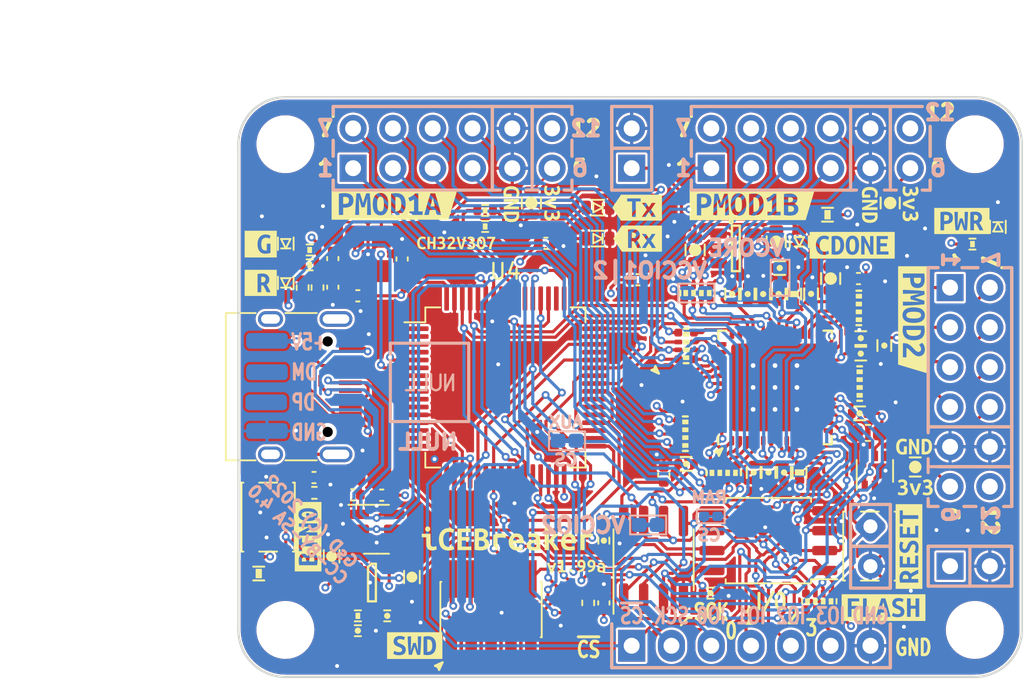
<source format=kicad_pcb>
(kicad_pcb (version 20211014) (generator pcbnew)
  (title_block (title "iCEBreaker - CH32V307 Test Board") (date "2022-02-21") (rev "v1.99") (company "1BitSquared") (comment 1 "(C) 2022 Greg Davill <greg.davill@gmail.com>") (comment 2 "License: CC-BY-SA 4.0"))
  (layers (0 "F.Cu" signal) (1 "In1.Cu" signal) (2 "In2.Cu" signal) (31 "B.Cu" signal) (34 "B.Paste" user) (35 "F.Paste" user) (36 "B.SilkS" user "B.Silkscreen") (37 "F.SilkS" user "F.Silkscreen") (38 "B.Mask" user) (39 "F.Mask" user) (44 "Edge.Cuts" user))
  (net 0 "")
  (net 1 "/~{LEDG}")
  (net 2 "/SHLD")
  (net 3 "+3V3")
  (net 4 "+1V2")
  (net 5 "/~{BUTTON}")
  (net 6 "/~{LEDR}")
  (net 7 "/VUSB")
  (net 8 "/P2_4")
  (net 9 "/P2_9")
  (net 10 "Net-(FB1-Pad1)")
  (net 11 "Net-(J1-PadA5)")
  (net 12 "/P2_3")
  (net 13 "/P2_8")
  (net 14 "/USB_P")
  (net 15 "/USB_N")
  (net 16 "/P2_2")
  (net 17 "/P2_7")
  (net 19 "Net-(J1-PadB5)")
  (net 20 "/P2_1")
  (net 22 "/P2_10")
  (net 23 "GND")
  (net 24 "+5V")
  (net 25 "Net-(C11-Pad1)")
  (net 26 "/iCE_CDONE")
  (net 27 "/iCE_CRESET")
  (net 28 "/P1B9")
  (net 29 "/P1B10")
  (net 30 "/P1B4")
  (net 31 "/P1A1")
  (net 32 "/P1A7")
  (net 33 "/P1A2")
  (net 34 "/P1A8")
  (net 35 "/P1A3")
  (net 36 "/P1A9")
  (net 37 "/P1A4")
  (net 38 "/P1A10")
  (net 39 "/P1B1")
  (net 40 "/P1B7")
  (net 41 "/P1B2")
  (net 42 "/P1B8")
  (net 43 "/P1B3")
  (net 44 "Net-(D4-PadA)")
  (net 45 "Net-(D5-PadA)")
  (net 46 "/P1A1x")
  (net 47 "/P1A7x")
  (net 48 "/P1A2x")
  (net 49 "/P1A8x")
  (net 50 "/P2_4x")
  (net 51 "/P2_3x")
  (net 52 "/P2_2x")
  (net 53 "/P2_1x")
  (net 54 "/P1B7x")
  (net 55 "/P1B8x")
  (net 56 "/P1B9x")
  (net 57 "/P1B10x")
  (net 58 "/P2_10x")
  (net 59 "/P2_9x")
  (net 60 "/P2_8x")
  (net 61 "/P2_7x")
  (net 62 "/P1B1x")
  (net 63 "/P1B2x")
  (net 64 "/P1B3x")
  (net 65 "/P1B4x")
  (net 66 "/P1A10x")
  (net 67 "/P1A4x")
  (net 68 "/P1A9x")
  (net 69 "/P1A3x")
  (net 70 "/USB_DP")
  (net 71 "/USB_DM")
  (net 72 "/FLASH_~{CS}")
  (net 73 "/SPI_SCK")
  (net 74 "/SPI_PICO|IO0")
  (net 75 "/SPI_POCI|IO1")
  (net 76 "/FLASH_~{WP}|IO2")
  (net 79 "/VCCIO_2")
  (net 80 "/VCCIO_0|1")
  (net 81 "/VCCPLL")
  (net 82 "/VCORE")
  (net 84 "/~{LED_RGB2}")
  (net 85 "/~{LED_RGB1}")
  (net 86 "/~{LED_RGB0}")
  (net 93 "/FLASH_~{HLD}|~{RST}|IO3")
  (net 94 "/iCE_CS_SEL")
  (net 96 "/Tx_TTL")
  (net 97 "/Rx_TTL")
  (net 99 "/NRST")
  (net 100 "/SWDIO")
  (net 101 "/SWCLK")
  (net 102 "Net-(D6-PadA)")
  (net 103 "Net-(D7-PadA)")
  (net 104 "Net-(C3-Pad1)")
  (net 105 "Net-(C39-Pad1)")
  (net 106 "Net-(D1-PadA)")
  (net 107 "/RAM_~{CS}")
  (net 110 "/FPGA_CLK")
  (net 112 "/DEBUG_RXD")
  (net 113 "/DEBUG_TXD")
  (net 114 "/iCE_~{CS}")
  (net 115 "/iCE_USER_~{CS}")
  (net 116 "Net-(U4-Pad5)")
  (net 117 "Net-(U4-Pad6)")
  (net 118 "Net-(U4-Pad56)")
  (net 119 "Net-(U4-Pad55)")
  (footprint "Pin_Headers:Pin_Header_Straight_2x01" (layer "F.Cu") (at 75.42 58.93)
    (fp_text reference "J27" hide)
    (fp_text value "5V AUX" hide)
  )
  (footprint "Package_SO:SOIC-8_3.9x4.9mm_P1.27mm" (layer "F.Cu") (at 56.5 58.525 90)
    (fp_text reference "U5" hide)
    (fp_text value "LY68L6400" hide)
  )
  (footprint "pkl_dipol:C_0402" (layer "F.Cu") (at 63.49302 41.562132 90)
    (fp_text reference "C25" hide)
    (fp_text value "100n" hide)
  )
  (footprint "pkl_dipol:C_0402" (layer "F.Cu") (at 62.885548 52.95509 -90)
    (fp_text reference "C38" hide)
    (fp_text value "10n" hide)
  )
  (footprint "Mounting_Holes:MountingHole_3-5mm" (layer "F.Cu") (at 77 32)
    (fp_text reference "REF**" hide)
    (fp_text value "MH3" hide)
  )
  (footprint "Mounting_Holes:MountingHole_3-5mm" (layer "F.Cu") (at 33 63)
    (fp_text reference "REF**" hide)
    (fp_text value "MH3" hide)
  )
  (footprint "Mounting_Holes:MountingHole_3-5mm" (layer "F.Cu") (at 77 63)
    (fp_text reference "REF**" hide)
    (fp_text value "MH3" hide)
  )
  (footprint "Mounting_Holes:MountingHole_3-5mm" (layer "F.Cu") (at 33 32)
    (fp_text reference "REF**" hide)
    (fp_text value "MH3" hide)
  )
  (footprint "Socket_Strips:Socket_Strip_Angled_2x06" (layer "F.Cu") (at 72.88 33.53 180)
    (fp_text reference "J22" hide)
    (fp_text value "PMOD" hide)
  )
  (footprint "pkl_housings_sot:SOT-23-5" (layer "F.Cu") (at 61.75 38.65 180)
    (fp_text reference "U3" hide)
    (fp_text value "1V2" hide)
  )
  (footprint "pkl_dipol:R_0402" (layer "F.Cu") (at 31.3 59.4 180)
    (fp_text reference "R13" hide)
    (fp_text value "10k" hide)
  )
  (footprint "pkl_dipol:R_0402" (layer "F.Cu") (at 65.814949 52.95 90)
    (fp_text reference "R19" hide)
    (fp_text value "10k" hide)
  )
  (footprint "pkl_dipol:C_0402" (layer "F.Cu") (at 64.825 52.95 -90)
    (fp_text reference "C36" hide)
    (fp_text value "1u" hide)
  )
  (footprint "pkl_dipol:C_0402" (layer "F.Cu") (at 63.83505 52.95 -90)
    (fp_text reference "C37" hide)
    (fp_text value "100n" hide)
  )
  (footprint "pkl_dipol:C_0402" (layer "F.Cu") (at 58.575 52.4)
    (fp_text reference "C27" hide)
    (fp_text value "100n" hide)
  )
  (footprint "pkl_dipol:C_0402" (layer "F.Cu") (at 69.720711 44.375862 180)
    (fp_text reference "C29" hide)
    (fp_text value "100n" hide)
  )
  (footprint "pkl_dipol:C_0402" (layer "F.Cu") (at 66.55 41.55 90)
    (fp_text reference "C26" hide)
    (fp_text value "100n" hide)
  )
  (footprint "pkl_dipol:C_0603" (layer "F.Cu") (at 67.8 40.575 90)
    (fp_text reference "C24" hide)
    (fp_text value "10u" hide)
  )
  (footprint "pkl_dipol:C_0402" (layer "F.Cu") (at 64.482969 41.562132 90)
    (fp_text reference "C28" hide)
    (fp_text value "10n" hide)
  )
  (footprint "pkl_housings_dfn_qfn:QFN-48-1EP_7x7mm_Pitch0.5mm" (layer "F.Cu") (at 64.25 47.525 90)
    (fp_text reference "U6" hide)
    (fp_text value "ICE40UP5K-SG48" hide)
  )
  (footprint "pkl_dipol:R_0402" (layer "F.Cu") (at 65.472919 41.562132 90)
    (fp_text reference "R10" hide)
    (fp_text value "100E" hide)
  )
  (footprint "pkl_dipol:R_0402" (layer "F.Cu") (at 67.6 36.5 180)
    (fp_text reference "R12" hide)
    (fp_text value "2k2" hide)
  )
  (footprint "pkl_dipol:D_0603" (layer "F.Cu") (at 65.8 38.225 90)
    (fp_text reference "D3" hide)
    (fp_text value "BLU" hide)
  )
  (footprint "pkl_dipol:C_0603" (layer "F.Cu") (at 64.325 38.225 -90)
    (fp_text reference "C15" hide)
    (fp_text value "4u7" hide)
  )
  (footprint "pkl_dipol:C_0603" (layer "F.Cu") (at 59.15 38.75 -90)
    (fp_text reference "C8" hide)
    (fp_text value "4u7" hide)
  )
  (footprint "pkl_dipol:C_0402" (layer "F.Cu") (at 69.65 49.175 180)
    (fp_text reference "C22" hide)
    (fp_text value "100n" hide)
  )
  (footprint "pkl_dipol:C_0402" (layer "F.Cu") (at 64.55 39.9)
    (fp_text reference "C11" hide)
    (fp_text value "10n" hide)
  )
  (footprint "pkl_dipol:C_0402" (layer "F.Cu") (at 61.513121 41.562132 90)
    (fp_text reference "C30" hide)
    (fp_text value "100n" hide)
  )
  (footprint "pkl_dipol:C_0402" (layer "F.Cu") (at 69.720711 45.365811)
    (fp_text reference "C31" hide)
    (fp_text value "100n" hide)
  )
  (footprint "pkl_dipol:C_0402" (layer "F.Cu") (at 62.50307 41.562132 90)
    (fp_text reference "C23" hide)
    (fp_text value "1u" hide)
  )
  (footprint "Socket_Strips:Socket_Strip_Straight_2x06" (layer "F.Cu") (at 75.42 53.85 90)
    (fp_text reference "J23" hide)
    (fp_text value "PMOD" hide)
  )
  (footprint "Pin_Headers:Pin_Header_Straight_2x01" (layer "F.Cu") (at 55.1 33.53 90)
    (fp_text reference "J26" hide)
    (fp_text value "5V AUX" hide)
  )
  (footprint "Pin_Headers:Pin_Header_Straight_1x07" (layer "F.Cu") (at 55.1 64.01 90)
    (fp_text reference "J20" hide)
    (fp_text value "Flash" hide)
  )
  (footprint "pkl_dipol:C_0402" (layer "F.Cu") (at 71.225 44.85 -90)
    (fp_text reference "C35" hide)
    (fp_text value "DNP" hide)
  )
  (footprint "pkl_dipol:R_Array_Convex_4x0402" (layer "F.Cu") (at 69.6 42.45)
    (fp_text reference "R4" hide)
    (fp_text value "33E" hide)
  )
  (footprint "pkl_dipol:R_Array_Convex_4x0402" (layer "F.Cu") (at 59.3 41.5 90)
    (fp_text reference "R24" hide)
    (fp_text value "33E" hide)
  )
  (footprint "pkl_dipol:R_Array_Convex_4x0402" (layer "F.Cu") (at 58.575 44.875 180)
    (fp_text reference "R21" hide)
    (fp_text value "33E" hide)
  )
  (footprint "pkl_dipol:R_Array_Convex_4x0402" (layer "F.Cu") (at 58.525 50.475 180)
    (fp_text reference "R23" hide)
    (fp_text value "33E" hide)
  )
  (footprint "pkl_dipol:R_Array_Convex_4x0402" (layer "F.Cu") (at 60.975 52.975 -90)
    (fp_text reference "R20" hide)
    (fp_text value "33E" hide)
  )
  (footprint "Connector_PinHeader_2.54mm:PinHeader_2x01_P2.54mm_Vertical" (layer "F.Cu") (at 70.34 56.39 -90)
    (fp_text reference "J28" hide)
    (fp_text value "CRESET" hide)
  )
  (footprint "pkl_dipol:C_0603" (layer "F.Cu") (at 71.6 35.75 90)
    (fp_text reference "C33" hide)
    (fp_text value "DNP" hide)
  )
  (footprint "pkl_dipol:C_0603" (layer "F.Cu") (at 48.7 35.75 90)
    (fp_text reference "C32" hide)
    (fp_text value "DNP" hide)
  )
  (footprint "Socket_Strips:Socket_Strip_Angled_2x06" (layer "F.Cu") (at 50.02 33.53 180)
    (fp_text reference "J21" hide)
    (fp_text value "PMOD" hide)
  )
  (footprint "pkl_dipol:C_0603" (layer "F.Cu") (at 73.2 52.6)
    (fp_text reference "C34" hide)
    (fp_text value "DNP" hide)
  )
  (footprint "pkl_buttons_switches:SW_SPST_3x4x2.5" (layer "F.Cu") (at 31.9 55.8 -90)
    (fp_text reference "SW1" hide)
    (fp_text value "TACT" hide)
  )
  (footprint "pkl_dipol:R_Array_Convex_4x0402" (layer "F.Cu") (at 69.65 47.275)
    (fp_text reference "R22" hide)
    (fp_text value "33E" hide)
  )
  (footprint "pkl_led:LED_TRI_2020" (layer "F.Cu") (at 58.35 47.9)
    (fp_text reference "D2" hide)
    (fp_text value "FM-B2020RGBA-HG" hide)
  )
  (footprint "Package_TO_SOT_SMD:SOT-23-6" (layer "F.Cu") (at 38.8125 56.575)
    (fp_text reference "U1" hide)
    (fp_text value "TPD3S014" hide)
  )
  (footprint "Package_TO_SOT_SMD:SOT-363_SC-70-6" (layer "F.Cu") (at 70.625 52.85 90)
    (fp_text reference "U8" hide)
    (fp_text value "74LVC1G3157" hide)
  )
  (footprint "Capacitor_SMD:C_0402_1005Metric" (layer "F.Cu") (at 69.575 40.575 180)
    (fp_text reference "C14" hide)
    (fp_text value "0.1uF" hide)
  )
  (footprint "Capacitor_SMD:C_0402_1005Metric" (layer "F.Cu") (at 39.15 54.4 180)
    (fp_text reference "C18" hide)
    (fp_text value "0.1uF" hide)
  )
  (footprint "kibuzzard-6212183A" (layer "F.Cu") (at 41.25 64)
    (fp_text reference "kibuzzard-6212183A" hide)
    (fp_text value "G***" hide)
  )
  (footprint "pkl_dipol:R_0402" (layer "F.Cu") (at 34.55 38.75)
    (fp_text reference "R14" hide)
    (fp_text value "330E" hide)
  )
  (footprint "pkl_dipol:D_0603" (layer "F.Cu") (at 52.95 38.025 180)
    (fp_text reference "D7" hide)
    (fp_text value "GRN" hide)
  )
  (footprint "kibuzzard-6211C58B" (layer "F.Cu") (at 39.975 35.825)
    (fp_text reference "kibuzzard-6211C58B" hide)
    (fp_text value "G***" hide)
  )
  (footprint "Package_SO:SOIC-8_5.23x5.23mm_P1.27mm" (layer "F.Cu") (at 63.825 57.3 180)
    (fp_text reference "U7" hide)
    (fp_text value "W25Q128JVxxM" hide)
  )
  (footprint "Connector_PinHeader_1.27mm:PinHeader_2x05_P1.27mm_Vertical_SMD" (layer "F.Cu") (at 46.125 61.7 90)
    (fp_text reference "J2" hide)
    (fp_text value "Conn_02x05_Odd_Even" hide)
  )
  (footprint "pkl_buttons_switches:SW_SPST_3x4x2.5" (layer "F.Cu") (at 70.3 57.65 90)
    (fp_text reference "SW2" hide)
    (fp_text value "TACT" hide)
  )
  (footprint "Capacitor_SMD:C_0402_1005Metric" (layer "F.Cu") (at 37.625 41.675 180)
    (fp_text reference "C40" hide)
    (fp_text value "0.1uF" hide)
  )
  (footprint "Capacitor_SMD:C_0402_1005Metric" (layer "F.Cu") (at 53.325 61.275 90)
    (fp_text reference "C16" hide)
    (fp_text value "0.1uF" hide)
  )
  (footprint "kibuzzard-6211C4D5" (layer "F.Cu") (at 47.425 35.825 -90)
    (fp_text reference "kibuzzard-6211C4D5" hide)
    (fp_text value "G***" hide)
  )
  (footprint "kibuzzard-6211C370" (layer "F.Cu") (at 31.425 40.85)
    (fp_text reference "kibuzzard-6211C370" hide)
    (fp_text value "G***" hide)
  )
  (footprint "pkl_dipol:C_0402" (layer "F.Cu") (at 53.325 57.3 -90)
    (fp_text reference "C6" hide)
    (fp_text value "100n" hide)
  )
  (footprint "kibuzzard-6211C4FD" (layer "F.Cu") (at 73.2 53.900001)
    (fp_text reference "kibuzzard-6211C4FD" hide)
    (fp_text value "G***" hide)
  )
  (footprint "kibuzzard-6212CFCA" (layer "F.Cu") (at 55.475 38.025)
    (fp_text reference "kibuzzard-6212CFCA" hide)
    (fp_text value "G***" hide)
  )
  (footprint "Capacitor_SMD:C_0603_1608Metric" (layer "F.Cu") (at 70.175 50.425 180)
    (fp_text reference "C12" hide)
    (fp_text value "4.7uF" hide)
  )
  (footprint "kibuzzard-6211C4FD" (layer "F.Cu") (at 72.9 35.8 -90)
    (fp_text reference "kibuzzard-6211C4FD" hide)
    (fp_text value "G***" hide)
  )
  (footprint "Capacitor_SMD:C_0402_1005Metric" (layer "F.Cu") (at 40.45 39.325 90)
    (fp_text reference "C21" hide)
    (fp_text value "0.1uF" hide)
  )
  (footprint "kibuzzard-6211C4D5" (layer "F.Cu") (at 73.125 51.3)
    (fp_text reference "kibuzzard-6211C4D5" hide)
    (fp_text value "G***" hide)
  )
  (footprint "Crystal:Crystal_SMD_3225-4Pin_3.2x2.5mm" (layer "F.Cu") (at 38.275 39 90)
    (fp_text reference "Y1" hide)
    (fp_text value "24M" hide)
  )
  (footprint "Resistor_SMD:R_0402_1005Metric" (layer "F.Cu") (at 52.325 61.275 90)
    (fp_text reference "R8" hide)
    (fp_text value "100k" hide)
  )
  (footprint "kibuzzard-6212D1B7" (layer "F.Cu") (at 71.175 61.575)
    (fp_text reference "kibuzzard-6212D1B7" hide)
    (fp_text value "G***" hide)
  )
  (footprint "Inductor_SMD:L_0402_1005Metric" (layer "F.Cu") (at 37.325 53.425)
    (fp_text reference "FB1" hide)
    (fp_text value "220R" hide)
  )
  (footprint "pkl_dipol:C_0402" (layer "F.Cu") (at 60.125 60.65)
    (fp_text reference "C4" hide)
    (fp_text value "100n" hide)
  )
  (footprint "kibuzzard-6212CFDE" (layer "F.Cu") (at 55.45 36.05)
    (fp_text reference "kibuzzard-6212CFDE" hide)
    (fp_text value "G***" hide)
  )
  (footprint "pkl_dipol:R_0402" (layer "F.Cu") (at 34.55 39.7)
    (fp_text reference "R15" hide)
    (fp_text value "330E" hide)
  )
  (footprint "pkl_dipol:R_Array_Convex_4x0402" (layer "F.Cu") (at 67.075 61.175 90)
    (fp_text reference "R7" hide)
    (fp_text value "10k" hide)
  )
  (footprint "pkl_dipol:C_0603" (layer "F.Cu") (at 35.95 58.3 90)
    (fp_text reference "C2" hide)
    (fp_text value "4u7" hide)
  )
  (footprint "kibuzzard-6212C671" (layer "F.Cu") (at 34.45 57.05 90)
    (fp_text reference "kibuzzard-6212C671" hide)
    (fp_text value "G***" hide)
  )
  (footprint "Capacitor_SMD:C_0402_1005Metric" (layer "F.Cu") (at 34.825 53.275)
    (fp_text reference "C1" hide)
    (fp_text value "0.1uF" hide)
  )
  (footprint "Resistor_SMD:R_0402_1005Metric" (layer "F.Cu") (at 34.1 41.15 -90)
    (fp_text reference "R6" hide)
    (fp_text value "5.1k" hide)
  )
  (footprint "kibuzzard-6211C36B" (layer "F.Cu") (at 31.425 38.375)
    (fp_text reference "kibuzzard-6211C36B" hide)
    (fp_text value "G***" hide)
  )
  (footprint "pkl_dipol:R_0402" (layer "F.Cu") (at 76.85 38.375)
    (fp_text reference "R5" hide)
    (fp_text value "330E" hide)
  )
  (footprint "pkl_dipol:D_0603" (layer "F.Cu") (at 33.025 38.35 90)
    (fp_text reference "D4" hide)
    (fp_text value "GRN" hide)
  )
  (footprint "Resistor_SMD:R_0402_1005Metric" (layer "F.Cu") (at 35.05 41.15 -90)
    (fp_text reference "R2" hide)
    (fp_text value "5.1k" hide)
  )
  (footprint "kibuzzard-621217F0" (layer "F.Cu") (at 69.175 38.45)
    (fp_text reference "kibuzzard-621217F0" hide)
    (fp_text value "G***" hide)
  )
  (footprint "kibuzzard-6212CD27" (layer "F.Cu") (at 43.9 38.3)
    (fp_text reference "kibuzzard-6212CD27" hide)
    (fp_text value "G***" hide)
  )
  (footprint "Capacitor_SMD:C_0402_1005Metric" (layer "F.Cu") (at 36.025 39.3 -90)
    (fp_text reference "C9" hide)
    (fp_text value "18p" hide)
  )
  (footprint "kibuzzard-620F9A7E" (layer "F.Cu") (at 47.175 57.15)
    (fp_text reference "kibuzzard-620F9A7E" hide)
    (fp_text value "G***" hide)
  )
  (footprint "Package_QFP:LQFP-64_10x10mm_P0.5mm" (layer "F.Cu") (at 47.0408 47.5234)
    (fp_text reference "U4")
    (fp_text value "CH32V307VCT6")
  )
  (footprint "pkl_dipol:R_0402" (layer "F.Cu") (at 45.75 37.25)
    (fp_text reference "R11" hide)
    (fp_text value "330E" hide)
  )
  (footprint "kibuzzard-621217FD" (layer "F.Cu") (at 76.175 36.9)
    (fp_text reference "kibuzzard-621217FD" hide)
    (fp_text value "G***" hide)
  )
  (footprint "pkl_dipol:D_0603" (layer "F.Cu") (at 52.95 36.05 180)
    (fp_text reference "D6" hide)
    (fp_text value "GRN" hide)
  )
  (footprint "Capacitor_SMD:C_0402_1005Metric" (layer "F.Cu") (at 37.3 54.375 180)
    (fp_text reference "C13" hide)
    (fp_text value "0.1uF" hide)
  )
  (footprint "pkl_dipol:D_0603" (layer "F.Cu") (at 33.025 40.85 90)
    (fp_text reference "D5" hide)
    (fp_text value "RED" hide)
  )
  (footprint "Capacitor_SMD:C_0402_1005Metric" (layer "F.Cu") (at 36.025 41.125 -90)
    (fp_text reference "C10" hide)
    (fp_text value "18p" hide)
  )
  (footprint "kibuzzard-62122730" (layer "F.Cu") (at 72.8 57.675 90)
    (fp_text reference "kibuzzard-62122730" hide)
    (fp_text value "G***" hide)
  )
  (footprint "Connector_USB:USB_C_Receptacle_HRO_TYPE-C-31-M-12" (layer "F.Cu") (at 33.1 47.475 -90)
    (fp_text reference "J1" hide)
    (fp_text value "USB_C_Receptacle_USB2.0" hide)
  )
  (footprint "pkl_dipol:R_0402" (layer "F.Cu") (at 37.625 62.1 180)
    (fp_text reference "R3" hide)
    (fp_text value "10k" hide)
  )
  (footprint "kibuzzard-6211C4FD" (layer "F.Cu") (at 50.025 35.75 -90)
    (fp_text reference "kibuzzard-6211C4FD" hide)
    (fp_text value "G***" hide)
  )
  (footprint "Capacitor_SMD:C_0402_1005Metric" (layer "F.Cu") (at 57.15 53.1 90)
    (fp_text reference "C17" hide)
    (fp_text value "0.1uF" hide)
  )
  (footprint "Resistor_SMD:R_0402_1005Metric" (layer "F.Cu") (at 34.85 54.25)
    (fp_text reference "R1" hide)
    (fp_text value "100k" hide)
  )
  (footprint "kibuzzard-6211C4D5" (layer "F.Cu") (at 70.3 35.875 -90)
    (fp_text reference "kibuzzard-6211C4D5" hide)
    (fp_text value "G***" hide)
  )
  (footprint "pkl_housings_sot:SOT-23-5" (layer "F.Cu") (at 38.525 59.975 180)
    (fp_text reference "U2" hide)
    (fp_text value "3.3V" hide)
  )
  (footprint "pkl_dipol:C_0402" (layer "F.Cu") (at 39.5 62.1)
    (fp_text reference "C3" hide)
    (fp_text value "10n" hide)
  )
  (footprint "pkl_dipol:R_0402" (layer "F.Cu") (at 45.75 36.225)
    (fp_text reference "R9" hide)
    (fp_text value "330E" hide)
  )
  (footprint "pkl_dipol:C_0603" (layer "F.Cu") (at 41.075 59.625 -90)
    (fp_text reference "C5" hide)
    (fp_text value "4u7" hide)
  )
  (footprint "Capacitor_SMD:C_0402_1005Metric" (layer "F.Cu") (at 55.5 40.65)
    (fp_text reference "C20" hide)
    (fp_text value "0.1uF" hide)
  )
  (footprint "kibuzzard-6212CD00" (layer "F.Cu") (at 51.55 58.925)
    (fp_text reference "kibuzzard-6212CD00" hide)
    (fp_text value "G***" hide)
  )
  (footprint "kibuzzard-6211C597" (layer "F.Cu") (at 62.8 35.85)
    (fp_text reference "kibuzzard-6211C597" hide)
    (fp_text value "G***" hide)
  )
  (footprint "Capacitor_SMD:C_0402_1005Metric" (layer "F.Cu") (at 49.625 38.325)
    (fp_text reference "C19" hide)
    (fp_text value "0.1uF" hide)
  )
  (footprint "pkl_dipol:D_0603" (layer "F.Cu") (at 78.475 37.275 -90)
    (fp_text reference "D1" hide)
    (fp_text value "GRN" hide)
  )
  (footprint "kibuzzard-6211C5B6" (layer "F.Cu") (at 73.1 43.225 -90)
    (fp_text reference "kibuzzard-6211C5B6" hide)
    (fp_text value "G***" hide)
  )
  (footprint "pkl_dipol:C_0402" (layer "F.Cu") (at 37.625 63.05)
    (fp_text reference "C39" hide)
    (fp_text value "1u" hide)
  )
  (footprint "pkl_logos:null_Logo_SilkS_5mm" (layer "B.Cu") (at 42.2 47.2 180)
    (fp_text reference "REF**" hide)
    (fp_text value "null_Logo_SilkS_5mm" hide)
  )
  (footprint "pkl_pads:PAD_SMD_1x2.65" (layer "B.Cu") (at 31.775 48.475)
    (fp_text reference "P4" hide)
    (fp_text value "UP" hide)
  )
  (footprint "pkl_pads:PAD_SMD_1x2.65" (layer "B.Cu") (at 31.825 46.55)
    (fp_text reference "P3" hide)
    (fp_text value "UP" hide)
  )
  (footprint "pkl_pads:PAD_SMD_1x2.65" (layer "B.Cu") (at 31.825 50.3)
    (fp_text reference "P5" hide)
    (fp_text value "UP" hide)
  )
  (footprint "pkl_pads:PAD_SMD_1x2.65" (layer "B.Cu") (at 31.825 44.55)
    (fp_text reference "P2" hide)
    (fp_text value "UP" hide)
  )
  (footprint "pkl_jumpers:J_NC_0603_30" (layer "B.Cu") (at 64.575 40.525 90)
    (fp_text reference "J14" hide)
    (fp_text value "Jumper" hide)
  )
  (footprint "pkl_jumpers:J_NC_0603_30" (layer "B.Cu") (at 50.975 50.925 180)
    (fp_text reference "J3" hide)
    (fp_text value "Jumper" hide)
  )
  (footprint "pkl_jumpers:J_NC_0603_30" (layer "B.Cu") (at 56.15 56.3 180)
    (fp_text reference "J4" hide)
    (fp_text value "Jumper" hide)
  )
  (footprint "pkl_jumpers:J_NC_0603_30" (layer "B.Cu") (at 59.225 41.5 180)
    (fp_text reference "J19" hide)
    (fp_text value "Jumper" hide)
  )
  (footprint "pkl_jumpers:J_NC_0402_15" (layer "B.Cu") (at 60.15 55.75)
    (fp_text reference "JP1" hide)
    (fp_text value "RAM_CS-LEDG" hide)
  )
  (gr_line (start 36.05 31.752) (end 36.05 32.768) (layer "B.SilkS") (width 0.2))
  (gr_line (start 58.91 31.752) (end 58.91 32.768) (layer "B.SilkS") (width 0.2))
  (gr_line (start 69.07 29.593) (end 58.91 29.593) (layer "B.SilkS") (width 0.2))
  (gr_line (start 58.91 34.292) (end 58.91 34.927) (layer "B.SilkS") (width 0.2))
  (gr_line (start 69.07 29.593) (end 71.61 29.593) (layer "B.SilkS") (width 0.2))
  (gr_line (start 69.07 29.593) (end 69.07 34.927) (layer "B.SilkS") (width 0.2))
  (gr_line (start 71.61 29.593) (end 73.642 29.593) (layer "B.SilkS") (width 0.2))
  (gr_line (start 58.91 34.927) (end 69.451 34.927) (layer "B.SilkS") (width 0.2))
  (gr_line (start 74.15 30.863) (end 74.15 32.768) (layer "B.SilkS") (width 0.2))
  (gr_line (start 71.61 29.593) (end 71.61 34.927) (layer "B.SilkS") (width 0.2))
  (gr_line (start 73.642 34.927) (end 74.15 34.927) (layer "B.SilkS") (width 0.2))
  (gr_line (start 58.91 29.593) (end 58.91 30.101) (layer "B.SilkS") (width 0.2))
  (gr_line (start 53.83 34.927) (end 56.37 34.927) (layer "B.SilkS") (width 0.2))
  (gr_line (start 53.829999 29.593) (end 53.83 34.927) (layer "B.SilkS") (width 0.2))
  (gr_line (start 56.37 29.593) (end 56.37 34.927) (layer "B.SilkS") (width 0.2))
  (gr_line (start 53.829999 29.593) (end 56.37 29.593) (layer "B.SilkS") (width 0.2))
  (gr_line (start 74.023 57.66) (end 79.357 57.66) (layer "B.SilkS") (width 0.2))
  (gr_line (start 74.023 60.200001) (end 79.357 60.2) (layer "B.SilkS") (width 0.2))
  (gr_line (start 74.023 60.200001) (end 74.023 57.66) (layer "B.SilkS") (width 0.2))
  (gr_line (start 79.357 60.2) (end 79.357 57.66) (layer "B.SilkS") (width 0.2))
  (gr_line (start 79.357 50.04) (end 79.357 39.88) (layer "B.SilkS") (width 0.2))
  (gr_line (start 79.357 39.88) (end 78.849 39.88) (layer "B.SilkS") (width 0.2))
  (gr_line (start 74.658 39.88) (end 74.023 39.88) (layer "B.SilkS") (width 0.2))
  (gr_line (start 79.357 50.04) (end 74.023 50.04) (layer "B.SilkS") (width 0.2))
  (gr_line (start 77.198 39.88) (end 76.182 39.88) (layer "B.SilkS") (width 0.2))
  (gr_line (start 79.357 50.04) (end 79.357 52.58) (layer "B.SilkS") (width 0.2))
  (gr_line (start 74.023 39.88) (end 74.023 50.421) (layer "B.SilkS") (width 0.2))
  (gr_line (start 79.357 52.58) (end 74.023 52.58) (layer "B.SilkS") (width 0.2))
  (gr_line (start 79.357 52.58) (end 79.357 55.12) (layer "B.SilkS") (width 0.2))
  (gr_line (start 74.023 54.612) (end 74.023 55.12) (layer "B.SilkS") (width 0.2))
  (gr_line (start 71.610001 60.327) (end 69.07 60.327) (layer "B.SilkS") (width 0.2))
  (gr_line (start 71.610001 60.327) (end 71.61 54.993) (layer "B.SilkS") (width 0.2))
  (gr_line (start 69.07 57.66) (end 71.61 57.66) (layer "B.SilkS") (width 0.2))
  (gr_line (start 69.07 60.327) (end 69.069999 54.993) (layer "B.SilkS") (width 0.2))
  (gr_line (start 71.61 54.993) (end 69.069999 54.993) (layer "B.SilkS") (width 0.2))
  (gr_line (start 71.61 65.407) (end 71.61 62.613) (layer "B.SilkS") (width 0.2))
  (gr_line (start 53.83 65.407001) (end 53.83 62.613) (layer "B.SilkS") (width 0.2))
  (gr_line (start 71.61 65.407) (end 53.83 65.407001) (layer "B.SilkS") (width 0.2))
  (gr_line (start 36.05 29.593) (end 36.05 30.101) (layer "B.SilkS") (width 0.2))
  (gr_line (start 74.15 34.927) (end 74.15 34.292) (layer "B.SilkS") (width 0.2))
  (gr_line (start 51.29 29.593) (end 51.29 30.101) (layer "B.SilkS") (width 0.2))
  (gr_line (start 51.29 34.927) (end 51.29 34.292) (layer "B.SilkS") (width 0.2))
  (gr_line (start 51.29 31.752) (end 51.29 32.768) (layer "B.SilkS") (width 0.2))
  (gr_line (start 76.69 57.66) (end 76.69 60.2) (layer "B.SilkS") (width 0.2))
  (gr_line (start 48.75 29.593) (end 51.29 29.593) (layer "B.SilkS") (width 0.2))
  (gr_line (start 74.023 55.12) (end 74.658 55.12) (layer "B.SilkS") (width 0.2))
  (gr_line (start 59.8 62.3) (end 59.45 61.8) (layer "B.SilkS") (width 0.2))
  (gr_line (start 48.369 34.927) (end 49.131 34.927) (layer "B.SilkS") (width 0.2))
  (gr_line (start 50.782 34.927) (end 51.29 34.927) (layer "B.SilkS") (width 0.2))
  (gr_line (start 71.229 34.927) (end 71.991 34.927) (layer "B.SilkS") (width 0.2))
  (gr_line (start 53.83 32.26) (end 56.37 32.26) (layer "B.SilkS") (width 0.2))
  (gr_line (start 46.21 29.593) (end 46.21 34.927) (layer "B.SilkS") (width 0.2))
  (gr_line (start 79.357 55.12) (end 78.849 55.12) (layer "B.SilkS") (width 0.2))
  (gr_line (start 36.05 34.292) (end 36.05 34.927) (layer "B.SilkS") (width 0.2))
  (gr_line (start 76.309 55.12) (end 77.071 55.12) (layer "B.SilkS") (width 0.2))
  (gr_line (start 48.75 29.593) (end 48.75 34.927) (layer "B.SilkS") (width 0.2))
  (gr_line (start 46.21 29.593) (end 36.05 29.593) (layer "B.SilkS") (width 0.2))
  (gr_line (start 36.05 34.927) (end 46.718 34.927) (layer "B.SilkS") (width 0.2))
  (gr_line (start 46.21 29.593) (end 48.75 29.593) (layer "B.SilkS") (width 0.2))
  (gr_line (start 74.023 52.072) (end 74.023 52.961) (layer "B.SilkS") (width 0.2))
  (gr_line (start 36.05 32.768) (end 36.05 31.752001) (layer "F.SilkS") (width 0.2))
  (gr_line (start 46.209999 34.927) (end 36.05 34.927001) (layer "F.SilkS") (width 0.2))
  (gr_line (start 36.05 30.228) (end 36.05 29.593) (layer "F.SilkS") (width 0.2))
  (gr_line (start 46.209999 34.927) (end 46.591 34.927) (layer "F.SilkS") (width 0.2))
  (gr_line (start 46.209999 34.927) (end 46.21 29.593) (layer "F.SilkS") (width 0.2))
  (gr_line (start 50.909 34.927) (end 51.29 34.927) (layer "F.SilkS") (width 0.2))
  (gr_line (start 51.29 30.101) (end 51.29 29.593) (layer "F.SilkS") (width 0.2))
  (gr_line (start 36.05 29.593) (end 48.75 29.593) (layer "F.SilkS") (width 0.2))
  (gr_line (start 51.29 32.768) (end 51.29 31.752) (layer "F.SilkS") (width 0.2))
  (gr_line (start 48.75 34.292) (end 48.75 29.593) (layer "F.SilkS") (width 0.2))
  (gr_line (start 48.75 29.593) (end 51.29 29.593) (layer "F.SilkS") (width 0.2))
  (gr_line (start 36.05 34.927001) (end 36.05 34.292) (layer "F.SilkS") (width 0.2))
  (gr_line (start 69.069999 34.927) (end 69.324 34.927) (layer "F.SilkS") (width 0.2))
  (gr_line (start 58.91 32.768) (end 58.91 31.752001) (layer "F.SilkS") (width 0.2))
  (gr_line (start 74.15 34.927) (end 74.15 34.292) (layer "F.SilkS") (width 0.2))
  (gr_line (start 73.769 34.927) (end 74.15 34.927) (layer "F.SilkS") (width 0.2))
  (gr_line (start 71.61 34.292) (end 71.61 29.593) (layer "F.SilkS") (width 0.2))
  (gr_line (start 69.069999 34.927) (end 69.07 29.593) (layer "F.SilkS") (width 0.2))
  (gr_line (start 74.15 32.768) (end 74.15 30.863) (layer "F.SilkS") (width 0.2))
  (gr_line (start 71.61 29.593) (end 73.642 29.593) (layer "F.SilkS") (width 0.2))
  (gr_line (start 58.91 30.228) (end 58.91 29.593) (layer "F.SilkS") (width 0.2))
  (gr_line (start 58.91 29.593) (end 71.61 29.593) (layer "F.SilkS") (width 0.2))
  (gr_line (start 69.069999 34.927) (end 58.91 34.927001) (layer "F.SilkS") (width 0.2))
  (gr_line (start 58.91 34.927001) (end 58.91 34.292) (layer "F.SilkS") (width 0.2))
  (gr_line (start 53.829999 34.927) (end 56.37 34.927) (layer "F.SilkS") (width 0.2))
  (gr_line (start 56.37 34.927) (end 56.37 29.593) (layer "F.SilkS") (width 0.2))
  (gr_line (start 53.829999 34.927) (end 53.83 29.593) (layer "F.SilkS") (width 0.2))
  (gr_line (start 53.83 29.593) (end 56.37 29.593) (layer "F.SilkS") (width 0.2))
  (gr_line (start 74.023 60.199999) (end 74.023 57.66) (layer "F.SilkS") (width 0.2))
  (gr_line (start 79.357 60.200002) (end 74.023 60.199999) (layer "F.SilkS") (width 0.2))
  (gr_line (start 79.357 57.66) (end 74.023 57.66) (layer "F.SilkS") (width 0.2))
  (gr_line (start 79.357 60.200002) (end 79.357 57.66) (layer "F.SilkS") (width 0.2))
  (gr_line (start 74.023 50.039999) (end 74.023 50.294) (layer "F.SilkS") (width 0.2))
  (gr_line (start 76.182 39.88) (end 77.197999 39.88) (layer "F.SilkS") (width 0.2))
  (gr_line (start 78.722 39.88) (end 79.357 39.88) (layer "F.SilkS") (width 0.2))
  (gr_line (start 74.022999 39.88) (end 74.658 39.88) (layer "F.SilkS") (width 0.2))
  (gr_line (start 74.023 54.739) (end 74.023 55.12) (layer "F.SilkS") (width 0.2))
  (gr_line (start 74.023 50.039999) (end 79.357 50.04) (layer "F.SilkS") (width 0.2))
  (gr_line (start 74.658 52.58) (end 79.357 52.58) (layer "F.SilkS") (width 0.2))
  (gr_line (start 79.357 52.58) (end 79.357 55.12) (layer "F.SilkS") (width 0.2))
  (gr_line (start 79.357 39.88) (end 79.357 52.58) (layer "F.SilkS") (width 0.2))
  (gr_line (start 74.023 50.039999) (end 74.022999 39.88) (layer "F.SilkS") (width 0.2))
  (gr_line (start 69.069999 54.993) (end 69.07 60.327) (layer "F.SilkS") (width 0.2))
  (gr_line (start 71.610002 54.993) (end 71.609999 60.327001) (layer "F.SilkS") (width 0.2))
  (gr_line (start 69.07 57.66) (end 71.61 57.66) (layer "F.SilkS") (width 0.2))
  (gr_line (start 71.609999 60.327001) (end 69.07 60.327) (layer "F.SilkS") (width 0.2))
  (gr_line (start 71.610002 54.993) (end 69.069999 54.993) (layer "F.SilkS") (width 0.2))
  (gr_line (start 42.739645 65.361612) (end 43.022487 65.078769) (layer "F.SilkS") (width 0.15))
  (gr_line (start 42.739645 65.361612) (end 42.810355 65.538388) (layer "F.SilkS") (width 0.15))
  (gr_line (start 56.617677 46.171447) (end 56.546966 46.348224) (layer "F.SilkS") (width 0.15))
  (gr_line (start 53.83 32.26) (end 56.37 32.26) (layer "F.SilkS") (width 0.2))
  (gr_line (start 42.810355 65.538388) (end 43.022487 65.078769) (layer "F.SilkS") (width 0.15))
  (gr_line (start 53.83 65.407) (end 53.83 62.613) (layer "F.SilkS") (width 0.2))
  (gr_line (start 58.675 62.225) (end 58.25 62.7) (layer "F.SilkS") (width 0.15))
  (gr_line (start 74.023 55.12) (end 74.658 55.12) (layer "F.SilkS") (width 0.2))
  (gr_line (start 60.6 51.7) (end 60.882842 51.417157) (layer "F.SilkS") (width 0.15))
  (gr_line (start 60.882842 51.417157) (end 60.423223 51.629289) (layer "F.SilkS") (width 0.15))
  (gr_line (start 56.829809 46.631065) (end 56.617677 46.171447) (layer "F.SilkS") (width 0.15))
  (gr_line (start 43.022487 65.078769) (end 42.562868 65.290901) (layer "F.SilkS") (width 0.15))
  (gr_line (start 76.69 57.66) (end 76.69 60.2) (layer "F.SilkS") (width 0.2))
  (gr_line (start 78.849 55.12) (end 79.357 55.12) (layer "F.SilkS") (width 0.2))
  (gr_line (start 51.29 34.927) (end 51.29 34.292) (layer "F.SilkS") (width 0.2))
  (gr_line (start 58.925 62.225) (end 58.675 62.225) (layer "F.SilkS") (width 0.15))
  (gr_line (start 42.562868 65.290901) (end 42.739645 65.361612) (layer "F.SilkS") (width 0.15))
  (gr_line (start 60.6 51.7) (end 60.67071 51.876776) (layer "F.SilkS") (width 0.15))
  (gr_line (start 76.309 55.12) (end 77.071 55.12) (layer "F.SilkS") (width 0.2))
  (gr_line (start 56.546966 46.348224) (end 56.829809 46.631065) (layer "F.SilkS") (width 0.15))
  (gr_line (start 60.67071 51.876776) (end 60.882842 51.417157) (layer "F.SilkS") (width 0.15))
  (gr_line (start 60.423223 51.629289) (end 60.6 51.7) (layer "F.SilkS") (width 0.15))
  (gr_line (start 71.61 65.407) (end 71.61 62.613) (layer "F.SilkS") (width 0.2))
  (gr_line (start 53.83 65.407) (end 71.61 65.407) (layer "F.SilkS") (width 0.2))
  (gr_line (start 56.546966 46.348224) (end 56.37019 46.418934) (layer "F.SilkS") (width 0.15))
  (gr_line (start 56.37019 46.418934) (end 56.829809 46.631065) (layer "F.SilkS") (width 0.15))
  (gr_line (start 30 63) (end 30 32) (layer "Edge.Cuts") (width 0.15))
  (gr_line (start 33 29) (end 77 29) (layer "Edge.Cuts") (width 0.15))
  (gr_arc (start 80 63) (mid 79.12132 65.12132) (end 77 66) (layer "Edge.Cuts") (width 0.15))
  (gr_arc (start 77 29) (mid 79.12132 29.87868) (end 80 32) (layer "Edge.Cuts") (width 0.15))
  (gr_line (start 80 63) (end 80 32) (layer "Edge.Cuts") (width 0.15))
  (gr_arc (start 33 66) (mid 30.87868 65.12132) (end 30 63) (layer "Edge.Cuts") (width 0.15))
  (gr_line (start 77 66) (end 33 66) (layer "Edge.Cuts") (width 0.15))
  (gr_arc (start 30 32) (mid 30.87868 29.87868) (end 33 29) (layer "Edge.Cuts") (width 0.15))
  (gr_text "VCCIO1|2" (at 56.25 40.075) (layer "B.SilkS") (effects (font (size 1 1) (thickness 0.25)) (justify mirror)))
  (gr_text "VCCIO2" (at 52 56.325) (layer "B.SilkS") (effects (font (size 1 1) (thickness 0.25)) (justify mirror)))
  (gr_text "NULL" (at 42.1 51) (layer "B.SilkS") (effects (font (size 1 1) (thickness 0.25)) (justify mirror)))
  (gr_text "GND" (at 70.34 62.105) (layer "B.SilkS") (effects (font (size 1 0.75) (thickness 0.1875)) (justify mirror)))
  (gr_text "IO3" (at 67.8 62.105) (layer "B.SilkS") (effects (font (size 1 0.75) (thickness 0.1875)) (justify mirror)))
  (gr_text "IO2" (at 65.26 62.105) (layer "B.SilkS") (effects (font (size 1 0.75) (thickness 0.1875)) (justify mirror)))
  (gr_text "IO1" (at 62.72 62.105) (layer "B.SilkS") (effects (font (size 1 0.75) (thickness 0.1875)) (justify mirror)))
  (gr_text "IO0" (at 60.18 62.105) (layer "B.SilkS") (effects (font (size 1 0.75) (thickness 0.1875)) (justify mirror)))
  (gr_text "SCK" (at 57.64 62.105) (layer "B.SilkS") (effects (font (size 1 0.75) (thickness 0.1875)) (justify mirror)))
  (gr_text "~{CS}" (at 55.1 62.105) (layer "B.SilkS") (effects (font (size 1 0.75) (thickness 0.1875)) (justify mirror)))
  (gr_text "+5V" (at 34.539286 44.625) (layer "B.SilkS") (effects (font (size 1 0.75) (thickness 0.1875)) (justify mirror)))
  (gr_text "DM" (at 34.2 46.55) (layer "B.SilkS") (effects (font (size 1 0.75) (thickness 0.1875)) (justify mirror)))
  (gr_text "DP" (at 34.146429 48.475) (layer "B.SilkS") (effects (font (size 1 0.75) (thickness 0.1875)) (justify mirror)))
  (gr_text "GND" (at 34.539286 50.4) (layer "B.SilkS") (effects (font (size 1 0.75) (thickness 0.1875)) (justify mirror)))
  (gr_text "1" (at 35.55 33.55) (layer "B.SilkS") (effects (font (size 1 1) (thickness 0.25)) (justify mirror)))
  (gr_text "6" (at 51.798 33.53) (layer "B.SilkS") (effects (font (size 1 1) (thickness 0.25)) (justify mirror)))
  (gr_text "7" (at 35.55 31) (layer "B.SilkS") (effects (font (size 1 1) (thickness 0.25)) (justify mirror)))
  (gr_text "6" (at 74.658 33.53) (layer "B.SilkS") (effects (font (size 1 1) (thickness 0.25)) (justify mirror)))
  (gr_text "7" (at 58.402 30.99) (layer "B.SilkS") (effects (font (size 1 1) (thickness 0.25)) (justify mirror)))
  (gr_text "1" (at 58.402 33.53) (layer "B.SilkS") (effects (font (size 1 1) (thickness 0.25)) (justify mirror)))
  (gr_text "12" (at 74.785 29.974) (layer "B.SilkS") (effects (font (size 1 1) (thickness 0.25)) (justify mirror)))
  (gr_text "1" (at 75.42 39.372 270) (layer "B.SilkS") (effects (font (size 1 1) (thickness 0.25)) (justify mirror)))
  (gr_text "7" (at 77.96 39.372 270) (layer "B.SilkS") (effects (font (size 1 1) (thickness 0.25)) (justify mirror)))
  (gr_text "12" (at 52.179 30.99) (layer "B.SilkS") (effects (font (size 1 1) (thickness 0.25)) (justify mirror)))
  (gr_text "12" (at 77.96 56.009 270) (layer "B.SilkS") (effects (font (size 1 1) (thickness 0.25)) (justify mirror)))
  (gr_text "6" (at 75.42 55.628 270) (layer "B.SilkS") (effects (font (size 1 1) (thickness 0.25)) (justify mirror)))
  (gr_text "GsD (C) 2022\nCC-BY-SA 4.0\n" (at 34.2 56.5 315) (layer "B.SilkS") (effects (font (size 0.75 0.75) (thickness 0.1875)) (justify mirror)))
  (gr_text "AUX\n\nCS" (at 50.9 50.95) (layer "B.SilkS") (effects (font (size 0.75 0.75) (thickness 0.1875)) (justify mirror)))
  (gr_text "VCORE" (at 62.425 38.625) (layer "B.SilkS") (effects (font (size 1 1) (thickness 0.25)) (justify mirror)))
  (gr_text "RAM\n\nCS" (at 60.05 55.75) (layer "B.SilkS") (effects (font (size 0.75 0.75) (thickness 0.1875)) (justify mirror)))
  (gr_text "1" (at 35.542 33.53) (layer "F.SilkS") (effects (font (size 1 1) (thickness 0.25))))
  (gr_text "7" (at 35.542 30.99) (layer "F.SilkS") (effects (font (size 1 1) (thickness 0.25))))
  (gr_text "7" (at 58.402 30.99) (layer "F.SilkS") (effects (font (size 1 1) (thickness 0.25))))
  (gr_text "1" (at 58.402 33.53) (layer "F.SilkS") (effects (font (size 1 1) (thickness 0.25))))
  (gr_text "6" (at 51.798 33.53) (layer "F.SilkS") (effects (font (size 1 1) (thickness 0.25))))
  (gr_text "6" (at 74.658 33.53) (layer "F.SilkS") (effects (font (size 1 1) (thickness 0.25))))
  (gr_text "12" (at 74.785 29.974) (layer "F.SilkS") (effects (font (size 1 1) (thickness 0.25))))
  (gr_text "7" (at 77.96 39.372 270) (layer "F.SilkS") (effects (font (size 1 1) (thickness 0.25))))
  (gr_text "1" (at 75.42 39.372 270) (layer "F.SilkS") (effects (font (size 1 1) (thickness 0.25))))
  (gr_text "12" (at 52.179 30.99) (layer "F.SilkS") (effects (font (size 1 1) (thickness 0.25))))
  (gr_text "12" (at 77.96 56.009 270) (layer "F.SilkS") (effects (font (size 1 1) (thickness 0.25))))
  (gr_text "6" (at 75.42 55.628 270) (layer "F.SilkS") (effects (font (size 1 1) (thickness 0.25))))
  (gr_text "3" (at 66.575 62.875) (layer "F.SilkS") (effects (font (size 1 0.75) (thickness 0.1875))))
  (gr_text "SCK" (at 60.175 61.85) (layer "F.SilkS") (effects (font (size 1 0.75) (thickness 0.1875))))
  (gr_text "0\n" (at 61.45 63.075) (layer "F.SilkS") (effects (font (size 1 0.75) (thickness 0.1875))))
  (gr_text "~{CS}" (at 52.35 64.261875) (layer "F.SilkS") (effects (font (size 1 0.75) (thickness 0.1875))))
  (gr_text "I/O" (at 64.012499 61.2) (layer "F.SilkS") (effects (font (size 1 0.75) (thickness 0.1875))))
  (gr_text "1" (at 62.624107 62.125) (layer "F.SilkS") (effects (font (size 1 0.75) (thickness 0.1875))))
  (gr_text "2" (at 65.400892 62.1) (layer "F.SilkS") (effects (font (size 1 0.75) (thickness 0.1875))))
  (gr_text "GND" (at 73.075 64.125) (layer "F.SilkS") (effects (font (size 1 0.75) (thickness 0.1875))))
  (segment (start 33.025 39.1) (end 32.1 38.175) (width 0.2) (layer "F.Cu") (net 1))
  (segment (start 32.1 36.95) (end 32.4 36.65) (width 0.2) (layer "F.Cu") (net 1))
  (segment (start 60.85 44.775) (end 60.7 44.775) (width 0.2) (layer "F.Cu") (net 1))
  (segment (start 43.475 36.65) (end 44.55 35.575) (width 0.2) (layer "F.Cu") (net 1))
  (segment (start 32.4 36.65) (end 43.475 36.65) (width 0.2) (layer "F.Cu") (net 1))
  (segment (start 32.1 38.175) (end 32.1 36.95) (width 0.2) (layer "F.Cu") (net 1))
  (segment (start 60.372133 44.447133) (end 60.372133 44.40645) (width 0.2) (layer "F.Cu") (net 1))
  (segment (start 51.825 34.9) (end 56.975 34.9) (width 0.2) (layer "F.Cu") (net 1))
  (segment (start 44.55 35.575) (end 51.15 35.575) (width 0.2) (layer "F.Cu") (net 1))
  (segment (start 51.15 35.575) (end 51.825 34.9) (width 0.2) (layer "F.Cu") (net 1))
  (segment (start 60.7 44.775) (end 60.372133 44.447133) (width 0.2) (layer "F.Cu") (net 1))
  (via (at 56.975 34.9) (size 0.5) (drill 0.25) (layers "F.Cu" "B.Cu") (net 1))
  (via (at 60.372133 44.40645) (size 0.5) (drill 0.25) (layers "F.Cu" "B.Cu") (net 1))
  (segment (start 54.624031 37.250969) (end 56.975 34.9) (width 0.2) (layer "B.Cu") (net 1))
  (segment (start 57.475489 46.124511) (end 55.769599 46.124511) (width 0.2) (layer "B.Cu") (net 1))
  (segment (start 60.372133 44.40645) (end 59.19355 44.40645) (width 0.2) (layer "B.Cu") (net 1))
  (segment (start 60.981402 55.75) (end 62.524501 54.206901) (width 0.2) (layer "B.Cu") (net 1))
  (segment (start 60.575 55.75) (end 60.981402 55.75) (width 0.2) (layer "B.Cu") (net 1))
  (segment (start 62.524501 54.206901) (end 62.524501 52.918785) (width 0.2) (layer "B.Cu") (net 1))
  (segment (start 59.19355 44.40645) (end 57.475489 46.124511) (width 0.2) (layer "B.Cu") (net 1))
  (segment (start 54.624031 44.978943) (end 54.624031 37.250969) (width 0.2) (layer "B.Cu") (net 1))
  (segment (start 61.425489 51.819773) (end 61.425489 45.459806) (width 0.2) (layer "B.Cu") (net 1))
  (segment (start 61.425489 45.459806) (end 60.372133 44.40645) (width 0.2) (layer "B.Cu") (net 1))
  (segment (start 55.769599 46.124511) (end 54.624031 44.978943) (width 0.2) (layer "B.Cu") (net 1))
  (segment (start 62.524501 52.918785) (end 61.425489 51.819773) (width 0.2) (layer "B.Cu") (net 1))
  (segment (start 34.345 52.13) (end 34.68 51.795) (width 0.2) (layer "F.Cu") (net 2))
  (segment (start 34.345 53.275) (end 34.345 52.13) (width 0.2) (layer "F.Cu") (net 2))
  (segment (start 34.68 51.795) (end 36.23 51.795) (width 0.2) (layer "F.Cu") (net 2))
  (segment (start 34.34 54.25) (end 34.34 53.28) (width 0.2) (layer "F.Cu") (net 2))
  (segment (start 34.34 53.28) (end 34.345 53.275) (width 0.2) (layer "F.Cu") (net 2))
  (segment (start 70.220711 44.375862) (end 71.199138 44.375862) (width 0.2) (layer "F.Cu") (net 3))
  (segment (start 59.15 59.75) (end 59.625 60.225) (width 0.2) (layer "F.Cu") (net 3))
  (segment (start 40.45 41.5666) (end 40.45 39.805) (width 0.2) (layer "F.Cu") (net 3))
  (segment (start 67.875 44.55) (end 67.875 44.25) (width 0.2) (layer "F.Cu") (net 3))
  (segment (start 54.475499 54.455903) (end 54.475499 55.930499) (width 0.2) (layer "F.Cu") (net 3))
  (segment (start 59.2 48.45) (end 58.59239 49.05761) (width 0.2) (layer "F.Cu") (net 3))
  (segment (start 50.7908 54.5084) (end 50.7908 53.1984) (width 0.2) (layer "F.Cu") (net 3))
  (segment (start 70.625 51.9) (end 70.625 51.4) (width 0.2) (layer "F.Cu") (net 3))
  (segment (start 60.225 59.205) (end 59.395 59.205) (width 0.2) (layer "F.Cu") (net 3))
  (segment (start 31.675 58.325) (end 32.025 58.325) (width 0.2) (layer "F.Cu") (net 3))
  (segment (start 40.386 41.6306) (end 40.3416 41.675) (width 0.2) (layer "F.Cu") (net 3))
  (segment (start 43.561 50.8762) (end 44.2908 51.606) (width 0.2) (layer "F.Cu") (net 3))
  (segment (start 54.595 56.53) (end 54.325 56.8) (width 0.2) (layer "F.Cu") (net 3))
  (segment (start 54.475499 55.930499) (end 54.595 56.05) (width 0.2) (layer "F.Cu") (net 3))
  (segment (start 43.2308 61.9506) (end 43.585 62.3048) (width 0.2) (layer "F.Cu") (net 3))
  (segment (start 43.561 50.8762) (end 42.4582 49.7734) (width 0.2) (layer "F.Cu") (net 3))
  (segment (start 66.5 62.225) (end 66.825 62.225) (width 0.2) (layer "F.Cu") (net 3))
  (segment (start 59.395 59.205) (end 59.15 59.45) (width 0.2) (layer "F.Cu") (net 3))
  (segment (start 54.325 56.8) (end 53.325 56.8) (width 0.2) (layer "F.Cu") (net 3))
  (segment (start 67.325 62.225) (end 67.75 62.225) (width 0.2) (layer "F.Cu") (net 3))
  (segment (start 40.3416 41.675) (end 38.105 41.675) (width 0.2) (layer "F.Cu") (net 3))
  (segment (start 66.475 62.2) (end 66.5 62.225) (width 0.2) (layer "F.Cu") (net 3))
  (segment (start 67.925 62.125) (end 67.825 62.225) (width 0.2) (layer "F.Cu") (net 3))
  (segment (start 40.64 54.4068) (end 40.6332 54.4) (width 0.2) (layer "F.Cu") (net 3))
  (segment (start 68.575 62.225) (end 69.1 62.75) (width 0.2) (layer "F.Cu") (net 3))
  (segment (start 67.325 61.675) (end 67.325 62.225) (width 0.2) (layer "F.Cu") (net 3))
  (segment (start 72.88 33.72) (end 72.88 33.53) (width 0.2) (layer "F.Cu") (net 3))
  (segment (start 70.95 50.425) (end 70.95 49.875) (width 0.2) (layer "F.Cu") (net 3))
  (segment (start 35.05 38.75) (end 35.05 39.7) (width 0.2) (layer "F.Cu") (net 3))
  (segment (start 30.8 59.4) (end 31.525 58.675) (width 0.2) (layer "F.Cu") (net 3))
  (segment (start 70.95 51.075) (end 70.95 50.425) (width 0.2) (layer "F.Cu") (net 3))
  (segment (start 70.15 49.175) (end 70.875 49.175) (width 0.2) (layer "F.Cu") (net 3))
  (segment (start 73.95 52.6) (end 74.17 52.6) (width 0.2) (layer "F.Cu") (net 3))
  (segment (start 40.386 41.6306) (end 40.45 41.5666) (width 0.2) (layer "F.Cu") (net 3))
  (segment (start 47.9806 39.49902) (end 49.145 38.33462) (width 0.2) (layer "F.Cu") (net 3))
  (segment (start 40.386 41.6306) (end 41.1988 40.8178) (width 0.2) (layer "F.Cu") (net 3))
  (segment (start 71.6 35) (end 72.88 33.72) (width 0.2) (layer "F.Cu") (net 3))
  (segment (start 40.4644 58.875) (end 41.075 58.875) (width 0.2) (layer "F.Cu") (net 3))
  (segment (start 44.2908 51.606) (end 44.2908 53.1984) (width 0.2) (layer "F.Cu") (net 3))
  (segment (start 43.2908 41.0302) (end 43.2908 41.8484) (width 0.2) (layer "F.Cu") (net 3))
  (segment (start 71.199138 44.375862) (end 71.225 44.35) (width 0.2) (layer "F.Cu") (net 3))
  (segment (start 70.055 40.575) (end 70.055 39.855) (width 0.2) (layer "F.Cu") (net 3))
  (segment (start 70.055 39.855) (end 70.05 39.85) (width 0.2) (layer "F.Cu") (net 3))
  (segment (start 31.525 58.475) (end 31.675 58.325) (width 0.2) (layer "F.Cu") (net 3))
  (segment (start 66.825 62.225) (end 67.325 62.225) (width 0.2) (layer "F.Cu") (net 3))
  (segment (start 54.595 56.05) (end 54.595 56.53) (width 0.2) (layer "F.Cu") (net 3))
  (segment (start 71.075 49.75) (end 71.075 49.375) (width 0.2) (layer "F.Cu") (net 3))
  (segment (start 67.925 61.675) (end 67.925 62.125) (width 0.2) (layer "F.Cu") (net 3))
  (segment (start 53.325 61.755) (end 53.325 62.375) (width 0.2) (layer "F.Cu") (net 3))
  (segment (start 43.585 62.3048) (end 43.585 63.65) (width 0.2) (layer "F.Cu") (net 3))
  (segment (start 42.4582 49.7734) (end 41.3658 49.7734) (width 0.2) (layer "F.Cu") (net 3))
  (segment (start 52.325 61.785) (end 53.295 61.785) (width 0.2) (layer "F.Cu") (net 3))
  (segment (start 67.825 62.225) (end 68.575 62.225) (width 0.2) (layer "F.Cu") (net 3))
  (segment (start 40.3144 59.025) (end 40.4644 58.875) (width 0.2) (layer "F.Cu") (net 3))
  (segment (start 65.814949 53.45) (end 65.814949 53.814992) (width 0.2) (layer "F.Cu") (net 3))
  (segment (start 53.5178 55.6006) (end 53.325 55.7934) (width 0.2) (layer "F.Cu") (net 3))
  (segment (start 74.17 52.6) (end 75.42 53.85) (width 0.2) (layer "F.Cu") (net 3))
  (segment (start 39.625 60.197) (end 39.625 59.025) (width 0.2) (layer "F.Cu") (net 3))
  (segment (start 55.351402 53.58) (end 54.475499 54.455903) (width 0.2) (layer "F.Cu") (net 3))
  (segment (start 70.875 49.175) (end 71.075 49.375) (width 0.2) (layer "F.Cu") (net 3))
  (segment (start 65.814949 53.814992) (end 65.853971 53.854014) (width 0.2) (layer "F.Cu") (net 3))
  (segment (start 57.06141 49.05761) (end 56.6995 48.6957) (width 0.2) (layer "F.Cu") (net 3))
  (segment (start 66.225 61.675) (end 66.225 61.95) (width 0.2) (layer "F.Cu") (net 3))
  (segment (start 68.825 36.5) (end 68.9 36.425) (width 0.2) (layer "F.Cu") (net 3))
  (segment (start 39.625 59.025) (end 40.3144 59.025) (width 0.2) (layer "F.Cu") (net 3))
  (segment (start 48.7 35) (end 50.02 33.68) (width 0.15) (layer "F.Cu") (net 3))
  (segment (start 40.6332 54.4) (end 39.63 54.4) (width 0.2) (layer "F.Cu") (net 3))
  (segment (start 34.675 37.95) (end 35.05 38.325) (width 0.2) (layer "F.Cu") (net 3))
  (segment (start 66.225 61.95) (end 66.475 62.2) (width 0.2) (layer "F.Cu") (net 3))
  (segment (start 53.775 41.153224) (end 53.775 41.525) (width 0.2) (layer "F.Cu") (net 3))
  (segment (start 59.15 59.45) (end 59.15 59.75) (width 0.2) (layer "F.Cu") (net 3))
  (segment (start 71.225 44.35) (end 72.025 44.35) (width 0.2) (layer "F.Cu") (net 3))
  (segment (start 35.05 38.325) (end 35.05 38.75) (width 0.2) (layer "F.Cu") (net 3))
  (segment (start 55.7961 43.7734) (end 52.7158 43.7734) (width 0.2) (layer "F.Cu") (net 3))
  (segment (start 49.145 38.33462) (end 49.145 38.325) (width 0.2) (layer "F.Cu") (net 3))
  (segment (start 66.825 61.675) (end 66.825 62.225) (width 0.2) (layer "F.Cu") (net 3))
  (segment (start 70.625 51.4) (end 70.95 51.075) (width 0.2) (layer "F.Cu") (net 3))
  (segment (start 55.02 40.65) (end 54.278224 40.65) (width 0.2) (layer "F.Cu") (net 3))
  (segment (start 57.15 53.58) (end 55.351402 53.58) (width 0.2) (layer "F.Cu") (net 3))
  (segment (start 55.88 43.8573) (end 55.7961 43.7734) (width 0.2) (layer "F.Cu") (net 3))
  (segment (start 68.1 36.5) (end 68.825 36.5) (width 0.2) (layer "F.Cu") (net 3))
  (segment (start 50.02 33.68) (end 50.02 33.53) (width 0.15) (layer "F.Cu") (net 3))
  (segment (start 75.575 38.375) (end 75.5 38.3) (width 0.2) (layer "F.Cu") (net 3))
  (segment (start 39.624 60.198) (end 39.625 60.197) (width 0.2) (layer "F.Cu") (net 3))
  (segment (start 67.75 62.225) (end 67.825 62.225) (width 0.2) (layer "F.Cu") (net 3))
  (segment (start 53.295 61.785) (end 53.325 61.755) (width 0.2) (layer "F.Cu") (net 3))
  (segment (start 67.65 44.775) (end 67.875 44.55) (width 0.2) (layer "F.Cu") (net 3))
  (segment (start 53.325 55.7934) (end 53.325 56.8) (width 0.2) (layer "F.Cu") (net 3))
  (segment (start 54.278224 40.65) (end 53.775 41.153224) (width 0.2) (layer "F.Cu") (net 3))
  (segment (start 59.625 60.225) (end 59.625 60.65) (width 0.2) (layer "F.Cu") (net 3))
  (segment (start 70.95 49.875) (end 71.075 49.75) (width 0.2) (layer "F.Cu") (net 3))
  (segment (start 43.0784 40.8178) (end 43.2908 41.0302) (width 0.2) (layer "F.Cu") (net 3))
  (segment (start 76.35 38.375) (end 75.575 38.375) (width 0.2) (layer "F.Cu") (net 3))
  (segment (start 58.59239 49.05761) (end 57.06141 49.05761) (width 0.2) (layer "F.Cu") (net 3))
  (segment (start 31.525 58.675) (end 31.525 58.475) (width 0.2) (layer "F.Cu") (net 3))
  (segment (start 41.1988 40.8178) (end 43.0784 40.8178) (width 0.2) (layer "F.Cu") (net 3))
  (via (at 75.5 38.3) (size 0.5) (drill 0.25) (layers "F.Cu" "B.Cu") (net 3))
  (via (at 40.64 54.4068) (size 0.5) (drill 0.25) (layers "F.Cu" "B.Cu") (net 3))
  (via (at 43.561 50.8762) (size 0.5) (drill 0.25) (layers "F.Cu" "B.Cu") (net 3))
  (via (at 71.075 49.375) (size 0.5) (drill 0.25) (layers "F.Cu" "B.Cu") (net 3))
  (via (at 53.5178 55.6006) (size 0.5) (drill 0.25) (layers "F.Cu" "B.Cu") (net 3))
  (via (at 67.875 44.25) (size 0.5) (drill 0.25) (layers "F.Cu" "B.Cu") (net 3))
  (via (at 72.025 44.35) (size 0.5) (drill 0.25) (layers "F.Cu" "B.Cu") (net 3))
  (via (at 70.05 39.85) (size 0.5) (drill 0.25) (layers "F.Cu" "B.Cu") (net 3))
  (via (at 47.9806 39.49902) (size 0.5) (drill 0.25) (layers "F.Cu" "B.Cu") (net 3))
  (via (at 65.853971 53.854014) (size 0.5) (drill 0.25) (layers "F.Cu" "B.Cu") (net 3))
  (via (at 68.9 36.425) (size 0.5) (drill 0.25) (layers "F.Cu" "B.Cu") (net 3))
  (via (at 55.88 43.8573) (size 0.5) (drill 0.25) (layers "F.Cu" "B.Cu") (net 3))
  (via (at 69.1 62.75) (size 0.5) (drill 0.25) (layers "F.Cu" "B.Cu") (net 3))
  (via (at 50.7908 54.5084) (size 0.5) (drill 0.25) (layers "F.Cu" "B.Cu") (net 3))
  (via (at 32.025 58.325) (size 0.5) (drill 0.25) (layers "F.Cu" "B.Cu") (net 3))
  (via (at 34.675 37.95) (size 0.5) (drill 0.25) (layers "F.Cu" "B.Cu") (net 3))
  (via (at 53.775 41.525) (size 0.5) (drill 0.25) (layers "F.Cu" "B.Cu") (net 3))
  (via (at 39.624 60.198) (size 0.5) (drill 0.25) (layers "F.Cu" "B.Cu") (net 3))
  (via (at 57.775 41.25) (size 0.5) (drill 0.25) (layers "F.Cu" "B.Cu") (net 3))
  (via (at 59.619025 60.1755) (size 0.5) (drill 0.25) (layers "F.Cu" "B.Cu") (net 3))
  (via (at 56.6995 48.6957) (size 0.5) (drill 0.25) (layers "F.Cu" "B.Cu") (net 3))
  (via (at 43.2308 61.9506) (size 0.5) (drill 0.25) (layers "F.Cu" "B.Cu") (net 3))
  (via (at 53.325 62.375) (size 0.5) (drill 0.25) (layers "F.Cu" "B.Cu") (net 3))
  (via (at 40.386 41.6306) (size 0.5) (drill 0.25) (layers "F.Cu" "B.Cu") (net 3))
  (segment (start 53.5178 55.6006) (end 54.8756 55.6006) (width 0.2) (layer "B.Cu") (net 3))
  (segment (start 58.025 41.5) (end 58.65 41.5) (width 0.2) (layer "B.Cu") (net 3))
  (segment (start 54.8756 55.6006) (end 55.575 56.3) (width 0.2) (layer "B.Cu") (net 3))
  (segment (start 57.775 41.25) (end 58.025 41.5) (width 0.2) (layer "B.Cu") (net 3))
  (segment (start 63.475 37.7) (end 63.7 37.475) (width 0.2) (layer "F.Cu") (net 4))
  (segment (start 62.85 37.7) (end 63.475 37.7) (width 0.2) (layer "F.Cu") (net 4))
  (segment (start 62.85 37.7) (end 63.145911 37.995911) (width 0.2) (layer "F.Cu") (net 4))
  (segment (start 63.7 37.475) (end 64.325 37.475) (width 0.2) (layer "F.Cu") (net 4))
  (segment (start 63.145911 37.995911) (end 63.145911 38.535489) (width 0.2) (layer "F.Cu") (net 4))
  (via (at 63.145911 38.535489) (size 0.5) (drill 0.25) (layers "F.Cu" "B.Cu") (net 4))
  (segment (start 63.735489 38.535489) (end 63.145911 38.535489) (width 0.2) (layer "B.Cu") (net 4))
  (segment (start 64.575 39.95) (end 64.575 39.375) (width 0.2) (layer "B.Cu") (net 4))
  (segment (start 64.575 39.375) (end 63.735489 38.535489) (width 0.2) (layer "B.Cu") (net 4))
  (segment (start 41.275915 59.689091) (end 40.245977 59.689091) (width 0.2) (layer "F.Cu") (net 5))
  (segment (start 66 50.925) (end 66 51.193598) (width 0.2) (layer "F.Cu") (net 5))
  (segment (start 33.025 53.5) (end 33.025 58.1) (width 0.2) (layer "F.Cu") (net 5))
  (segment (start 43.840406 57.1246) (end 41.275915 59.689091) (width 0.2) (layer "F.Cu") (net 5))
  (segment (start 57.208564 54.825) (end 61.025 54.825) (width 0.2) (layer "F.Cu") (net 5))
  (segment (start 61.349501 55.149501) (end 64.260021 55.149501) (width 0.2) (layer "F.Cu") (net 5))
  (segment (start 31.8 59.4) (end 32.75 59.4) (width 0.2) (layer "F.Cu") (net 5))
  (segment (start 32.75 59.4) (end 33.025 59.125) (width 0.2) (layer "F.Cu") (net 5))
  (segment (start 67.512722 52.000969) (end 67.692692 52.180939) (width 0.2) (layer "F.Cu") (net 5))
  (segment (start 52.582345 57.1246) (end 43.840406 57.1246) (width 0.2) (layer "F.Cu") (net 5))
  (segment (start 33.025 59.125) (end 33.025 58.1) (width 0.2) (layer "F.Cu") (net 5))
  (segment (start 61.025 54.825) (end 61.349501 55.149501) (width 0.2) (layer "F.Cu") (net 5))
  (segment (start 66 51.193598) (end 66.807371 52.000969) (width 0.2) (layer "F.Cu") (net 5))
  (segment (start 57.059064 54.6755) (end 57.208564 54.825) (width 0.2) (layer "F.Cu") (net 5))
  (segment (start 66.807371 52.000969) (end 67.512722 52.000969) (width 0.2) (layer "F.Cu") (net 5))
  (segment (start 64.260021 55.149501) (end 64.384022 55.0255) (width 0.2) (layer "F.Cu") (net 5))
  (via (at 57.059064 54.6755) (size 0.5) (drill 0.25) (layers "F.Cu" "B.Cu") (net 5))
  (via (at 40.245977 59.689091) (size 0.5) (drill 0.25) (layers "F.Cu" "B.Cu") (net 5))
  (via (at 64.384022 55.0255) (size 0.5) (drill 0.25) (layers "F.Cu" "B.Cu") (net 5))
  (via (at 67.692692 52.180939) (size 0.5) (drill 0.25) (layers "F.Cu" "B.Cu") (net 5))
  (via (at 52.582345 57.1246) (size 0.5) (drill 0.25) (layers "F.Cu" "B.Cu") (net 5))
  (via (at 33.025 57.05) (size 0.5) (drill 0.25) (layers "F.Cu" "B.Cu") (net 5))
  (segment (start 37.6936 58.293) (end 34.268 58.293) (width 0.2) (layer "B.Cu") (net 5))
  (segment (start 56.218095 54.350489) (end 55.467495 55.101089) (width 0.2) (layer "B.Cu") (net 5))
  (segment (start 39.089691 59.689091) (end 37.6936 58.293) (width 0.2) (layer "B.Cu") (net 5))
  (segment (start 40.245977 59.689091) (end 39.089691 59.689091) (width 0.2) (layer "B.Cu") (net 5))
  (segment (start 66.353462 54.251569) (end 66.353462 53.857123) (width 0.2) (layer "B.Cu") (net 5))
  (segment (start 56.734053 54.350489) (end 56.218095 54.350489) (width 0.2) (layer "B.Cu") (net 5))
  (segment (start 66.384761 53.825825) (end 66.384761 53.48887) (width 0.2) (layer "B.Cu") (net 5))
  (segment (start 52.582345 55.596255) (end 52.582345 57.1246) (width 0.2) (layer "B.Cu") (net 5))
  (segment (start 34.268 58.293) (end 33.025 57.05) (width 0.2) (layer "B.Cu") (net 5))
  (segment (start 66.353462 53.857123) (end 66.384761 53.825825) (width 0.2) (layer "B.Cu") (net 5))
  (segment (start 64.384022 55.0255) (end 64.721985 54.687537) (width 0.2) (layer "B.Cu") (net 5))
  (segment (start 53.077511 55.101089) (end 52.582345 55.596255) (width 0.2) (layer "B.Cu") (net 5))
  (segment (start 66.384761 53.48887) (end 67.692692 52.180939) (width 0.2) (layer "B.Cu") (net 5))
  (segment (start 57.059064 54.6755) (end 56.734053 54.350489) (width 0.2) (layer "B.Cu") (net 5))
  (segment (start 65.917494 54.687537) (end 66.353462 54.251569) (width 0.2) (layer "B.Cu") (net 5))
  (segment (start 64.721985 54.687537) (end 65.917494 54.687537) (width 0.2) (layer "B.Cu") (net 5))
  (segment (start 55.467495 55.101089) (end 53.077511 55.101089) (width 0.2) (layer "B.Cu") (net 5))
  (segment (start 59.45 54.45) (end 58.975 53.975) (width 0.2) (layer "F.Cu") (net 6))
  (segment (start 58.975 53.975) (end 58.425 53.975) (width 0.2) (layer "F.Cu") (net 6))
  (segment (start 66.952144 51.651458) (end 68.081662 51.651458) (width 0.2) (layer "F.Cu") (net 6))
  (segment (start 61.475 54.7) (end 61.425 54.7) (width 0.2) (layer "F.Cu") (net 6))
  (segment (start 58.425 53.975) (end 58.175 54.225) (width 0.2) (layer "F.Cu") (net 6))
  (segment (start 66.5 50.925) (end 66.5 51.199314) (width 0.2) (layer "F.Cu") (net 6))
  (segment (start 66.5 51.199314) (end 66.952144 51.651458) (width 0.2) (layer "F.Cu") (net 6))
  (segment (start 68.081662 51.651458) (end 68.195713 51.765509) (width 0.2) (layer "F.Cu") (net 6))
  (segment (start 33.2 42.3) (end 33.025 42.125) (width 0.2) (layer "F.Cu") (net 6))
  (segment (start 63.675 54.7) (end 61.925 54.7) (width 0.2) (layer "F.Cu") (net 6))
  (segment (start 63.725 54.65) (end 63.675 54.7) (width 0.2) (layer "F.Cu") (net 6))
  (segment (start 33.025 42.125) (end 33.025 41.6) (width 0.2) (layer "F.Cu") (net 6))
  (segment (start 60.75 54.45) (end 59.45 54.45) (width 0.2) (layer "F.Cu") (net 6))
  (segment (start 61.175 54.45) (end 60.75 54.45) (width 0.2) (layer "F.Cu") (net 6))
  (segment (start 61.225 54.5) (end 61.175 54.45) (width 0.2) (layer "F.Cu") (net 6))
  (segment (start 61.925 54.7) (end 61.475 54.7) (width 0.2) (layer "F.Cu") (net 6))
  (segment (start 61.425 54.7) (end 61.225 54.5) (width 0.2) (layer "F.Cu") (net 6))
  (via (at 68.195713 51.765509) (size 0.5) (drill 0.25) (layers "F.Cu" "B.Cu") (net 6))
  (via (at 33.2 42.3) (size 0.5) (drill 0.25) (layers "F.Cu" "B.Cu") (net 6))
  (via (at 58.175 54.225) (size 0.5) (drill 0.25) (layers "F.Cu" "B.Cu") (net 6))
  (via (at 63.725 54.65) (size 0.5) (drill 0.25) (layers "F.Cu" "B.Cu") (net 6))
  (segment (start 66.017229 53.15) (end 67.485791 51.681438) (width 0.2) (layer "B.Cu") (net 6))
  (segment (start 65.225 53.15) (end 66.017229 53.15) (width 0.2) (layer "B.Cu") (net 6))
  (segment (start 50.799991 40.487591) (end 50.799991 42.975004) (width 0.2) (layer "B.Cu") (net 6))
  (segment (start 49.31192 38.99952) (end 50.799991 40.487591) (width 0.2) (layer "B.Cu") (net 6))
  (segment (start 56.081712 53.375) (end 57.325 53.375) (width 0.2) (layer "B.Cu") (net 6))
  (segment (start 51.478351 48.771638) (end 53.689912 50.9832) (width 0.2) (layer "B.Cu") (net 6))
  (segment (start 67.485791 51.681438) (end 68.111642 51.681438) (width 0.2) (layer "B.Cu") (net 6))
  (segment (start 50.799991 42.975004) (end 51.478351 43.653364) (width 0.2) (layer "B.Cu") (net 6))
  (segment (start 40.162704 36.957) (end 42.205223 38.999519) (width 0.2) (layer "B.Cu") (net 6))
  (segment (start 42.205223 38.999519) (end 49.31192 38.99952) (width 0.2) (layer "B.Cu") (net 6))
  (segment (start 68.111642 51.681438) (end 68.195713 51.765509) (width 0.2) (layer "B.Cu") (net 6))
  (segment (start 51.478351 43.653364) (end 51.478351 48.771638) (width 0.2) (layer "B.Cu") (net 6))
  (segment (start 51.55 50.925) (end 51.6 50.975) (width 0.2) (layer "B.Cu") (net 6))
  (segment (start 33.2 41.0442) (end 37.2872 36.957) (width 0.2) (layer "B.Cu") (net 6))
  (segment (start 53.681712 50.975) (end 56.081712 53.375) (width 0.2) (layer "B.Cu") (net 6))
  (segment (start 57.325 53.375) (end 58.175 54.225) (width 0.2) (layer "B.Cu") (net 6))
  (segment (start 51.6 50.975) (end 53.681712 50.975) (width 0.2) (layer "B.Cu") (net 6))
  (segment (start 63.725 54.65) (end 65.225 53.15) (width 0.2) (layer "B.Cu") (net 6))
  (segment (start 37.2872 36.957) (end 40.162704 36.957) (width 0.2) (layer "B.Cu") (net 6))
  (segment (start 33.2 42.3) (end 33.2 41.0442) (width 0.2) (layer "B.Cu") (net 6))
  (segment (start 37.2 57.525) (end 36.05 56.375) (width 0.2) (layer "F.Cu") (net 7))
  (segment (start 37.8 54.975) (end 37.8 54.395) (width 0.2) (layer "F.Cu") (net 7))
  (segment (start 37.675 57.525) (end 37.2 57.525) (width 0.2) (layer "F.Cu") (net 7))
  (segment (start 37.78 53.455) (end 37.81 53.425) (width 0.2) (layer "F.Cu") (net 7))
  (segment (start 37.675 55.1) (end 37.8 54.975) (width 0.2) (layer "F.Cu") (net 7))
  (segment (start 36.05 56.375) (end 36.05 56.025) (width 0.2) (layer "F.Cu") (net 7))
  (segment (start 36.45 55.625) (end 37.675 55.625) (width 0.2) (layer "F.Cu") (net 7))
  (segment (start 37.78 54.375) (end 37.78 53.455) (width 0.2) (layer "F.Cu") (net 7))
  (segment (start 37.675 55.625) (end 37.675 55.1) (width 0.2) (layer "F.Cu") (net 7))
  (segment (start 36.05 56.025) (end 36.45 55.625) (width 0.2) (layer "F.Cu") (net 7))
  (segment (start 37.8 54.395) (end 37.78 54.375) (width 0.2) (layer "F.Cu") (net 7))
  (segment (start 68.776674 47.368049) (end 68.933624 47.525) (width 0.2) (layer "F.Cu") (net 8))
  (segment (start 68.618049 47.368049) (end 68.776674 47.368049) (width 0.2) (layer "F.Cu") (net 8))
  (segment (start 68.525 47.275) (end 68.618049 47.368049) (width 0.2) (layer "F.Cu") (net 8))
  (segment (start 68.933624 47.525) (end 69.15 47.525) (width 0.2) (layer "F.Cu") (net 8))
  (segment (start 67.65 47.275) (end 68.525 47.275) (width 0.2) (layer "F.Cu") (net 8))
  (segment (start 68.927908 47.025) (end 69.15 47.025) (width 0.2) (layer "F.Cu") (net 9))
  (segment (start 68.818538 47.018538) (end 68.921447 47.018538) (width 0.2) (layer "F.Cu") (net 9))
  (segment (start 68.921447 47.018538) (end 68.927908 47.025) (width 0.2) (layer "F.Cu") (net 9))
  (segment (start 67.65 46.775) (end 68.575 46.775) (width 0.2) (layer "F.Cu") (net 9))
  (segment (start 68.575 46.775) (end 68.818538 47.018538) (width 0.2) (layer "F.Cu") (net 9))
  (segment (start 38.025 49.925) (end 37.145 49.925) (width 0.2) (layer "F.Cu") (net 10))
  (segment (start 38.05 45.025) (end 38.25 45.225) (width 0.2) (layer "F.Cu") (net 10))
  (segment (start 37.275 52.675) (end 38 52.675) (width 0.2) (layer "F.Cu") (net 10))
  (segment (start 38 52.675) (end 38.424501 52.250499) (width 0.2) (layer "F.Cu") (net 10))
  (segment (start 36.84 53.11) (end 37.275 52.675) (width 0.2) (layer "F.Cu") (net 10))
  (segment (start 38.424501 52.250499) (end 38.424501 50.324501) (width 0.2) (layer "F.Cu") (net 10))
  (segment (start 38.424501 50.324501) (end 38.025 49.925) (width 0.2) (layer "F.Cu") (net 10))
  (segment (start 36.84 53.425) (end 36.84 53.11) (width 0.2) (layer "F.Cu") (net 10))
  (segment (start 37.145 45.025) (end 38.05 45.025) (width 0.2) (layer "F.Cu") (net 10))
  (via (at 38.25 50.3) (size 0.5) (drill 0.25) (layers "F.Cu" "B.Cu") (net 10))
  (via (at 38.25 45.225) (size 0.5) (drill 0.25) (layers "F.Cu" "B.Cu") (net 10))
  (segment (start 38.35 49.475) (end 38.35 50.2) (width 0.2) (layer "B.Cu") (net 10))
  (segment (start 34.9 46.35) (end 34.9 47.4) (width 0.2) (layer "B.Cu") (net 10))
  (segment (start 37.825 48.95) (end 38.35 49.475) (width 0.2) (layer "B.Cu") (net 10))
  (segment (start 38.35 50.2) (end 38.25 50.3) (width 0.2) (layer "B.Cu") (net 10))
  (segment (start 34.9 47.4) (end 34.9 48.05) (width 0.2) (layer "B.Cu") (net 10))
  (segment (start 35.275 48.425) (end 35.8 48.95) (width 0.2) (layer "B.Cu") (net 10))
  (segment (start 38.25 45.225) (end 36.025 45.225) (width 0.2) (layer "B.Cu") (net 10))
  (segment (start 36.325 48.95) (end 37.825 48.95) (width 0.2) (layer "B.Cu") (net 10))
  (segment (start 35.8 48.95) (end 36.325 48.95) (width 0.2) (layer "B.Cu") (net 10))
  (segment (start 35.375 45.875) (end 34.9 46.35) (width 0.2) (layer "B.Cu") (net 10))
  (segment (start 36.025 45.225) (end 35.375 45.875) (width 0.2) (layer "B.Cu") (net 10))
  (segment (start 34.9 48.05) (end 35.275 48.425) (width 0.2) (layer "B.Cu") (net 10))
  (segment (start 34.925 44.025) (end 34.925 45.75) (width 0.2) (layer "F.Cu") (net 11))
  (segment (start 36.275 46.225) (end 37.145 46.225) (width 0.2) (layer "F.Cu") (net 11))
  (segment (start 34.925 45.75) (end 35.3 46.125) (width 0.2) (layer "F.Cu") (net 11))
  (segment (start 34.525 43.625) (end 34.925 44.025) (width 0.2) (layer "F.Cu") (net 11))
  (segment (start 35.05 42) (end 34.525 42.525) (width 0.2) (layer "F.Cu") (net 11))
  (segment (start 35.05 41.66) (end 35.05 42) (width 0.2) (layer "F.Cu") (net 11))
  (segment (start 36.175 46.125) (end 36.275 46.225) (width 0.2) (layer "F.Cu") (net 11))
  (segment (start 34.525 42.525) (end 34.525 43.625) (width 0.2) (layer "F.Cu") (net 11))
  (segment (start 35.3 46.125) (end 36.175 46.125) (width 0.2) (layer "F.Cu") (net 11))
  (segment (start 68.775 46.425) (end 69.15 46.425) (width 0.2) (layer "F.Cu") (net 12))
  (segment (start 67.65 46.275) (end 68.625 46.275) (width 0.2) (layer "F.Cu") (net 12))
  (segment (start 68.625 46.275) (end 68.775 46.425) (width 0.2) (layer "F.Cu") (net 12))
  (segment (start 67.65 45.275) (end 67.943598 45.275) (width 0.2) (layer "F.Cu") (net 13))
  (segment (start 68.425 43.575) (end 68.7 43.3) (width 0.2) (layer "F.Cu") (net 13))
  (segment (start 68.425 44.793598) (end 68.425 43.575) (width 0.2) (layer "F.Cu") (net 13))
  (segment (start 68.7 43.3) (end 69.1 43.3) (width 0.2) (layer "F.Cu") (net 13))
  (segment (start 67.943598 45.275) (end 68.425 44.793598) (width 0.2) (layer "F.Cu") (net 13))
  (segment (start 45.7908 40.8632) (end 45.7908 41.8484) (width 0.2) (layer "F.Cu") (net 14))
  (segment (start 39.05 55.625) (end 39.95 55.625) (width 0.2) (layer "F.Cu") (net 14))
  (segment (start 38.825 55.85) (end 39.05 55.625) (width 0.2) (layer "F.Cu") (net 14))
  (segment (start 37.145 47.225) (end 38.05 47.225) (width 0.2) (layer "F.Cu") (net 14))
  (segment (start 38.025 48.225) (end 38.275 47.975) (width 0.2) (layer "F.Cu") (net 14))
  (segment (start 35.874999 47.224999) (end 35.725 47.075) (width 0.2) (layer "F.Cu") (net 14))
  (segment (start 38.275 47.975) (end 38.275 47.45) (width 0.2) (layer "F.Cu") (net 14))
  (segment (start 37.145 47.225) (end 35.874999 47.224999) (width 0.2) (layer "F.Cu") (net 14))
  (segment (start 45.466 40.5384) (end 45.7908 40.8632) (width 0.2) (layer "F.Cu") (net 14))
  (segment (start 38.05 47.225) (end 38.275 47.45) (width 0.2) (layer "F.Cu") (net 14))
  (segment (start 37.145 48.225) (end 38.025 48.225) (width 0.2) (layer "F.Cu") (net 14))
  (via (at 45.466 40.5384) (size 0.5) (drill 0.25) (layers "F.Cu" "B.Cu") (net 14))
  (via (at 35.725 47.075) (size 0.5) (drill 0.25) (layers "F.Cu" "B.Cu") (net 14))
  (via (at 38.825 55.85) (size 0.5) (drill 0.25) (layers "F.Cu" "B.Cu") (net 14))
  (segment (start 39.903216 55.85) (end 38.825 55.85) (width 0.2) (layer "B.Cu") (net 14))
  (segment (start 41.148 41.5036) (end 41.148 54.605216) (width 0.2) (layer "B.Cu") (net 14))
  (segment (start 39.65 48.6568) (end 38.218199 47.224999) (width 0.2) (layer "B.Cu") (net 14))
  (segment (start 37.825 54.4682) (end 39.65 52.6432) (width 0.2) (layer "B.Cu") (net 14))
  (segment (start 38.1182 55.85) (end 37.825 55.5568) (width 0.2) (layer "B.Cu") (net 14))
  (segment (start 37.825 55.5568) (end 37.825 54.4682) (width 0.2) (layer "B.Cu") (net 14))
  (segment (start 45.466 40.5384) (end 42.1132 40.5384) (width 0.2) (layer "B.Cu") (net 14))
  (segment (start 35.874999 47.224999) (end 35.725 47.075) (width 0.2) (layer "B.Cu") (net 14))
  (segment (start 39.65 52.6432) (end 39.65 48.6568) (width 0.2) (layer "B.Cu") (net 14))
  (segment (start 41.148 54.605216) (end 39.903216 55.85) (width 0.2) (layer "B.Cu") (net 14))
  (segment (start 42.1132 40.5384) (end 41.148 41.5036) (width 0.2) (layer "B.Cu") (net 14))
  (segment (start 38.825 55.85) (end 38.1182 55.85) (width 0.2) (layer "B.Cu") (net 14))
  (segment (start 38.218199 47.224999) (end 35.874999 47.224999) (width 0.2) (layer "B.Cu") (net 14))
  (segment (start 35.625 47.825) (end 35.725 47.825) (width 0.2) (layer "F.Cu") (net 15))
  (segment (start 35.874999 47.675001) (end 35.725 47.825) (width 0.2) (layer "F.Cu") (net 15))
  (segment (start 37.145 46.725) (end 36.175 46.725) (width 0.2) (layer "F.Cu") (net 15))
  (segment (start 37.145 47.725) (end 37.095001 47.675001) (width 0.2) (layer "F.Cu") (net 15))
  (segment (start 38.8342 56.575) (end 39.95 56.575) (width 0.2) (layer "F.Cu") (net 15))
  (segment (start 36.175 46.725) (end 36 46.55) (width 0.2) (layer "F.Cu") (net 15))
  (segment (start 38.825 56.5658) (end 38.8342 56.575) (width 0.2) (layer "F.Cu") (net 15))
  (segment (start 36 46.55) (end 35.45 46.55) (width 0.2) (layer "F.Cu") (net 15))
  (segment (start 37.095001 47.675001) (end 35.874999 47.675001) (width 0.2) (layer "F.Cu") (net 15))
  (segment (start 35.45 46.55) (end 35.2 46.8) (width 0.2) (layer "F.Cu") (net 15))
  (segment (start 46.2908 40.652) (end 46.2908 41.8484) (width 0.2) (layer "F.Cu") (net 15))
  (segment (start 35.2 47.4) (end 35.625 47.825) (width 0.2) (layer "F.Cu") (net 15))
  (segment (start 46.1772 40.5384) (end 46.2908 40.652) (width 0.2) (layer "F.Cu") (net 15))
  (segment (start 35.2 46.8) (end 35.2 47.4) (width 0.2) (layer "F.Cu") (net 15))
  (via (at 46.1772 40.5384) (size 0.5) (drill 0.25) (layers "F.Cu" "B.Cu") (net 15))
  (via (at 38.825 56.5658) (size 0.5) (drill 0.25) (layers "F.Cu" "B.Cu") (net 15))
  (via (at 35.725 47.825) (size 0.5) (drill 0.25) (layers "F.Cu" "B.Cu") (net 15))
  (segment (start 39.2 52.4568) (end 39.2 48.8432) (width 0.2) (layer "B.Cu") (net 15))
  (segment (start 46.1772 40.5384) (end 45.677689 41.037911) (width 0.2) (layer "B.Cu") (net 15))
  (segment (start 35.874999 47.675001) (end 35.725 47.825) (width 0.2) (layer "B.Cu") (net 15))
  (segment (start 39.2 48.8432) (end 38.031801 47.675001) (width 0.2) (layer "B.Cu") (net 15))
  (segment (start 39.681711 56.5658) (end 38.825 56.5658) (width 0.2) (layer "B.Cu") (net 15))
  (segment (start 38.1976 56.5658) (end 37.375 55.7432) (width 0.2) (layer "B.Cu") (net 15))
  (segment (start 41.49752 54.749991) (end 39.681711 56.5658) (width 0.2) (layer "B.Cu") (net 15))
  (segment (start 37.375 54.2818) (end 39.2 52.4568) (width 0.2) (layer "B.Cu") (net 15))
  (segment (start 41.49752 41.648376) (end 41.49752 54.749991) (width 0.2) (layer "B.Cu") (net 15))
  (segment (start 38.825 56.5658) (end 38.1976 56.5658) (width 0.2) (layer "B.Cu") (net 15))
  (segment (start 38.031801 47.675001) (end 35.874999 47.675001) (width 0.2) (layer "B.Cu") (net 15))
  (segment (start 45.677689 41.037911) (end 42.107985 41.037911) (width 0.2) (layer "B.Cu") (net 15))
  (segment (start 42.107985 41.037911) (end 41.49752 41.648376) (width 0.2) (layer "B.Cu") (net 15))
  (segment (start 37.375 55.7432) (end 37.375 54.2818) (width 0.2) (layer "B.Cu") (net 15))
  (segment (start 67 43.875) (end 67.475 43.4) (width 0.2) (layer "F.Cu") (net 16))
  (segment (start 68.075 43.4) (end 68.775 42.7) (width 0.2) (layer "F.Cu") (net 16))
  (segment (start 67 44.125) (end 67 43.875) (width 0.2) (layer "F.Cu") (net 16))
  (segment (start 68.775 42.7) (end 69.1 42.7) (width 0.2) (layer "F.Cu") (net 16))
  (segment (start 67.475 43.4) (end 68.075 43.4) (width 0.2) (layer "F.Cu") (net 16))
  (segment (start 66.5 43.825) (end 67.3 43.025) (width 0.2) (layer "F.Cu") (net 17))
  (segment (start 67.3 43.025) (end 67.9 43.025) (width 0.2) (layer "F.Cu") (net 17))
  (segment (start 67.9 43.025) (end 68.725 42.2) (width 0.2) (layer "F.Cu") (net 17))
  (segment (start 68.725 42.2) (end 69.1 42.2) (width 0.2) (layer "F.Cu") (net 17))
  (segment (start 66.5 44.125) (end 66.5 43.825) (width 0.2) (layer "F.Cu") (net 17))
  (segment (start 34.525 47.6) (end 34.525 44.275) (width 0.2) (layer "F.Cu") (net 19))
  (segment (start 36.15 49.225) (end 34.525 47.6) (width 0.2) (layer "F.Cu") (net 19))
  (segment (start 34.1 43.85) (end 34.525 44.275) (width 0.2) (layer "F.Cu") (net 19))
  (segment (start 34.1 41.66) (end 34.1 43.85) (width 0.2) (layer "F.Cu") (net 19))
  (segment (start 37.145 49.225) (end 36.15 49.225) (width 0.2) (layer "F.Cu") (net 19))
  (segment (start 66 43.75) (end 67.1 42.65) (width 0.2) (layer "F.Cu") (net 20))
  (segment (start 68.75 41.6) (end 69.1 41.6) (width 0.2) (layer "F.Cu") (net 20))
  (segment (start 66 44.125) (end 66 43.75) (width 0.2) (layer "F.Cu") (net 20))
  (segment (start 67.7 42.65) (end 68.75 41.6) (width 0.2) (layer "F.Cu") (net 20))
  (segment (start 67.1 42.65) (end 67.7 42.65) (width 0.2) (layer "F.Cu") (net 20))
  (segment (start 69.039341 48.125) (end 69.15 48.125) (width 0.2) (layer "F.Cu") (net 22))
  (segment (start 68.160659 47.775) (end 68.218099 47.71756) (width 0.2) (layer "F.Cu") (net 22))
  (segment (start 68.218099 47.71756) (end 68.631901 47.71756) (width 0.2) (layer "F.Cu") (net 22))
  (segment (start 67.65 47.775) (end 68.160659 47.775) (width 0.2) (layer "F.Cu") (net 22))
  (segment (start 68.631901 47.71756) (end 69.039341 48.125) (width 0.2) (layer "F.Cu") (net 22))
  (segment (start 36.82 54.755) (end 36.55 55.025) (width 0.2) (layer "F.Cu") (net 23))
  (segment (start 37.025 56.575) (end 36.675 56.225) (width 0.2) (layer "F.Cu") (net 23))
  (segment (start 71.36 59.95) (end 70.34 58.93) (width 0.2) (layer "F.Cu") (net 23))
  (segment (start 69.15 49.175) (end 69.15 50.4245) (width 0.2) (layer "F.Cu") (net 23))
  (segment (start 37.525 42.475) (end 37.7 42.65) (width 0.2) (layer "F.Cu") (net 23))
  (segment (start 58.9 61) (end 59.175 61.275) (width 0.2) (layer "F.Cu") (net 23))
  (segment (start 78.475 36.525) (end 78.475 35.7) (width 0.2) (layer "F.Cu") (net 23))
  (segment (start 70.34 35.99) (end 70.34 33.53) (width 0.2) (layer "F.Cu") (net 23))
  (segment (start 38.825 57.4) (end 38.825 57.425) (width 0.2) (layer "F.Cu") (net 23))
  (segment (start 37.675 56.575) (end 37.025 56.575) (width 0.2) (layer "F.Cu") (net 23))
  (segment (start 35.95 57.55) (end 35.95 57.125) (width 0.2) (layer "F.Cu") (net 23))
  (segment (start 38.67 54.92) (end 38.825 55.075) (width 0.2) (layer "F.Cu") (net 23))
  (segment (start 64.482969 41.062132) (end 64.482969 40.467031) (width 0.2) (layer "F.Cu") (net 23))
  (segment (start 70.625 53.8) (end 70.625 54.55) (width 0.2) (layer "F.Cu") (net 23))
  (segment (start 71.425 55.35) (end 71.425 55.775) (width 0.2) (layer "F.Cu") (net 23))
  (segment (start 31.15 55.75) (end 31.4 55.5) (width 0.2) (layer "F.Cu") (net 23))
  (segment (start 71.7 57.57) (end 70.34 58.93) (width 0.2) (layer "F.Cu") (net 23))
  (segment (start 35.375 53.75) (end 35.375 54.235) (width 0.2) (layer "F.Cu") (net 23))
  (segment (start 44.855 63.65) (end 44.855 62.245) (width 0.2) (layer "F.Cu") (net 23))
  (segment (start 37.425 40.1) (end 37.425 39.875) (width 0.2) (layer "F.Cu") (net 23))
  (segment (start 69.095 40.095) (end 68.85 39.85) (width 0.2) (layer "F.Cu") (net 23))
  (segment (start 40.45 38.845) (end 40.45 38.05) (width 0.2) (layer "F.Cu") (net 23))
  (segment (start 54.3306 57.4802) (end 54.0108 57.8) (width 0.2) (layer "F.Cu") (net 23))
  (segment (start 54.0108 57.8) (end 53.325 57.8) (width 0.2) (layer "F.Cu") (net 23))
  (segment (start 69.095 40.575) (end 69.095 40.095) (width 0.2) (layer "F.Cu") (net 23))
  (segment (start 64.482969 40.467031) (end 65.104386 39.845614) (width 0.2) (layer "F.Cu") (net 23))
  (segment (start 64.825 38.975) (end 65.1 38.7) (width 0.2) (layer "F.Cu") (net 23))
  (segment (start 35.305 53.275) (end 35.305 53.68) (width 0.2) (layer "F.Cu") (net 23))
  (segment (start 62.50307 41.062132) (end 62.50307 40.443528) (width 0.2) (layer "F.Cu") (net 23))
  (segment (start 68.499011 55.824011) (end 68.499011 56.059052) (width 0.2) (layer "F.Cu") (net 23))
  (segment (start 69.15 50.4245) (end 69.9005 51.175) (width 0.2) (layer "F.Cu") (net 23))
  (segment (start 57.37 52.4) (end 58.075 52.4) (width 0.2) (layer "F.Cu") (net 23))
  (segment (start 38 56.575) (end 38.825 57.4) (width 0.2) (layer "F.Cu") (net 23))
  (segment (start 38.125 63.05) (end 38.775 63.05) (width 0.2) (layer "F.Cu") (net 23))
  (segment (start 65.375 38.975) (end 65.1 38.7) (width 0.2) (layer "F.Cu") (net 23))
  (segment (start 36.025 39.78) (end 37.105 39.78) (width 0.2) (layer "F.Cu") (net 23))
  (segment (start 72.94 51.31) (end 75.42 51.31) (width 0.2) (layer "F.Cu") (net 23))
  (segment (start 40 62.1) (end 40.45 62.1) (width 0.2) (layer "F.Cu") (net 23))
  (segment (start 58.125 39.5) (end 58.1 39.525) (width 0.2) (layer "F.Cu") (net 23))
  (segment (start 46.1 61.725) (end 46.625 61.725) (width 0.2) (layer "F.Cu") (net 23))
  (segment (start 64.825 53.45) (end 64.825 53.65) (width 0.2) (layer "F.Cu") (net 23))
  (segment (start 30.775 55.75) (end 30.775 58.1) (width 0.2) (layer "F.Cu") (net 23))
  (segment (start 67.8 39.825) (end 68.825 39.825) (width 0.2) (layer "F.Cu") (net 23))
  (segment (start 64.325 38.975) (end 64.825 38.975) (width 0.2) (layer "F.Cu") (net 23))
  (segment (start 53.7 38.025) (end 53.7 36.05) (width 0.2) (layer "F.Cu") (net 23))
  (segment (start 35.36 54.25) (end 35.36 54.24) (width 0.2) (layer "F.Cu") (net 23))
  (segment (start 71.225 45.8) (end 71 46.025) (width 0.2) (layer "F.Cu") (net 23))
  (segment (start 63.82996 53.45509) (end 63.83505 53.45) (width 0.2) (layer "F.Cu") (net 23))
  (segment (start 38.67 54.4) (end 38.67 54.92) (width 0.2) (layer "F.Cu") (net 23))
  (segment (start 72.45 52.6) (end 72.45 51.8) (width 0.2) (layer "F.Cu") (net 23))
  (segment (start 58.405 61) (end 58.9 61) (width 0.2) (layer "F.Cu") (net 23))
  (segment (start 37.425 59.975) (end 38.4 59.975) (width 0.2) (layer "F.Cu") (net 23))
  (segment (start 60.275 61.275) (end 60.625 60.925) (width 0.2) (layer "F.Cu") (net 23))
  (segment (start 66.55 41.05) (end 66.55 40.5814) (width 0.2) (layer "F.Cu") (net 23))
  (segment (start 48.7 36.5) (end 48.025 37.175) (width 0.2) (layer "F.Cu") (net 23))
  (segment (start 71.225 45.35) (end 71.225 45.8) (width 0.2) (layer "F.Cu") (net 23))
  (segment (start 40.45 62.1) (end 41.075 61.475) (width 0.2) (layer "F.Cu") (net 23))
  (segment (start 68.825 39.825) (end 68.85 39.85) (width 0.2) (layer "F.Cu") (net 23))
  (segment (start 72.45 51.8) (end 72.94 51.31) (width 0.2) (layer "F.Cu") (net 23))
  (segment (start 46.625 61.725) (end 46.8 61.9) (width 0.2) (layer "F.Cu") (net 23))
  (segment (start 37.145 50.725) (end 37.7 50.725) (width 0.2) (layer "F.Cu") (net 23))
  (segment (start 50.105 38.325) (end 50.575 38.325) (width 0.2) (layer "F.Cu") (net 23))
  (segment (start 39.125 38.175) (end 38.275 39.025) (width 0.2) (layer "F.Cu") (net 23))
  (segment (start 36.82 54.375) (end 36.82 54.755) (width 0.2) (layer "F.Cu") (net 23))
  (segment (start 39.125 37.9) (end 40.3 37.9) (width 0.2) (layer "F.Cu") (net 23))
  (segment (start 65.8 38.975) (end 65.375 38.975) (width 0.2) (layer "F.Cu") (net 23))
  (segment (start 57.39495 37.34495) (end 57.39495 37.884254) (width 0.2) (layer "F.Cu") (net 23))
  (segment (start 63.49302 40.40698) (end 63.5 40.4) (width 0.2) (layer "F.Cu") (net 23))
  (segment (start 39.125 37.9) (end 39.125 38.175) (width 0.2) (layer "F.Cu") (net 23))
  (segment (start 37.7 50.725) (end 37.925 50.95) (width 0.2) (layer "F.Cu") (net 23))
  (segment (start 61.112988 60.65) (end 61.288488 60.8255) (width 0.2) (layer "F.Cu") (net 23))
  (segment (start 35.36 54.24) (end 35.875 53.725) (width 0.2) (layer "F.Cu") (net 23))
  (segment (start 57.15 52.62) (end 56.6995 52.1695) (width 0.2) (layer "F.Cu") (net 23))
  (segment (start 63.83505 53.45) (end 63.83505 53.53995) (width 0.2) (layer "F.Cu") (net 23))
  (segment (start 66.55 40.5814) (end 66.635253 40.496147) (width 0.2) (layer "F.Cu") (net 23))
  (segment (start 68.07 55.395) (end 68.499011 55.824011) (width 0.2) (layer "F.Cu") (net 23))
  (segment (start 70.220711 45.365811) (end 70.8799 46.025) (width 0.2) (layer "F.Cu") (net 23))
  (segment (start 44.855 62.245) (end 45.05 62.05) (width 0.2) (layer "F.Cu") (net 23))
  (segment (start 71.425 55.775) (end 71.7 56.05) (width 0.2) (layer "F.Cu") (net 23))
  (segment (start 37.7 42.65) (end 37.8 42.65) (width 0.2) (layer "F.Cu") (net 23))
  (segment (start 57.75 39.875) (end 57.75 40.6) (width 0.2) (layer "F.Cu") (net 23))
  (segment (start 70.85 36.5) (end 70.34 35.99) (width 0.2) (layer "F.Cu") (net 23))
  (segment (start 35.95 57.125) (end 35.725 56.9) (width 0.2) (layer "F.Cu") (net 23))
  (segment (start 71.6 36.5) (end 70.85 36.5) (width 0.2) (layer "F.Cu") (net 23))
  (segment (start 59.225 39.5) (end 59.15 39.5) (width 0.2) (layer "F.Cu") (net 23))
  (segment (start 37.675 56.575) (end 38 56.575) (width 0.2) (layer "F.Cu") (net 23))
  (segment (start 30.775 55.75) (end 31.15 55.75) (width 0.2) (layer "F.Cu") (net 23))
  (segment (start 60.625 60.65) (end 61.112988 60.65) (width 0.2) (layer "F.Cu") (net 23))
  (segment (start 67.425 55.395) (end 68.07 55.395) (width 0.2) (layer "F.Cu") (net 23))
  (segment (start 56.6995 52.1695) (end 56.6995 51.803484) (width 0.2) (layer "F.Cu") (net 23))
  (segment (start 45.05 62.05) (end 45.375 61.725) (width 0.2) (layer "F.Cu") (net 23))
  (segment (start 59.175 61.275) (end 60.275 61.275) (width 0.2) (layer "F.Cu") (net 23))
  (segment (start 41.075 61.475) (end 41.075 61.2) (width 0.2) (layer "F.Cu") (net 23))
  (segment (start 46.125 63.65) (end 46.125 61.75) (width 0.2) (layer "F.Cu") (net 23))
  (segment (start 62.885548 53.45509) (end 63.82996 53.45509) (width 0.2) (layer "F.Cu") (net 23))
  (segment (start 37.145 42.095) (end 37.525 42.475) (width 0.2) (layer "F.Cu") (net 23))
  (segment (start 71.7 56.05) (end 71.7 57.57) (width 0.2) (layer "F.Cu") (net 23))
  (segment (start 64.825 53.65) (end 65.175 54) (width 0.2) (layer "F.Cu") (net 23))
  (segment (start 37.145 41.675) (end 37.145 42.095) (width 0.2) (layer "F.Cu") (net 23))
  (segment (start 63.83505 53.53995) (end 63.375 54) (width 0.2) (layer "F.Cu") (net 23))
  (segment (start 60.075 38.65) (end 59.225 39.5) (width 0.2) (layer "F.Cu") (net 23))
  (segment (start 35.375 54.235) (end 35.36 54.25) (width 0.2) (layer "F.Cu") (net 23))
  (segment (start 70.8799 46.025) (end 71 46.025) (width 0.2) (layer "F.Cu") (net 23))
  (segment (start 37.105 39.78) (end 37.425 40.1) (width 0.2) (layer "F.Cu") (net 23))
  (segment (start 62.50307 40.443528) (end 62.5245 40.422098) (width 0.2) (layer "F.Cu") (net 23))
  (segment (start 69.220711 44.254289) (end 69.625 43.85) (width 0.2) (layer "F.Cu") (net 23))
  (segment (start 37.145 44.225) (end 38.225 44.225) (width 0.2) (layer "F.Cu") (net 23))
  (segment (start 71.425 59.95) (end 71.36 59.95) (width 0.2) (layer "F.Cu") (net 23))
  (segment (start 63.49302 41.062132) (end 63.49302 40.40698) (width 0.2) (layer "F.Cu") (net 23))
  (segment (start 57.15 52.62) (end 57.37 52.4) (width 0.2) (layer "F.Cu") (net 23))
  (segment (start 46.125 61.75) (end 46.1 61.725) (width 0.2) (layer "F.Cu") (net 23))
  (segment (start 36.025 42.25) (end 36.025 41.615) (width 0.2) (layer "F.Cu") (net 23))
  (segment (start 30.775 53.5) (end 30.775 55.75) (width 0.2) (layer "F.Cu") (net 23))
  (segment (start 50.575 38.325) (end 50.75 38.5) (width 0.2) (layer "F.Cu") (net 23))
  (segment (start 35.305 53.68) (end 35.375 53.75) (width 0.2) (layer "F.Cu") (net 23))
  (segment (start 55.98 39.0922) (end 55.98 40.65) (width 0.2) (layer "F.Cu") (net 23))
  (segment (start 55.9816 39.0906) (end 55.98 39.0922) (width 0.2) (layer "F.Cu") (net 23))
  (segment (start 65.104386 39.845614) (end 65.736529 39.845614) (width 0.2) (layer "F.Cu") (net 23))
  (segment (start 45.375 61.725) (end 46.1 61.725) (width 0.2) (layer "F.Cu") (net 23))
  (segment (start 70.625 54.55) (end 70.575 54.6) (width 0.2) (layer "F.Cu") (net 23))
  (segment (start 69.220711 44.375862) (end 69.220711 44.254289) (width 0.2) (layer "F.Cu") (net 23))
  (segment (start 36.025 41.615) (end 35.05 40.64) (width 0.2) (layer "F.Cu") (net 23))
  (segment (start 53.325 60.795) (end 53.325 60.075) (width 0.2) (layer "F.Cu") (net 23))
  (segment (start 58.1 39.525) (end 57.75 39.875) (width 0.2) (layer "F.Cu") (net 23))
  (segment (start 37.925 50.95) (end 37.925 51.55) (width 0.2) (layer "F.Cu") (net 23))
  (segment (start 38.225 44.225) (end 38.325 44.125) (width 0.2) (layer "F.Cu") (net 23))
  (segment (start 61.513121 41.062132) (end 61.513121 40.436879) (width 0.2) (layer "F.Cu") (net 23))
  (segment (start 41.075 60.375) (end 41.075 61.2) (width 0.2) (layer "F.Cu") (net 23))
  (segment (start 53.7082 37.025) (end 57.075 37.025) (width 0.2) (layer "F.Cu") (net 23))
  (segment (start 40.3 37.9) (end 40.45 38.05) (width 0.2) (layer "F.Cu") (net 23))
  (segment (start 34.1 40.64) (end 35.05 40.64) (width 0.2) (layer "F.Cu") (net 23))
  (segment (start 59.15 39.5) (end 58.125 39.5) (width 0.2) (layer "F.Cu") (net 23))
  (segment (start 60.625 60.925) (end 60.625 60.65) (width 0.2) (layer "F.Cu") (net 23))
  (segment (start 61.513121 40.436879) (end 61.525 40.425) (width 0.2) (layer "F.Cu") (net 23))
  (segment (start 57.075 37.025) (end 57.39495 37.34495) (width 0.2) (layer "F.Cu") (net 23))
  (segment (start 37.425 39.875) (end 38.275 39.025) (width 0.2) (layer "F.Cu") (net 23))
  (segment (start 60.65 38.65) (end 60.075 38.65) (width 0.2) (layer "F.Cu") (net 23))
  (via (at 52.85 34.05) (size 0.5) (drill 0.25) (layers "F.Cu" "B.Cu") (net 23))
  (via (at 43.145263 37.6245) (size 0.5) (drill 0.25) (layers "F.Cu" "B.Cu") (net 23))
  (via (at 37.8 42.65) (size 0.5) (drill 0.25) (layers "F.Cu" "B.Cu") (net 23))
  (via (at 56.6995 51.803484) (size 0.5) (drill 0.25) (layers "F.Cu" "B.Cu") (net 23))
  (via (at 61.288488 60.8255) (size 0.5) (drill 0.25) (layers "F.Cu" "B.Cu") (net 23))
  (via (at 54.3306 57.4802) (size 0.5) (drill 0.25) (layers "F.Cu" "B.Cu") (net 23))
  (via (at 61.525 40.425) (size 0.5) (drill 0.25) (layers "F.Cu" "B.Cu") (net 23))
  (via (at 57.475 33.325) (size 0.5) (drill 0.25) (layers "F.Cu" "B.Cu") (net 23))
  (via (at 47.625 54.9148) (size 0.5) (drill 0.25) (layers "F.Cu" "B.Cu") (net 23))
  (via (at 68.85 39.85) (size 0.5) (drill 0.25) (layers "F.Cu" "B.Cu") (net 23))
  (via (at 38.825 57.425) (size 0.5) (drill 0.25) (layers "F.Cu" "B.Cu") (net 23))
  (via (at 31.5 36.6) (size 0.5) (drill 0.25) (layers "F.Cu" "B.Cu") (net 23))
  (via (at 66.635253 40.496147) (size 0.5) (drill 0.25) (layers "F.Cu" "B.Cu") (net 23))
  (via (at 71 46.025) (size 0.5) (drill 0.25) (layers "F.Cu" "B.Cu") (net 23))
  (via (at 41.075 61.2) (size 0.5) (drill 0.25) (layers "F.Cu" "B.Cu") (net 23))
  (via (at 35.725 56.9) (size 0.5) (drill 0.25) (layers "F.Cu" "B.Cu") (net 23))
  (via (at 35.875 53.725) (size 0.5) (drill 0.25) (layers "F.Cu" "B.Cu") (net 23))
  (via (at 68.499011 56.059052) (size 0.5) (drill 0.25) (layers "F.Cu" "B.Cu") (net 23))
  (via (at 57.39495 37.884254) (size 0.5) (drill 0.25) (layers "F.Cu" "B.Cu") (net 23))
  (via (at 74.55 56.625) (size 0.5) (drill 0.25) (layers "F.Cu" "B.Cu") (net 23))
  (via (at 46.5836 46.0502) (size 0.5) (drill 0.25) (layers "F.Cu" "B.Cu") (net 23))
  (via (at 46.8 61.9) (size 0.5) (drill 0.25) (layers "F.Cu" "B.Cu") (net 23))
  (via (at 57.825 36.95) (size 0.5) (drill 0.25) (layers "F.Cu" "B.Cu") (net 23))
  (via (at 38.325 44.125) (size 0.5) (drill 0.25) (layers "F.Cu" "B.Cu") (net 23))
  (via (at 70.575 54.6) (size 0.5) (drill 0.25) (layers "F.Cu" "B.Cu") (net 23))
  (via (at 65.1 38.7) (size 0.5) (drill 0.25) (layers "F.Cu" "B.Cu") (net 23))
  (via (at 49.0728 50.3682) (size 0.5) (drill 0.25) (layers "F.Cu" "B.Cu") (net 23))
  (via (at 62.5245 40.422098) (size 0.5) (drill 0.25) (layers "F.Cu" "B.Cu") (net 23))
  (via (at 33.675 50.275) (size 0.5) (drill 0.25) (layers "F.Cu" "B.Cu") (net 23))
  (via (at 36.3 65.3) (size 0.5) (drill 0.25) (layers "F.Cu" "B.Cu") (net 23))
  (via (at 35.35 37.275) (size 0.5) (drill 0.25) (layers "F.Cu" "B.Cu") (net 23))
  (via (at 48.025 37.175) (size 0.5) (drill 0.25) (layers "F.Cu" "B.Cu") (net 23))
  (via (at 53.325 60.075) (size 0.5) (drill 0.25) (layers "F.Cu" "B.Cu") (net 23))
  (via (at 57.75 40.6) (size 0.5) (drill 0.25) (layers "F.Cu" "B.Cu") (net 23))
  (via (at 38.775 63.05) (size 0.5) (drill 0.25) (layers "F.Cu" "B.Cu") (net 23))
  (via (at 42.5196 52.0954) (size 0.5) (drill 0.25) (layers "F.Cu" "B.Cu") (net 23))
  (via (at 63.375 54) (size 0.5) (drill 0.25) (layers "F.Cu" "B.Cu") (net 23))
  (via (at 63.5 40.4) (size 0.5) (drill 0.25) (layers "F.Cu" "B.Cu") (net 23))
  (via (at 69.5 37.125) (size 0.5) (drill 0.25) (layers "F.Cu" "B.Cu") (net 23))
  (via (at 50.75 38.5) (size 0.5) (drill 0.25) (layers "F.Cu" "B.Cu") (net 23))
  (via (at 41.625 62.525) (size 0.5) (drill 0.25) (layers "F.Cu" "B.Cu") (net 23))
  (via (at 71.275 40.75) (size 0.5) (drill 0.25) (layers "F.Cu" "B.Cu") (net 23))
  (via (at 31.8 57.1) (size 0.5) (drill 0.25) (layers "F.Cu" "B.Cu") (net 23))
  (via (at 31.4 55.5) (size 0.5) (drill 0.25) (layers "F.Cu" "B.Cu") (net 23))
  (via (at 55.9816 39.0906) (size 0.5) (drill 0.25) (layers "F.Cu" "B.Cu") (net 23))
  (via (at 36.675 56.225) (size 0.5) (drill 0.25) (layers "F.Cu" "B.Cu") (net 23))
  (via (at 72.918682 60.50102) (size 0.5) (drill 0.25) (layers "F.Cu" "B.Cu") (net 23))
  (via (at 38.275 39.025) (size 0.5) (drill 0.25) (layers "F.Cu" "B.Cu") (net 23))
  (via (at 65.736529 39.845614) (size 0.5) (drill 0.25) (layers "F.Cu" "B.Cu") (net 23))
  (via (at 63.625 56.45) (size 0.5) (drill 0.25) (layers "F.Cu" "B.Cu") (net 23))
  (via (at 37.925 51.55) (size 0.5) (drill 0.25) (layers "F.Cu" "B.Cu") (net 23))
  (via (at 36.025 42.25) (size 0.5) (drill 0.25) (layers "F.Cu" "B.Cu") (net 23))
  (via (at 71.3005 52.836311) (size 0.5) (drill 0.25) (layers "F.Cu" "B.Cu") (net 23))
  (via (at 35.4 35.95) (size 0.5) (drill 0.25) (layers "F.Cu" "B.Cu") (net 23))
  (via (at 58.35 48.425) (size 0.5) (drill 0.25) (layers "F.Cu" "B.Cu") (net 23))
  (via (at 31.775 53.225) (size 0.5) (drill 0.25) (layers "F.Cu" "B.Cu") (net 23))
  (via (at 69.625 43.85) (size 0.5) (drill 0.25) (layers "F.Cu" "B.Cu") (net 23))
  (via (at 50.575 62.725) (size 0.5) (drill 0.25) (layers "F.Cu" "B.Cu") (net 23))
  (via (at 69.9005 51.175) (size 0.5) (drill 0.25) (layers "F.Cu" "B.Cu") (net 23))
  (via (at 38.825 55.075) (size 0.5) (drill 0.25) (layers "F.Cu" "B.Cu") (net 23))
  (via (at 36.55 55.025) (size 0.5) (drill 0.25) (layers "F.Cu" "B.Cu") (net 23))
  (via (at 76.55 56.65) (size 0.5) (drill 0.25) (layers "F.Cu" "B.Cu") (net 23))
  (via (at 73.825 37.375) (size 0.5) (drill 0.25) (layers "F.Cu" "B.Cu") (net 23))
  (via (at 38.4 59.975) (size 0.5) (drill 0.25) (layers "F.Cu" "B.Cu") (net 23))
  (via (at 55.7276 47.371) (size 0.5) (drill 0.25) (layers "F.Cu" "B.Cu") (net 23))
  (via (at 78.475 35.7) (size 0.5) (drill 0.25) (layers "F.Cu" "B.Cu") (net 23))
  (via (at 40.45 38.05) (size 0.5) (drill 0.25) (layers "F.Cu" "B.Cu") (net 23))
  (via (at 65.175 54) (size 0.5) (drill 0.25) (layers "F.Cu" "B.Cu") (net 23))
  (via (at 72.475 62.8) (size 0.5) (drill 0.25) (layers "F.Cu" "B.Cu") (net 23))
  (via (at 71.95 48.475) (size 0.5) (drill 0.25) (layers "F.Cu" "B.Cu") (net 23))
  (via (at 46.2026 43.307) (size 0.5) (drill 0.25) (layers "F.Cu" "B.Cu") (net 23))
  (via (at 72.675 39.125) (size 0.5) (drill 0.25) (layers "F.Cu" "B.Cu") (net 23))
  (segment (start 33.65 50.3) (end 33.675 50.275) (width 0.2) (layer "B.Cu") (net 23))
  (segment (start 31.825 50.3) (end 33.65 50.3) (width 0.2) (layer "B.Cu") (net 23))
  (segment (start 59.15 38) (end 59.15 37.231402) (width 0.2) (layer "F.Cu") (net 24))
  (segment (start 39.95 57.525) (end 39.95 57.967) (width 0.2) (layer "F.Cu") (net 24))
  (segment (start 59.15 37.231402) (end 58.275499 36.356901) (width 0.2) (layer "F.Cu") (net 24))
  (segment (start 38.3 59.025) (end 38.95 59.675) (width 0.2) (layer "F.Cu") (net 24))
  (segment (start 35.95 59.05) (end 36.55 59.05) (width 0.2) (layer "F.Cu") (net 24))
  (segment (start 39.95 57.967) (end 39.5732 58.3438) (width 0.2) (layer "F.Cu") (net 24))
  (segment (start 35.95 59.05) (end 35.95 59.9) (width 0.2) (layer "F.Cu") (net 24))
  (segment (start 35.95 59.9) (end 35.55 60.3) (width 0.2) (layer "F.Cu") (net 24))
  (segment (start 61.275 39.6) (end 61.675 39.2) (width 0.2) (layer "F.Cu") (net 24))
  (segment (start 58.275499 35.075499) (end 56.73 33.53) (width 0.2) (layer "F.Cu") (net 24))
  (segment (start 38.95 59.675) (end 38.95 60.325) (width 0.2) (layer "F.Cu") (net 24))
  (segment (start 60.65 39.6) (end 61.275 39.6) (width 0.2) (layer "F.Cu") (net 24))
  (segment (start 61.675 39.2) (end 61.675 38.075) (width 0.2) (layer "F.Cu") (net 24))
  (segment (start 61.3 37.7) (end 60.65 37.7) (width 0.2) (layer "F.Cu") (net 24))
  (segment (start 61.675 38.075) (end 61.3 37.7) (width 0.2) (layer "F.Cu") (net 24))
  (segment (start 60 37.7) (end 60.65 37.7) (width 0.2) (layer "F.Cu") (net 24))
  (segment (start 39.5732 58.3438) (end 38.9382 58.3438) (width 0.2) (layer "F.Cu") (net 24))
  (segment (start 38.125 61.675) (end 38.125 62.1) (width 0.2) (layer "F.Cu") (net 24))
  (segment (start 38.95 60.325) (end 38.55 60.725) (width 0.2) (layer "F.Cu") (net 24))
  (segment (start 59.7 38) (end 60 37.7) (width 0.2) (layer "F.Cu") (net 24))
  (segment (start 38.9382 58.3438) (end 38.257 59.025) (width 0.2) (layer "F.Cu") (net 24))
  (segment (start 36.55 59.05) (end 36.625 58.975) (width 0.2) (layer "F.Cu") (net 24))
  (segment (start 37.425 59.025) (end 38.3 59.025) (width 0.2) (layer "F.Cu") (net 24))
  (segment (start 38.55 61.25) (end 38.125 61.675) (width 0.2) (layer "F.Cu") (net 24))
  (segment (start 58.275499 36.356901) (end 58.275499 35.075499) (width 0.2) (layer "F.Cu") (net 24))
  (segment (start 56.73 33.53) (end 55.1 33.53) (width 0.2) (layer "F.Cu") (net 24))
  (segment (start 37.375 58.975) (end 37.425 59.025) (width 0.2) (layer "F.Cu") (net 24))
  (segment (start 59.15 38) (end 59.7 38) (width 0.2) (layer "F.Cu") (net 24))
  (segment (start 36.625 58.975) (end 37.375 58.975) (width 0.2) (layer "F.Cu") (net 24))
  (segment (start 38.55 60.725) (end 38.55 61.25) (width 0.2) (layer "F.Cu") (net 24))
  (via (at 33.7 44.575) (size 0.5) (drill 0.25) (layers "F.Cu" "B.Cu") (net 24))
  (via (at 35.55 60.3) (size 0.5) (drill 0.25) (layers "F.Cu" "B.Cu") (net 24))
  (segment (start 33.7 44.575) (end 31.85 44.575) (width 0.3) (layer "B.Cu") (net 24))
  (segment (start 31.85 44.575) (end 31.825 44.55) (width 0.3) (layer "B.Cu") (net 24))
  (segment (start 63.475 39.6) (end 62.85 39.6) (width 0.2) (layer "F.Cu") (net 25))
  (segment (start 63.775 39.9) (end 63.475 39.6) (width 0.2) (layer "F.Cu") (net 25))
  (segment (start 64.05 39.9) (end 63.775 39.9) (width 0.2) (layer "F.Cu") (net 25))
  (segment (start 55.753 44.9072) (end 54.3868 46.2734) (width 0.2) (layer "F.Cu") (net 26))
  (segment (start 65.65 37.475) (end 65.2 37.925) (width 0.2) (layer "F.Cu") (net 26))
  (segment (start 65.8 37.475) (end 65.9 37.475) (width 0.2) (layer "F.Cu") (net 26))
  (segment (start 64.5 50.925) (end 64.5 51.218598) (width 0.2) (layer "F.Cu") (net 26))
  (segment (start 59.4 36.775) (end 58.775 36.15) (width 0.2) (layer "F.Cu") (net 26))
  (segment (start 64.275 36.775) (end 59.4 36.775) (width 0.2) (layer "F.Cu") (net 26))
  (segment (start 65.9 37.475) (end 66.875 36.5) (width 0.2) (layer "F.Cu") (net 26))
  (segment (start 54.3868 46.2734) (end 52.7158 46.2734) (width 0.2) (layer "F.Cu") (net 26))
  (segment (start 65.1 36.775) (end 64.275 36.775) (width 0.2) (layer "F.Cu") (net 26))
  (segment (start 66.875 36.5) (end 67.1 36.5) (width 0.2) (layer "F.Cu") (net 26))
  (segment (start 64.5 51.218598) (end 64.679114 51.397712) (width 0.2) (layer "F.Cu") (net 26))
  (segment (start 65.8 37.475) (end 65.1 36.775) (width 0.2) (layer "F.Cu") (net 26))
  (segment (start 64.679114 51.397712) (end 64.679114 51.7755) (width 0.2) (layer "F.Cu") (net 26))
  (segment (start 65.8 37.475) (end 65.65 37.475) (width 0.2) (layer "F.Cu") (net 26))
  (via (at 55.753 44.9072) (size 0.5) (drill 0.25) (layers "F.Cu" "B.Cu") (net 26))
  (via (at 58.775 36.15) (size 0.5) (drill 0.25) (layers "F.Cu" "B.Cu") (net 26))
  (via (at 64.679114 51.7755) (size 0.5) (drill 0.25) (layers "F.Cu" "B.Cu") (net 26))
  (via (at 65.2 37.925) (size 0.5) (drill 0.25) (layers "F.Cu" "B.Cu") (net 26))
  (segment (start 55.323071 38.401929) (end 55.323071 44.477271) (width 0.2) (layer "B.Cu") (net 26))
  (segment (start 65.925 40.5) (end 65.925 42.125) (width 0.2) (layer "B.Cu") (net 26))
  (segment (start 65.325 45.475) (end 64.975 45.825) (width 0.2) (layer "B.Cu") (net 26))
  (segment (start 55.323071 44.477271) (end 55.753 44.9072) (width 0.2) (layer "B.Cu") (net 26))
  (segment (start 65.925 42.125) (end 66.6 42.8) (width 0.2) (layer "B.Cu") (net 26))
  (segment (start 66.075 38.8) (end 66.125 38.8) (width 0.2) (layer "B.Cu") (net 26))
  (segment (start 64.975 51.479614) (end 64.679114 51.7755) (width 0.2) (layer "B.Cu") (net 26))
  (segment (start 58.775 36.15) (end 57.575 36.15) (width 0.2) (layer "B.Cu") (net 26))
  (segment (start 57.575 36.15) (end 55.323071 38.401929) (width 0.2) (layer "B.Cu") (net 26))
  (segment (start 66.6 42.8) (end 66.6 44.9) (width 0.2) (layer "B.Cu") (net 26))
  (segment (start 65.2 37.925) (end 66.075 38.8) (width 0.2) (layer "B.Cu") (net 26))
  (segment (start 66.35 39.025) (end 66.35 40.075) (width 0.2) (layer "B.Cu") (net 26))
  (segment (start 66.125 38.8) (end 66.35 39.025) (width 0.2) (layer "B.Cu") (net 26))
  (segment (start 66.35 40.075) (end 65.925 40.5) (width 0.2) (layer "B.Cu") (net 26))
  (segment (start 64.975 45.825) (end 64.975 51.479614) (width 0.2) (layer "B.Cu") (net 26))
  (segment (start 66.6 44.9) (end 66.025 45.475) (width 0.2) (layer "B.Cu") (net 26))
  (segment (start 66.025 45.475) (end 65.325 45.475) (width 0.2) (layer "B.Cu") (net 26))
  (segment (start 65.150489 51.394773) (end 65.150489 51.594773) (width 0.2) (layer "F.Cu") (net 27))
  (segment (start 69.175 57.555) (end 70.34 56.39) (width 0.2) (layer "F.Cu") (net 27))
  (segment (start 69.175 55.35) (end 69.175 55.925) (width 0.2) (layer "F.Cu") (net 27))
  (segment (start 51.4096 47.1678) (end 51.804 46.7734) (width 0.2) (layer "F.Cu") (net 27))
  (segment (start 69.64 56.39) (end 70.34 56.39) (width 0.2) (layer "F.Cu") (net 27))
  (segment (start 67.34952 52.918118) (end 69.175 54.743598) (width 0.2) (layer "F.Cu") (net 27))
  (segment (start 65 51.244284) (end 65.150489 51.394773) (width 0.2) (layer "F.Cu") (net 27))
  (segment (start 69.175 54.743598) (end 69.175 55.35) (width 0.2) (layer "F.Cu") (net 27))
  (segment (start 52.2601 59.4745) (end 54.9656 59.4745) (width 0.2) (layer "F.Cu") (net 27))
  (segment (start 65.914469 52.35048) (end 67.130131 52.35048) (width 0.2) (layer "F.Cu") (net 27))
  (segment (start 65.814949 52.45) (end 65.914469 52.35048) (width 0.2) (layer "F.Cu") (net 27))
  (segment (start 51.4834 53.7234) (end 51.4834 52.093) (width 0.2) (layer "F.Cu") (net 27))
  (segment (start 67.130131 52.35048) (end 67.34952 52.569869) (width 0.2) (layer "F.Cu") (net 27))
  (segment (start 51.8922 59.8424) (end 52.2601 59.4745) (width 0.2) (layer "F.Cu") (net 27))
  (segment (start 51.4834 52.093) (end 49.6316 50.2412) (width 0.2) (layer "F.Cu") (net 27))
  (segment (start 69.175 59.95) (end 69.175 57.555) (width 0.2) (layer "F.Cu") (net 27))
  (segment (start 49.6316 49.6824) (end 51.4096 47.9044) (width 0.2) (layer "F.Cu") (net 27))
  (segment (start 65.350499 51.98555) (end 65.814949 52.45) (width 0.2) (layer "F.Cu") (net 27))
  (segment (start 69.175 55.925) (end 69.64 56.39) (width 0.2) (layer "F.Cu") (net 27))
  (segment (start 49.6316 50.2412) (end 49.6316 49.6824) (width 0.2) (layer "F.Cu") (net 27))
  (segment (start 51.4096 47.9044) (end 51.4096 47.1678) (width 0.2) (layer "F.Cu") (net 27))
  (segment (start 65.350499 51.794783) (end 65.350499 51.98555) (width 0.2) (layer "F.Cu") (net 27))
  (segment (start 65.150489 51.594773) (end 65.350499 51.794783) (width 0.2) (layer "F.Cu") (net 27))
  (segment (start 51.804 46.7734) (end 52.7158 46.7734) (width 0.2) (layer "F.Cu") (net 27))
  (segment (start 67.34952 52.569869) (end 67.34952 52.918118) (width 0.2) (layer "F.Cu") (net 27))
  (segment (start 65 50.925) (end 65 51.244284) (width 0.2) (layer "F.Cu") (net 27))
  (via (at 51.4834 53.7234) (size 0.5) (drill 0.25) (layers "F.Cu" "B.Cu") (net 27))
  (via (at 54.9656 59.4745) (size 0.5) (drill 0.25) (layers "F.Cu" "B.Cu") (net 27))
  (via (at 51.8922 59.8424) (size 0.5) (drill 0.25) (layers "F.Cu" "B.Cu") (net 27))
  (segment (start 60.15 61.825) (end 60.65 61.325) (width 0.2) (layer "B.Cu") (net 27))
  (segment (start 62.775 61.325) (end 63.175 61.725) (width 0.2) (layer "B.Cu") (net 27))
  (segment (start 69.3 57.45) (end 70.34 56.41) (width 0.2) (layer "B.Cu") (net 27))
  (segment (start 54.9656 59.4745) (end 55.9745 59.4745) (width 0.2) (layer "B.Cu") (net 27))
  (segment (start 51.732813 58.940597) (end 51.8922 59.099984) (width 0.2) (layer "B.Cu") (net 27))
  (segment (start 70.34 56.41) (end 70.34 56.39) (width 0.2) (layer "B.Cu") (net 27))
  (segment (start 66.275 61.725) (end 69.3 58.7) (width 0.2) (layer "B.Cu") (net 27))
  (segment (start 58.325 61.825) (end 60.15 61.825) (width 0.2) (layer "B.Cu") (net 27))
  (segment (start 55.9745 59.4745) (end 58.325 61.825) (width 0.2) (layer "B.Cu") (net 27))
  (segment (start 60.65 61.325) (end 62.775 61.325) (width 0.2) (layer "B.Cu") (net 27))
  (segment (start 51.8922 59.099984) (end 51.8922 59.8424) (width 0.2) (layer "B.Cu") (net 27))
  (segment (start 51.732813 53.972813) (end 51.732813 58.940597) (width 0.2) (layer "B.Cu") (net 27))
  (segment (start 69.3 58.7) (end 69.3 57.45) (width 0.2) (layer "B.Cu") (net 27))
  (segment (start 51.4834 53.7234) (end 51.732813 53.972813) (width 0.2) (layer "B.Cu") (net 27))
  (segment (start 63.175 61.725) (end 66.275 61.725) (width 0.2) (layer "B.Cu") (net 27))
  (segment (start 63.5 43.642541) (end 63.341913 43.484454) (width 0.2) (layer "F.Cu") (net 28))
  (segment (start 59.05 42) (end 59.05 42.525989) (width 0.2) (layer "F.Cu") (net 28))
  (segment (start 63.5 44.125) (end 63.5 43.642541) (width 0.2) (layer "F.Cu") (net 28))
  (segment (start 59.05 42.525989) (end 58.975 42.600989) (width 0.2) (layer "F.Cu") (net 28))
  (via (at 58.975 42.600989) (size 0.5) (drill 0.25) (layers "F.Cu" "B.Cu") (net 28))
  (via (at 63.341913 43.484454) (size 0.5) (drill 0.25) (layers "F.Cu" "B.Cu") (net 28))
  (segment (start 58.975 42.600989) (end 58.975 42.9) (width 0.2) (layer "B.Cu") (net 28))
  (segment (start 61.289055 43.200489) (end 61.439545 43.350978) (width 0.2) (layer "B.Cu") (net 28))
  (segment (start 63.208437 43.350978) (end 63.341913 43.484454) (width 0.2) (layer "B.Cu") (net 28))
  (segment (start 58.975 42.9) (end 59.250489 43.175489) (width 0.2) (layer "B.Cu") (net 28))
  (segment (start 59.250489 43.175489) (end 61.264056 43.175489) (width 0.2) (layer "B.Cu") (net 28))
  (segment (start 61.264056 43.175489) (end 61.289055 43.200489) (width 0.2) (layer "B.Cu") (net 28))
  (segment (start 61.439545 43.350978) (end 63.208437 43.350978) (width 0.2) (layer "B.Cu") (net 28))
  (segment (start 60.15 42) (end 60.15 42.148648) (width 0.2) (layer "F.Cu") (net 29))
  (segment (start 60.15 42.148648) (end 60.32783 42.326478) (width 0.2) (layer "F.Cu") (net 29))
  (segment (start 65.5 44.125) (end 65.5 43.5) (width 0.2) (layer "F.Cu") (net 29))
  (segment (start 65.5 43.5) (end 65.625 43.375) (width 0.2) (layer "F.Cu") (net 29))
  (via (at 60.32783 42.326478) (size 0.5) (drill 0.25) (layers "F.Cu" "B.Cu") (net 29))
  (via (at 65.625 43.375) (size 0.5) (drill 0.25) (layers "F.Cu" "B.Cu") (net 29))
  (segment (start 60.354308 42.3) (end 60.32783 42.326478) (width 0.2) (layer "B.Cu") (net 29))
  (segment (start 64.493099 43.274501) (end 64.200499 42.981901) (width 0.2) (layer "B.Cu") (net 29))
  (segment (start 64.200499 42.699501) (end 63.800998 42.3) (width 0.2) (layer "B.Cu") (net 29))
  (segment (start 64.993598 43.375) (end 64.893099 43.274501) (width 0.2) (layer "B.Cu") (net 29))
  (segment (start 65.625 43.375) (end 64.993598 43.375) (width 0.2) (layer "B.Cu") (net 29))
  (segment (start 64.200499 42.981901) (end 64.200499 42.699501) (width 0.2) (layer "B.Cu") (net 29))
  (segment (start 64.893099 43.274501) (end 64.493099 43.274501) (width 0.2) (layer "B.Cu") (net 29))
  (segment (start 63.800998 42.3) (end 60.354308 42.3) (width 0.2) (layer "B.Cu") (net 29))
  (segment (start 64 44.125) (end 64 43.242243) (width 0.2) (layer "F.Cu") (net 30))
  (segment (start 59.55 42) (end 59.55 42.500989) (width 0.2) (layer "F.Cu") (net 30))
  (segment (start 64 43.242243) (end 63.700999 42.943242) (width 0.2) (layer "F.Cu") (net 30))
  (segment (start 59.55 42.500989) (end 59.65 42.600989) (width 0.2) (layer "F.Cu") (net 30))
  (via (at 59.65 42.600989) (size 0.5) (drill 0.25) (layers "F.Cu" "B.Cu") (net 30))
  (via (at 63.700999 42.943242) (size 0.5) (drill 0.25) (layers "F.Cu" "B.Cu") (net 30))
  (segment (start 62.898533 43.001467) (end 62.956758 42.943242) (width 0.2) (layer "B.Cu") (net 30))
  (segment (start 59.65 42.600989) (end 59.874989 42.825978) (width 0.2) (layer "B.Cu") (net 30))
  (segment (start 61.119287 42.825978) (end 61.11929 42.825975) (width 0.2) (layer "B.Cu") (net 30))
  (segment (start 61.11929 42.825975) (end 61.264063 42.825978) (width 0.2) (layer "B.Cu") (net 30))
  (segment (start 61.408836 42.825981) (end 61.584317 43.001467) (width 0.2) (layer "B.Cu") (net 30))
  (segment (start 61.408831 42.825981) (end 61.408836 42.825981) (width 0.2) (layer "B.Cu") (net 30))
  (segment (start 61.408828 42.825978) (end 61.408831 42.825981) (width 0.2) (layer "B.Cu") (net 30))
  (segment (start 61.264063 42.825978) (end 61.408828 42.825978) (width 0.2) (layer "B.Cu") (net 30))
  (segment (start 59.874989 42.825978) (end 61.119287 42.825978) (width 0.2) (layer "B.Cu") (net 30))
  (segment (start 61.584317 43.001467) (end 62.898533 43.001467) (width 0.2) (layer "B.Cu") (net 30))
  (segment (start 62.956758 42.943242) (end 63.700999 42.943242) (width 0.2) (layer "B.Cu") (net 30))
  (segment (start 63 51.425) (end 61.95 52.475) (width 0.2) (layer "F.Cu") (net 31))
  (segment (start 61.95 52.475) (end 61.825 52.475) (width 0.2) (layer "F.Cu") (net 31))
  (segment (start 63 50.925) (end 63 51.425) (width 0.2) (layer "F.Cu") (net 31))
  (segment (start 62.5 51.3) (end 61.825 51.975) (width 0.2) (layer "F.Cu") (net 32))
  (segment (start 61.225 52.250686) (end 61.225 52.475) (width 0.2) (layer "F.Cu") (net 32))
  (segment (start 62.5 50.925) (end 62.5 51.3) (width 0.2) (layer "F.Cu") (net 32))
  (segment (start 61.825 51.975) (end 61.500686 51.975) (width 0.2) (layer "F.Cu") (net 32))
  (segment (start 61.500686 51.975) (end 61.225 52.250686) (width 0.2) (layer "F.Cu") (net 32))
  (segment (start 62 51.225) (end 61.6 51.625) (width 0.2) (layer "F.Cu") (net 33))
  (segment (start 60.725 52.256402) (end 60.725 52.475) (width 0.2) (layer "F.Cu") (net 33))
  (segment (start 62 50.925) (end 62 51.225) (width 0.2) (layer "F.Cu") (net 33))
  (segment (start 61.356402 51.625) (end 60.725 52.256402) (width 0.2) (layer "F.Cu") (net 33))
  (segment (start 61.6 51.625) (end 61.356402 51.625) (width 0.2) (layer "F.Cu") (net 33))
  (segment (start 60.125 52.475) (end 60.125 51.775) (width 0.2) (layer "F.Cu") (net 34))
  (segment (start 60.85 50.75) (end 60.85 50.275) (width 0.2) (layer "F.Cu") (net 34))
  (segment (start 60.125 51.775) (end 60.05 51.7) (width 0.2) (layer "F.Cu") (net 34))
  (segment (start 60.9 50.8) (end 60.85 50.75) (width 0.2) (layer "F.Cu") (net 34))
  (via (at 60.05 51.7) (size 0.5) (drill 0.25) (layers "F.Cu" "B.Cu") (net 34))
  (via (at 60.9 50.8) (size 0.5) (drill 0.25) (layers "F.Cu" "B.Cu") (net 34))
  (segment (start 60.9 50.8) (end 60.05 51.65) (width 0.2) (layer "B.Cu") (net 34))
  (segment (start 60.05 51.65) (end 60.05 51.7) (width 0.2) (layer "B.Cu") (net 34))
  (segment (start 60.275 50.224315) (end 59.174315 51.325) (width 0.2) (layer "F.Cu") (net 35))
  (segment (start 60.85 49.775) (end 60.525 49.775) (width 0.2) (layer "F.Cu") (net 35))
  (segment (start 59.174315 51.325) (end 59.025 51.325) (width 0.2) (layer "F.Cu") (net 35))
  (segment (start 60.275 50.025) (end 60.275 50.224315) (width 0.2) (layer "F.Cu") (net 35))
  (segment (start 60.525 49.775) (end 60.275 50.025) (width 0.2) (layer "F.Cu") (net 35))
  (segment (start 59.925 50.080031) (end 59.280031 50.725) (width 0.2) (layer "F.Cu") (net 36))
  (segment (start 60.476477 49.298523) (end 59.925 49.85) (width 0.2) (layer "F.Cu") (net 36))
  (segment (start 60.826477 49.298523) (end 60.476477 49.298523) (width 0.2) (layer "F.Cu") (net 36))
  (segment (start 59.280031 50.725) (end 59.025 50.725) (width 0.2) (layer "F.Cu") (net 36))
  (segment (start 59.925 49.85) (end 59.925 50.080031) (width 0.2) (layer "F.Cu") (net 36))
  (segment (start 60.85 49.275) (end 60.826477 49.298523) (width 0.2) (layer "F.Cu") (net 36))
  (segment (start 60.508129 48.848423) (end 60.502263 48.848423) (width 0.2) (layer "F.Cu") (net 37))
  (segment (start 59.55 49.725686) (end 59.55 49.95) (width 0.2) (layer "F.Cu") (net 37))
  (segment (start 59.55 49.95) (end 59.275 50.225) (width 0.2) (layer "F.Cu") (net 37))
  (segment (start 60.502263 48.848423) (end 60.401673 48.949012) (width 0.2) (layer "F.Cu") (net 37))
  (segment (start 60.401673 48.949012) (end 60.326674 48.949012) (width 0.2) (layer "F.Cu") (net 37))
  (segment (start 60.326674 48.949012) (end 59.55 49.725686) (width 0.2) (layer "F.Cu") (net 37))
  (segment (start 60.85 48.775) (end 60.581553 48.775) (width 0.2) (layer "F.Cu") (net 37))
  (segment (start 60.581553 48.775) (end 60.508129 48.848423) (width 0.2) (layer "F.Cu") (net 37))
  (segment (start 59.275 50.225) (end 59.025 50.225) (width 0.2) (layer "F.Cu") (net 37))
  (segment (start 60.256901 48.599501) (end 60.35749 48.498912) (width 0.2) (layer "F.Cu") (net 38))
  (segment (start 59.525 49.125) (end 59.556402 49.125) (width 0.2) (layer "F.Cu") (net 38))
  (segment (start 60.587269 48.275) (end 60.85 48.275) (width 0.2) (layer "F.Cu") (net 38))
  (segment (start 60.35749 48.498912) (end 60.363357 48.498912) (width 0.2) (layer "F.Cu") (net 38))
  (segment (start 59.025 49.625) (end 59.525 49.125) (width 0.2) (layer "F.Cu") (net 38))
  (segment (start 60.363357 48.498912) (end 60.587269 48.275) (width 0.2) (layer "F.Cu") (net 38))
  (segment (start 60.081901 48.599501) (end 60.256901 48.599501) (width 0.2) (layer "F.Cu") (net 38))
  (segment (start 59.556402 49.125) (end 60.081901 48.599501) (width 0.2) (layer "F.Cu") (net 38))
  (segment (start 59.716596 45.725) (end 59.783914 45.657682) (width 0.2) (layer "F.Cu") (net 39))
  (segment (start 59.075 45.725) (end 59.716596 45.725) (width 0.2) (layer "F.Cu") (net 39))
  (segment (start 60.85 47.775) (end 60.380867 47.775) (width 0.2) (layer "F.Cu") (net 39))
  (segment (start 60.380867 47.775) (end 60.156456 47.999411) (width 0.2) (layer "F.Cu") (net 39))
  (via (at 59.783914 45.657682) (size 0.5) (drill 0.25) (layers "F.Cu" "B.Cu") (net 39))
  (via (at 60.156456 47.999411) (size 0.5) (drill 0.25) (layers "F.Cu" "B.Cu") (net 39))
  (segment (start 60.6 47.555867) (end 60.156456 47.999411) (width 0.2) (layer "B.Cu") (net 39))
  (segment (start 59.783914 45.657682) (end 60.450978 46.324746) (width 0.2) (layer "B.Cu") (net 39))
  (segment (start 60.450978 46.324746) (end 60.450978 46.764546) (width 0.2) (layer "B.Cu") (net 39))
  (segment (start 60.6 46.913568) (end 60.6 47.555867) (width 0.2) (layer "B.Cu") (net 39))
  (segment (start 60.450978 46.764546) (end 60.6 46.913568) (width 0.2) (layer "B.Cu") (net 39))
  (segment (start 60.85 47.275) (end 60.15058 47.275) (width 0.2) (layer "F.Cu") (net 40))
  (segment (start 59.075 45.125) (end 59.503161 45.125) (width 0.2) (layer "F.Cu") (net 40))
  (segment (start 59.503161 45.125) (end 59.590521 45.03764) (width 0.2) (layer "F.Cu") (net 40))
  (segment (start 60.15058 47.275) (end 60.069875 47.355705) (width 0.2) (layer "F.Cu") (net 40))
  (via (at 59.590521 45.03764) (size 0.5) (drill 0.25) (layers "F.Cu" "B.Cu") (net 40))
  (via (at 60.069875 47.355705) (size 0.5) (drill 0.25) (layers "F.Cu" "B.Cu") (net 40))
  (segment (start 59.225 45.975) (end 60.069875 46.819875) (width 0.2) (layer "B.Cu") (net 40))
  (segment (start 60.069875 46.819875) (end 60.069875 47.355705) (width 0.2) (layer "B.Cu") (net 40))
  (segment (start 59.590521 45.03764) (end 59.225 45.403161) (width 0.2) (layer "B.Cu") (net 40))
  (segment (start 59.225 45.403161) (end 59.225 45.975) (width 0.2) (layer "B.Cu") (net 40))
  (segment (start 60.534281 45.275) (end 59.734681 44.4754) (width 0.2) (layer "F.Cu") (net 41))
  (segment (start 60.85 45.275) (end 60.534281 45.275) (width 0.2) (layer "F.Cu") (net 41))
  (segment (start 59.734681 44.4754) (end 59.446357 44.4754) (width 0.2) (layer "F.Cu") (net 41))
  (segment (start 59.446357 44.4754) (end 59.296757 44.625) (width 0.2) (layer "F.Cu") (net 41))
  (segment (start 59.296757 44.625) (end 59.075 44.625) (width 0.2) (layer "F.Cu") (net 41))
  (segment (start 61.5 43.9994) (end 61.341 43.8404) (width 0.2) (layer "F.Cu") (net 42))
  (segment (start 61.341 43.8404) (end 59.7916 43.8404) (width 0.2) (layer "F.Cu") (net 42))
  (segment (start 61.5 44.125) (end 61.5 43.9994) (width 0.2) (layer "F.Cu") (net 42))
  (segment (start 59.607 44.025) (end 59.075 44.025) (width 0.2) (layer "F.Cu") (net 42))
  (segment (start 59.7916 43.8404) (end 59.607 44.025) (width 0.2) (layer "F.Cu") (net 42))
  (segment (start 62.492901 43.467901) (end 62.125489 43.100489) (width 0.2) (layer "F.Cu") (net 43))
  (segment (start 58.45 42.9) (end 58.45 42) (width 0.2) (layer "F.Cu") (net 43))
  (segment (start 58.650489 43.100489) (end 58.45 42.9) (width 0.2) (layer "F.Cu") (net 43))
  (segment (start 62.125489 43.100489) (end 58.650489 43.100489) (width 0.2) (layer "F.Cu") (net 43))
  (segment (start 62.492901 44.117901) (end 62.492901 43.467901) (width 0.2) (layer "F.Cu") (net 43))
  (segment (start 62.5 44.125) (end 62.492901 44.117901) (width 0.2) (layer "F.Cu") (net 43))
  (segment (start 33.75 37.6) (end 33.025 37.6) (width 0.2) (layer "F.Cu") (net 44))
  (segment (start 34.05 37.9) (end 33.75 37.6) (width 0.2) (layer "F.Cu") (net 44))
  (segment (start 34.05 38.75) (end 34.05 37.9) (width 0.2) (layer "F.Cu") (net 44))
  (segment (start 33.425 40.1) (end 33.825 39.7) (width 0.2) (layer "F.Cu") (net 45))
  (segment (start 33.025 40.1) (end 33.425 40.1) (width 0.2) (layer "F.Cu") (net 45))
  (segment (start 33.825 39.7) (end 34.05 39.7) (width 0.2) (layer "F.Cu") (net 45))
  (segment (start 61.825 53.8) (end 62.025 54) (width 0.2) (layer "F.Cu") (net 46))
  (segment (start 61.825 53.475) (end 61.825 53.8) (width 0.2) (layer "F.Cu") (net 46))
  (via (at 62.025 54) (size 0.5) (drill 0.25) (layers "F.Cu" "B.Cu") (net 46))
  (segment (start 42.35 38.65) (end 49.456696 38.65) (width 0.2) (layer "B.Cu") (net 46))
  (segment (start 61.175988 54.849012) (end 62.025 54) (width 0.2) (layer "B.Cu") (net 46))
  (segment (start 49.456696 38.65) (end 51.149511 40.342815) (width 0.2) (layer "B.Cu") (net 46))
  (segment (start 56.226497 53.025489) (end 57.681891 53.025489) (width 0.2) (layer "B.Cu") (net 46))
  (segment (start 58.674501 54.037344) (end 59.486169 54.849012) (width 0.2) (layer "B.Cu") (net 46))
  (segment (start 57.681891 53.025489) (end 58.674501 54.018099) (width 0.2) (layer "B.Cu") (net 46))
  (segment (start 51.149511 42.830228) (end 51.827871 43.508588) (width 0.2) (layer "B.Cu") (net 46))
  (segment (start 51.827871 43.508588) (end 51.827871 48.626863) (width 0.2) (layer "B.Cu") (net 46))
  (segment (start 51.149511 40.342815) (end 51.149511 42.830228) (width 0.2) (layer "B.Cu") (net 46))
  (segment (start 37.32 33.62) (end 42.35 38.65) (width 0.2) (layer "B.Cu") (net 46))
  (segment (start 37.32 33.53) (end 37.32 33.62) (width 0.2) (layer "B.Cu") (net 46))
  (segment (start 59.486169 54.849012) (end 61.175988 54.849012) (width 0.2) (layer "B.Cu") (net 46))
  (segment (start 58.674501 54.018099) (end 58.674501 54.037344) (width 0.2) (layer "B.Cu") (net 46))
  (segment (start 51.827871 48.626863) (end 56.226497 53.025489) (width 0.2) (layer "B.Cu") (net 46))
  (segment (start 61.225 53.475) (end 61.225 53.868528) (width 0.2) (layer "F.Cu") (net 47))
  (segment (start 61.225 53.868528) (end 61.332429 53.975957) (width 0.2) (layer "F.Cu") (net 47))
  (via (at 61.332429 53.975957) (size 0.5) (drill 0.25) (layers "F.Cu" "B.Cu") (net 47))
  (segment (start 59.024012 53.892571) (end 59.630942 54.499501) (width 0.2) (layer "B.Cu") (net 47))
  (segment (start 56.371283 52.675979) (end 57.826664 52.675979) (width 0.2) (layer "B.Cu") (net 47))
  (segment (start 60.808885 54.499501) (end 61.332429 53.975957) (width 0.2) (layer "B.Cu") (net 47))
  (segment (start 59.024012 53.873327) (end 59.024012 53.892571) (width 0.2) (layer "B.Cu") (net 47))
  (segment (start 52.177391 48.482085) (end 56.371283 52.675979) (width 0.2) (layer "B.Cu") (net 47))
  (segment (start 51.499022 42.685443) (end 52.177391 43.363812) (width 0.2) (layer "B.Cu") (net 47))
  (segment (start 38.6 32.27) (end 38.6 34.35) (width 0.2) (layer "B.Cu") (net 47))
  (segment (start 51.499022 40.19803) (end 51.499022 42.685443) (width 0.2) (layer "B.Cu") (net 47))
  (segment (start 49.601472 38.30048) (end 51.499022 40.19803) (width 0.2) (layer "B.Cu") (net 47))
  (segment (start 42.55048 38.30048) (end 49.601472 38.30048) (width 0.2) (layer "B.Cu") (net 47))
  (segment (start 52.177391 43.363812) (end 52.177391 48.482085) (width 0.2) (layer "B.Cu") (net 47))
  (segment (start 59.630942 54.499501) (end 60.808885 54.499501) (width 0.2) (layer "B.Cu") (net 47))
  (segment (start 57.826664 52.675979) (end 59.024012 53.873327) (width 0.2) (layer "B.Cu") (net 47))
  (segment (start 37.32 30.99) (end 38.6 32.27) (width 0.2) (layer "B.Cu") (net 47))
  (segment (start 38.6 34.35) (end 42.55048 38.30048) (width 0.2) (layer "B.Cu") (net 47))
  (segment (start 60.280227 54.100489) (end 59.94569 54.100489) (width 0.2) (layer "F.Cu") (net 48))
  (segment (start 60.725 53.655716) (end 60.280227 54.100489) (width 0.2) (layer "F.Cu") (net 48))
  (segment (start 60.725 53.475) (end 60.725 53.655716) (width 0.2) (layer "F.Cu") (net 48))
  (segment (start 59.94569 54.100489) (end 59.435784 53.590583) (width 0.2) (layer "F.Cu") (net 48))
  (via (at 59.435784 53.590583) (size 0.5) (drill 0.25) (layers "F.Cu" "B.Cu") (net 48))
  (segment (start 50.875 36.65) (end 51.848542 37.623542) (width 0.2) (layer "B.Cu") (net 48))
  (segment (start 52.526911 43.219036) (end 52.526911 48.33731) (width 0.2) (layer "B.Cu") (net 48))
  (segment (start 51.848542 37.623542) (end 51.848542 42.540667) (width 0.2) (layer "B.Cu") (net 48))
  (segment (start 39.86 33.53) (end 42.98 36.65) (width 0.2) (layer "B.Cu") (net 48))
  (segment (start 52.526911 48.33731) (end 56.516068 52.326468) (width 0.2) (layer "B.Cu") (net 48))
  (segment (start 51.848542 42.540667) (end 52.526911 43.219036) (width 0.2) (layer "B.Cu") (net 48))
  (segment (start 56.516068 52.326468) (end 58.171669 52.326468) (width 0.2) (layer "B.Cu") (net 48))
  (segment (start 42.98 36.65) (end 50.875 36.65) (width 0.2) (layer "B.Cu") (net 48))
  (segment (start 58.171669 52.326468) (end 59.435784 53.590583) (width 0.2) (layer "B.Cu") (net 48))
  (segment (start 60.088063 53.475) (end 59.567676 52.954613) (width 0.2) (layer "F.Cu") (net 49))
  (segment (start 60.125 53.475) (end 60.088063 53.475) (width 0.2) (layer "F.Cu") (net 49))
  (via (at 59.567676 52.954613) (size 0.5) (drill 0.25) (layers "F.Cu" "B.Cu") (net 49))
  (segment (start 41.125 32.255) (end 41.125 34.225) (width 0.2) (layer "B.Cu") (net 49))
  (segment (start 43.175489 36.275489) (end 51.007489 36.275489) (width 0.2) (layer "B.Cu") (net 49))
  (segment (start 56.906391 51.303973) (end 57.579375 51.976957) (width 0.2) (layer "B.Cu") (net 49))
  (segment (start 52.876431 48.192535) (end 55.987869 51.303973) (width 0.2) (layer "B.Cu") (net 49))
  (segment (start 52.876431 43.07426) (end 52.876431 48.192535) (width 0.2) (layer "B.Cu") (net 49))
  (segment (start 58.59002 51.976957) (end 59.567676 52.954613) (width 0.2) (layer "B.Cu") (net 49))
  (segment (start 51.007489 36.275489) (end 52.198063 37.466063) (width 0.2) (layer "B.Cu") (net 49))
  (segment (start 39.86 30.99) (end 41.125 32.255) (width 0.2) (layer "B.Cu") (net 49))
  (segment (start 57.579375 51.976957) (end 58.59002 51.976957) (width 0.2) (layer "B.Cu") (net 49))
  (segment (start 55.987869 51.303973) (end 56.906391 51.303973) (width 0.2) (layer "B.Cu") (net 49))
  (segment (start 52.198063 42.395892) (end 52.876431 43.07426) (width 0.2) (layer "B.Cu") (net 49))
  (segment (start 41.125 34.225) (end 43.175489 36.275489) (width 0.2) (layer "B.Cu") (net 49))
  (segment (start 52.198063 37.466063) (end 52.198063 42.395892) (width 0.2) (layer "B.Cu") (net 49))
  (segment (start 70.97452 47.35048) (end 71.39952 47.35048) (width 0.2) (layer "F.Cu") (net 50))
  (segment (start 72.15 46.6) (end 73.25 46.6) (width 0.2) (layer "F.Cu") (net 50))
  (segment (start 73.25 46.6) (end 75.42 48.77) (width 0.2) (layer "F.Cu") (net 50))
  (segment (start 70.15 47.525) (end 70.8 47.525) (width 0.2) (layer "F.Cu") (net 50))
  (segment (start 70.8 47.525) (end 70.97452 47.35048) (width 0.2) (layer "F.Cu") (net 50))
  (segment (start 71.39952 47.35048) (end 72.15 46.6) (width 0.2) (layer "F.Cu") (net 50))
  (segment (start 71.180716 46.575) (end 71.880228 45.875489) (width 0.2) (layer "F.Cu") (net 51))
  (segment (start 70.15 46.425) (end 70.55 46.425) (width 0.2) (layer "F.Cu") (net 51))
  (segment (start 71.880228 45.875489) (end 75.065489 45.875489) (width 0.2) (layer "F.Cu") (net 51))
  (segment (start 70.7 46.575) (end 71.180716 46.575) (width 0.2) (layer "F.Cu") (net 51))
  (segment (start 75.065489 45.875489) (end 75.42 46.23) (width 0.2) (layer "F.Cu") (net 51))
  (segment (start 70.55 46.425) (end 70.7 46.575) (width 0.2) (layer "F.Cu") (net 51))
  (segment (start 72.925 42.7) (end 73.915 43.69) (width 0.2) (layer "F.Cu") (net 52))
  (segment (start 70.1 42.7) (end 72.925 42.7) (width 0.2) (layer "F.Cu") (net 52))
  (segment (start 73.915 43.69) (end 75.42 43.69) (width 0.2) (layer "F.Cu") (net 52))
  (segment (start 73.975 41.15) (end 75.42 41.15) (width 0.2) (layer "F.Cu") (net 53))
  (segment (start 73.525 41.6) (end 73.975 41.15) (width 0.2) (layer "F.Cu") (net 53))
  (segment (start 70.1 41.6) (end 73.525 41.6) (width 0.2) (layer "F.Cu") (net 53))
  (segment (start 58.075 45.125) (end 57.475 45.125) (width 0.2) (layer "F.Cu") (net 54))
  (via (at 57.475 45.125) (size 0.5) (drill 0.25) (layers "F.Cu" "B.Cu") (net 54))
  (segment (start 61.425 32.235) (end 60.18 30.99) (width 0.2) (layer "B.Cu") (net 54))
  (segment (start 56.383249 44.627283) (end 56.383249 40.200061) (width 0.2) (layer "B.Cu") (net 54))
  (segment (start 56.383249 40.200061) (end 61.425 35.15831) (width 0.2) (layer "B.Cu") (net 54))
  (segment (start 57.475 45.125) (end 56.880966 45.125) (width 0.2) (layer "B.Cu") (net 54))
  (segment (start 56.880966 45.125) (end 56.383249 44.627283) (width 0.2) (layer "B.Cu") (net 54))
  (segment (start 61.425 35.15831) (end 61.425 32.235) (width 0.2) (layer "B.Cu") (net 54))
  (segment (start 58.075 44.025) (end 57.555691 44.025) (width 0.2) (layer "F.Cu") (net 55))
  (segment (start 57.555691 44.025) (end 57.4802 43.949509) (width 0.2) (layer "F.Cu") (net 55))
  (via (at 57.4802 43.949509) (size 0.5) (drill 0.25) (layers "F.Cu" "B.Cu") (net 55))
  (segment (start 57.4802 43.949509) (end 57.082289 43.551598) (width 0.2) (layer "B.Cu") (net 55))
  (segment (start 57.082289 40.511995) (end 62.516884 35.0774) (width 0.2) (layer "B.Cu") (net 55))
  (segment (start 57.082289 43.551598) (end 57.082289 40.511995) (width 0.2) (layer "B.Cu") (net 55))
  (segment (start 63.9826 34.036) (end 63.9826 32.2526) (width 0.2) (layer "B.Cu") (net 55))
  (segment (start 62.9412 35.0774) (end 63.9826 34.036) (width 0.2) (layer "B.Cu") (net 55))
  (segment (start 62.516884 35.0774) (end 62.9412 35.0774) (width 0.2) (layer "B.Cu") (net 55))
  (segment (start 63.9826 32.2526) (end 62.72 30.99) (width 0.2) (layer "B.Cu") (net 55))
  (segment (start 59.05 40.425) (end 59.025 40.4) (width 0.2) (layer "F.Cu") (net 56))
  (segment (start 59.05 41) (end 59.05 40.425) (width 0.2) (layer "F.Cu") (net 56))
  (via (at 59.025 40.4) (size 0.5) (drill 0.25) (layers "F.Cu" "B.Cu") (net 56))
  (segment (start 66.525 34.225) (end 66.525 32.255) (width 0.2) (layer "B.Cu") (net 56))
  (segment (start 59.025 40.367124) (end 64.492124 34.9) (width 0.2) (layer "B.Cu") (net 56))
  (segment (start 66.525 32.255) (end 65.26 30.99) (width 0.2) (layer "B.Cu") (net 56))
  (segment (start 59.025 40.4) (end 59.025 40.367124) (width 0.2) (layer "B.Cu") (net 56))
  (segment (start 64.492124 34.9) (end 65.85 34.9) (width 0.2) (layer "B.Cu") (net 56))
  (segment (start 65.85 34.9) (end 66.525 34.225) (width 0.2) (layer "B.Cu") (net 56))
  (segment (start 60.15 41) (end 60.45 40.7) (width 0.2) (layer "F.Cu") (net 57))
  (segment (start 60.45 40.7) (end 60.75 40.7) (width 0.2) (layer "F.Cu") (net 57))
  (via (at 60.75 40.7) (size 0.5) (drill 0.25) (layers "F.Cu" "B.Cu") (net 57))
  (segment (start 69.05 32.24) (end 67.8 30.99) (width 0.2) (layer "B.Cu") (net 57))
  (segment (start 67.625 35.625) (end 69.05 34.2) (width 0.2) (layer "B.Cu") (net 57))
  (segment (start 60.75 40.7) (end 60.75 39.630716) (width 0.2) (layer "B.Cu") (net 57))
  (segment (start 64.755716 35.625) (end 67.625 35.625) (width 0.2) (layer "B.Cu") (net 57))
  (segment (start 69.05 34.2) (end 69.05 32.24) (width 0.2) (layer "B.Cu") (net 57))
  (segment (start 60.75 39.630716) (end 64.755716 35.625) (width 0.2) (layer "B.Cu") (net 57))
  (segment (start 73.225 47.775) (end 73.925 48.475) (width 0.2) (layer "F.Cu") (net 58))
  (segment (start 71.225 47.775) (end 73.225 47.775) (width 0.2) (layer "F.Cu") (net 58))
  (segment (start 74.625 50.025) (end 76.705 50.025) (width 0.2) (layer "F.Cu") (net 58))
  (segment (start 70.15 48.125) (end 70.875 48.125) (width 0.2) (layer "F.Cu") (net 58))
  (segment (start 70.875 48.125) (end 71.225 47.775) (width 0.2) (layer "F.Cu") (net 58))
  (segment (start 76.705 50.025) (end 77.96 48.77) (width 0.2) (layer "F.Cu") (net 58))
  (segment (start 73.925 49.325) (end 74.625 50.025) (width 0.2) (layer "F.Cu") (net 58))
  (segment (start 73.925 48.475) (end 73.925 49.325) (width 0.2) (layer "F.Cu") (net 58))
  (segment (start 76.715 47.475) (end 77.96 46.23) (width 0.2) (layer "F.Cu") (net 59))
  (segment (start 70.15 47.025) (end 70.174031 47.000969) (width 0.2) (layer "F.Cu") (net 59))
  (segment (start 70.174031 47.000969) (end 71.249031 47.000969) (width 0.2) (layer "F.Cu") (net 59))
  (segment (start 73.5 46.225) (end 74.75 47.475) (width 0.2) (layer "F.Cu") (net 59))
  (segment (start 74.75 47.475) (end 76.715 47.475) (width 0.2) (layer "F.Cu") (net 59))
  (segment (start 71.249031 47.000969) (end 72.025 46.225) (width 0.2) (layer "F.Cu") (net 59))
  (segment (start 72.025 46.225) (end 73.5 46.225) (width 0.2) (layer "F.Cu") (net 59))
  (segment (start 72.85 43.3) (end 74.525 44.975) (width 0.2) (layer "F.Cu") (net 60))
  (segment (start 74.525 44.975) (end 76.675 44.975) (width 0.2) (layer "F.Cu") (net 60))
  (segment (start 70.1 43.3) (end 72.85 43.3) (width 0.2) (layer "F.Cu") (net 60))
  (segment (start 76.675 44.975) (end 77.96 43.69) (width 0.2) (layer "F.Cu") (net 60))
  (segment (start 73.575 42.475) (end 76.635 42.475) (width 0.2) (layer "F.Cu") (net 61))
  (segment (start 73.3 42.2) (end 73.575 42.475) (width 0.2) (layer "F.Cu") (net 61))
  (segment (start 70.1 42.2) (end 73.3 42.2) (width 0.2) (layer "F.Cu") (net 61))
  (segment (start 76.635 42.475) (end 77.96 41.15) (width 0.2) (layer "F.Cu") (net 61))
  (segment (start 58.075 45.725) (end 57.1 45.725) (width 0.2) (layer "F.Cu") (net 62))
  (segment (start 57.1 45.725) (end 57 45.625) (width 0.2) (layer "F.Cu") (net 62))
  (via (at 57 45.625) (size 0.5) (drill 0.25) (layers "F.Cu" "B.Cu") (net 62))
  (segment (start 54.973551 37.660249) (end 54.973551 44.834167) (width 0.2) (layer "B.Cu") (net 62))
  (segment (start 54.973551 44.834167) (end 55.764384 45.625) (width 0.2) (layer "B.Cu") (net 62))
  (segment (start 55.764384 45.625) (end 57 45.625) (width 0.2) (layer "B.Cu") (net 62))
  (segment (start 59.1038 33.53) (end 54.973551 37.660249) (width 0.2) (layer "B.Cu") (net 62))
  (segment (start 60.18 33.53) (end 59.1038 33.53) (width 0.2) (layer "B.Cu") (net 62))
  (segment (start 57.087382 44.625) (end 56.995742 44.53336) (width 0.2) (layer "F.Cu") (net 63))
  (segment (start 58.075 44.625) (end 57.087382 44.625) (width 0.2) (layer "F.Cu") (net 63))
  (via (at 56.995742 44.53336) (size 0.5) (drill 0.25) (layers "F.Cu" "B.Cu") (net 63))
  (segment (start 62.72 34.38) (end 56.732769 40.367231) (width 0.2) (layer "B.Cu") (net 63))
  (segment (start 62.72 33.53) (end 62.72 34.38) (width 0.2) (layer "B.Cu") (net 63))
  (segment (start 56.732769 44.270387) (end 56.995742 44.53336) (width 0.2) (layer "B.Cu") (net 63))
  (segment (start 56.732769 40.367231) (end 56.732769 44.270387) (width 0.2) (layer "B.Cu") (net 63))
  (segment (start 58.325 40.175) (end 58.45 40.3) (width 0.2) (layer "F.Cu") (net 64))
  (segment (start 58.45 40.3) (end 58.45 41) (width 0.2) (layer "F.Cu") (net 64))
  (via (at 58.325 40.175) (size 0.5) (drill 0.25) (layers "F.Cu" "B.Cu") (net 64))
  (segment (start 64.982896 33.53) (end 65.26 33.53) (width 0.2) (layer "B.Cu") (net 64))
  (segment (start 58.325 40.175) (end 58.337896 40.175) (width 0.2) (layer "B.Cu") (net 64))
  (segment (start 58.337896 40.175) (end 64.982896 33.53) (width 0.2) (layer "B.Cu") (net 64))
  (segment (start 59.55 40.6) (end 59.775 40.375) (width 0.2) (layer "F.Cu") (net 65))
  (segment (start 59.55 41) (end 59.55 40.6) (width 0.2) (layer "F.Cu") (net 65))
  (via (at 59.775 40.375) (size 0.5) (drill 0.25) (layers "F.Cu" "B.Cu") (net 65))
  (segment (start 59.775 40.375) (end 59.775 40.11142) (width 0.2) (layer "B.Cu") (net 65))
  (segment (start 64.61142 35.275) (end 66.055 35.275) (width 0.2) (layer "B.Cu") (net 65))
  (segment (start 66.055 35.275) (end 67.8 33.53) (width 0.2) (layer "B.Cu") (net 65))
  (segment (start 59.775 40.11142) (end 64.61142 35.275) (width 0.2) (layer "B.Cu") (net 65))
  (segment (start 57.5576 49.625) (end 57.489711 49.557111) (width 0.2) (layer "F.Cu") (net 66))
  (segment (start 58.025 49.625) (end 57.5576 49.625) (width 0.2) (layer "F.Cu") (net 66))
  (via (at 57.489711 49.557111) (size 0.5) (drill 0.25) (layers "F.Cu" "B.Cu") (net 66))
  (segment (start 46.2 34.525) (end 46.527101 34.852101) (width 0.2) (layer "B.Cu") (net 66))
  (segment (start 54.274511 47.613431) (end 55.85628 49.1952) (width 0.2) (layer "B.Cu") (net 66))
  (segment (start 54.274511 36.399511) (end 54.274511 47.613431) (width 0.2) (layer "B.Cu") (net 66))
  (segment (start 55.85628 49.1952) (end 57.1278 49.1952) (width 0.2) (layer "B.Cu") (net 66))
  (segment (start 44.94 30.99) (end 46.2 32.25) (width 0.2) (layer "B.Cu") (net 66))
  (segment (start 57.1278 49.1952) (end 57.489711 49.557111) (width 0.2) (layer "B.Cu") (net 66))
  (segment (start 52.727101 34.852101) (end 54.274511 36.399511) (width 0.2) (layer "B.Cu") (net 66))
  (segment (start 46.2 32.25) (end 46.2 34.525) (width 0.2) (layer "B.Cu") (net 66))
  (segment (start 46.527101 34.852101) (end 52.727101 34.852101) (width 0.2) (layer "B.Cu") (net 66))
  (segment (start 57.293441 50.150979) (end 56.837163 49.694701) (width 0.2) (layer "F.Cu") (net 67))
  (segment (start 57.950979 50.150979) (end 57.293441 50.150979) (width 0.2) (layer "F.Cu") (net 67))
  (segment (start 58.025 50.225) (end 57.950979 50.150979) (width 0.2) (layer "F.Cu") (net 67))
  (via (at 56.837163 49.694701) (size 0.5) (drill 0.25) (layers "F.Cu" "B.Cu") (net 67))
  (segment (start 51.44184 35.226953) (end 53.246622 37.031735) (width 0.2) (layer "B.Cu") (net 67))
  (segment (start 44.94 33.53) (end 44.94 33.99) (width 0.2) (layer "B.Cu") (net 67))
  (segment (start 53.924991 42.639932) (end 53.924991 47.758206) (width 0.2) (layer "B.Cu") (net 67))
  (segment (start 46.176953 35.226953) (end 51.44184 35.226953) (width 0.2) (layer "B.Cu") (net 67))
  (segment (start 53.246622 37.031735) (end 53.246622 41.961563) (width 0.2) (layer "B.Cu") (net 67))
  (segment (start 44.94 33.99) (end 46.176953 35.226953) (width 0.2) (layer "B.Cu") (net 67))
  (segment (start 53.924991 47.758206) (end 55.861485 49.694701) (width 0.2) (layer "B.Cu") (net 67))
  (segment (start 55.861485 49.694701) (end 56.837163 49.694701) (width 0.2) (layer "B.Cu") (net 67))
  (segment (start 53.246622 41.961563) (end 53.924991 42.639932) (width 0.2) (layer "B.Cu") (net 67))
  (segment (start 57.781416 50.725) (end 58.025 50.725) (width 0.2) (layer "F.Cu") (net 68))
  (segment (start 56.921099 50.500499) (end 57.556915 50.500499) (width 0.2) (layer "F.Cu") (net 68))
  (segment (start 57.556915 50.500499) (end 57.781416 50.725) (width 0.2) (layer "F.Cu") (net 68))
  (segment (start 56.8706 50.45) (end 56.921099 50.500499) (width 0.2) (layer "F.Cu") (net 68))
  (via (at 56.8706 50.45) (size 0.5) (drill 0.25) (layers "F.Cu" "B.Cu") (net 68))
  (segment (start 53.575471 47.902981) (end 53.575471 42.784708) (width 0.2) (layer "B.Cu") (net 68))
  (segment (start 43.7 32.29) (end 42.4 30.99) (width 0.2) (layer "B.Cu") (net 68))
  (segment (start 53.575471 42.784708) (end 52.897102 42.106339) (width 0.2) (layer "B.Cu") (net 68))
  (segment (start 51.297062 35.57647) (end 44.62647 35.57647) (width 0.2) (layer "B.Cu") (net 68))
  (segment (start 56.8706 50.45) (end 56.122488 50.45) (width 0.2) (layer "B.Cu") (net 68))
  (segment (start 44.62647 35.57647) (end 43.7 34.65) (width 0.2) (layer "B.Cu") (net 68))
  (segment (start 43.7 34.65) (end 43.7 32.29) (width 0.2) (layer "B.Cu") (net 68))
  (segment (start 52.897102 42.106339) (end 52.897102 37.17651) (width 0.2) (layer "B.Cu") (net 68))
  (segment (start 56.122488 50.45) (end 53.575471 47.902981) (width 0.2) (layer "B.Cu") (net 68))
  (segment (start 52.897102 37.17651) (end 51.297062 35.57647) (width 0.2) (layer "B.Cu") (net 68))
  (segment (start 57.675 51.325) (end 57.35 51) (width 0.2) (layer "F.Cu") (net 69))
  (segment (start 58.025 51.325) (end 57.675 51.325) (width 0.2) (layer "F.Cu") (net 69))
  (via (at 57.35 51) (size 0.5) (drill 0.25) (layers "F.Cu" "B.Cu") (net 69))
  (segment (start 52.547582 37.321286) (end 51.152274 35.925978) (width 0.2) (layer "B.Cu") (net 69))
  (segment (start 57.3 50.95) (end 56.128192 50.95) (width 0.2) (layer "B.Cu") (net 69))
  (segment (start 57.35 51) (end 57.3 50.95) (width 0.2) (layer "B.Cu") (net 69))
  (segment (start 53.225951 48.047756) (end 53.225951 42.929484) (width 0.2) (layer "B.Cu") (net 69))
  (segment (start 42.4 34.1) (end 42.4 33.53) (width 0.2) (layer "B.Cu") (net 69))
  (segment (start 56.128192 50.95) (end 53.225951 48.047756) (width 0.2) (layer "B.Cu") (net 69))
  (segment (start 51.152274 35.925978) (end 44.225978 35.925978) (width 0.2) (layer "B.Cu") (net 69))
  (segment (start 52.547582 42.251115) (end 52.547582 37.321286) (width 0.2) (layer "B.Cu") (net 69))
  (segment (start 53.225951 42.929484) (end 52.547582 42.251115) (width 0.2) (layer "B.Cu") (net 69))
  (segment (start 44.225978 35.925978) (end 42.4 34.1) (width 0.2) (layer "B.Cu") (net 69))
  (segment (start 66.783555 58.563555) (end 65.549016 58.563555) (width 0.2) (layer "F.Cu") (net 72))
  (segment (start 71.875 60.975) (end 72.425 60.425) (width 0.2) (layer "F.Cu") (net 72))
  (segment (start 56.485489 62.624511) (end 61.112098 62.624511) (width 0.2) (layer "F.Cu") (net 72))
  (segment (start 72.425 60.425) (end 72.425 53.75) (width 0.2) (layer "F.Cu") (net 72))
  (segment (start 71.8 53.125) (end 71.8 52.425) (width 0.2) (layer "F.Cu") (net 72))
  (segment (start 61.112098 62.624511) (end 62 61.736609) (width 0.2) (layer "F.Cu") (net 72))
  (segment (start 68.35 60.675) (end 68.65 60.975) (width 0.2) (layer "F.Cu") (net 72))
  (segment (start 68.65 60.975) (end 71.875 60.975) (width 0.2) (layer "F.Cu") (net 72))
  (segment (start 67.925 60.675) (end 68.35 60.675) (width 0.2) (layer "F.Cu") (net 72))
  (segment (start 55.1 64.01) (end 56.485489 62.624511) (width 0.2) (layer "F.Cu") (net 72))
  (segment (start 62 61.736609) (end 62 58.082084) (width 0.2) (layer "F.Cu") (net 72))
  (segment (start 72.425 53.75) (end 71.8 53.125) (width 0.2) (layer "F.Cu") (net 72))
  (segment (start 71.8 52.425) (end 71.275 51.9) (width 0.2) (layer "F.Cu") (net 72))
  (segment (start 67.425 59.418598) (end 67.425 59.205) (width 0.2) (layer "F.Cu") (net 72))
  (segment (start 67.425 59.205) (end 66.783555 58.563555) (width 0.2) (layer "F.Cu") (net 72))
  (segment (start 67.925 60.675) (end 67.925 59.918598) (width 0.2) (layer "F.Cu") (net 72))
  (segment (start 67.925 59.918598) (end 67.425 59.418598) (width 0.2) (layer "F.Cu") (net 72))
  (segment (start 44.7908 53.1984) (end 44.7908 52.0552) (width 0.2) (layer "F.Cu") (net 72))
  (segment (start 62 58.082084) (end 62.074999 58.007085) (width 0.2) (layer "F.Cu") (net 72))
  (via (at 44.7908 52.0552) (size 0.5) (drill 0.25) (layers "F.Cu" "B.Cu") (net 72))
  (via (at 62.074999 58.007085) (size 0.5) (drill 0.25) (layers "F.Cu" "B.Cu") (net 72))
  (via (at 65.549016 58.563555) (size 0.5) (drill 0.25) (layers "F.Cu" "B.Cu") (net 72))
  (segment (start 55.1 64.01) (end 43.8424 64.01) (width 0.2) (layer "B.Cu") (net 72))
  (segment (start 63.25 58.575) (end 63.975 59.3) (width 0.2) (layer "B.Cu") (net 72))
  (segment (start 65.549016 58.750984) (end 65.549016 58.563555) (width 0.2) (layer "B.Cu") (net 72))
  (segment (start 43.7028 52.0552) (end 44.7908 52.0552) (width 0.2) (layer "B.Cu") (net 72))
  (segment (start 42.0624 62.23) (end 42.0624 53.6956) (width 0.2) (layer "B.Cu") (net 72))
  (segment (start 62.074999 58.007085) (end 62.642914 58.575) (width 0.2) (layer "B.Cu") (net 72))
  (segment (start 63.975 59.3) (end 65 59.3) (width 0.2) (layer "B.Cu") (net 72))
  (segment (start 65 59.3) (end 65.549016 58.750984) (width 0.2) (layer "B.Cu") (net 72))
  (segment (start 42.0624 53.6956) (end 43.7028 52.0552) (width 0.2) (layer "B.Cu") (net 72))
  (segment (start 43.8424 64.01) (end 42.0624 62.23) (width 0.2) (layer "B.Cu") (net 72))
  (segment (start 62.642914 58.575) (end 63.25 58.575) (width 0.2) (layer "B.Cu") (net 72))
  (segment (start 60.225 56.665) (end 62.629084 56.665) (width 0.2) (layer "F.Cu") (net 73))
  (segment (start 51.5608 50.7734) (end 52.7158 50.7734) (width 0.2) (layer "F.Cu") (net 73))
  (segment (start 50.165 49.9364) (end 51.002 50.7734) (width 0.2) (layer "F.Cu") (net 73))
  (segment (start 51.5608 50.7734) (end 51.5608 51.5862) (width 0.2) (layer "F.Cu") (net 73))
  (segment (start 65.602252 59.602252) (end 65.10765 59.602252) (width 0.2) (layer "F.Cu") (net 73))
  (segment (start 67.65 49.275) (end 68.1186 49.275) (width 0.2) (layer "F.Cu") (net 73))
  (segment (start 51.002 50.7734) (end 51.5608 50.7734) (width 0.2) (layer "F.Cu") (net 73))
  (segment (start 52.4764 52.5018) (end 52.4764 53.6956) (width 0.2) (layer "F.Cu") (net 73))
  (segment (start 63.512326 57.444655) (end 63.512326 57.548242) (width 0.2) (layer "F.Cu") (net 73))
  (segment (start 60.225 56.665) (end 59.435 56.665) (width 0.2) (layer "F.Cu") (net 73))
  (segment (start 65.657481 55.2995) (end 63.512326 57.444655) (width 0.2) (layer "F.Cu") (net 73))
  (segment (start 58.823523 57.276477) (end 57.759027 57.276477) (width 0.2) (layer "F.Cu") (net 73))
  (segment (start 48.7908 40.713303) (end 48.7908 41.8484) (width 0.2) (layer "F.Cu") (net 73))
  (segment (start 62.629084 56.665) (end 63.512326 57.548242) (width 0.2) (layer "F.Cu") (net 73))
  (segment (start 65.10765 59.602252) (end 64.296513 58.791115) (width 0.2) (layer "F.Cu") (net 73))
  (segment (start 59.435 56.665) (end 58.823523 57.276477) (width 0.2) (layer "F.Cu") (net 73))
  (segment (start 66.225 60.675) (end 66.225 60.225) (width 0.2) (layer "F.Cu") (net 73))
  (segment (start 48.940303 40.5638) (end 48.7908 40.713303) (width 0.2) (layer "F.Cu") (net 73))
  (segment (start 51.5608 51.5862) (end 52.4764 52.5018) (width 0.2) (layer "F.Cu") (net 73))
  (segment (start 57.135 56.664418) (end 57.753043 57.282461) (width 0.2) (layer "F.Cu") (net 73))
  (segment (start 45.2908 49.8545) (end 45.2908 53.1984) (width 0.2) (layer "F.Cu") (net 73))
  (segment (start 48.7903 46.355) (end 45.2908 49.8545) (width 0.2) (layer "F.Cu") (net 73))
  (segment (start 57.759027 57.276477) (end 57.753043 57.282461) (width 0.2) (layer "F.Cu") (net 73))
  (segment (start 57.135 56.05) (end 57.135 56.664418) (width 0.2) (layer "F.Cu") (net 73))
  (segment (start 66.225 60.225) (end 65.602252 59.602252) (width 0.2) (layer "F.Cu") (net 73))
  (segment (start 68.1186 49.275) (end 68.3718 49.5282) (width 0.2) (layer "F.Cu") (net 73))
  (via (at 50.165 49.9364) (size 0.5) (drill 0.25) (layers "F.Cu" "B.Cu") (net 73))
  (via (at 63.512326 57.548242) (size 0.5) (drill 0.25) (layers "F.Cu" "B.Cu") (net 73))
  (via (at 64.296513 58.791115) (size 0.5) (drill 0.25) (layers "F.Cu" "B.Cu") (net 73))
  (via (at 68.3718 49.5282) (size 0.5) (drill 0.25) (layers "F.Cu" "B.Cu") (net 73))
  (via (at 57.753043 57.282461) (size 0.5) (drill 0.25) (layers "F.Cu" "B.Cu") (net 73))
  (via (at 48.7903 46.355) (size 0.5) (drill 0.25) (layers "F.Cu" "B.Cu") (net 73))
  (via (at 48.940303 40.5638) (size 0.5) (drill 0.25) (layers "F.Cu" "B.Cu") (net 73))
  (via (at 65.657481 55.2995) (size 0.5) (drill 0.25) (layers "F.Cu" "B.Cu") (net 73))
  (via (at 52.4764 53.6956) (size 0.5) (drill 0.25) (layers "F.Cu" "B.Cu") (net 73))
  (segment (start 66.734272 53.845758) (end 68.328554 52.251477) (width 0.2) (layer "B.Cu") (net 73))
  (segment (start 54.031988 59.2074) (end 53.467 59.2074) (width 0.2) (layer "B.Cu") (net 73))
  (segment (start 52.082333 57.848133) (end 52.082333 54.089667) (width 0.2) (layer "B.Cu") (net 73))
  (segment (start 52.082333 54.089667) (end 52.4764 53.6956) (width 0.2) (layer "B.Cu") (net 73))
  (segment (start 52.2224 57.9628) (end 52.197 57.9628) (width 0.2) (layer "B.Cu") (net 73))
  (segment (start 65.657481 55.2995) (end 65.799815 55.2995) (width 0.2) (layer "B.Cu") (net 73))
  (segment (start 64.296513 58.332429) (end 64.296513 58.791115) (width 0.2) (layer "B.Cu") (net 73))
  (segment (start 67.758608 51.266008) (end 67.546835 51.054235) (width 0.2) (layer "B.Cu") (net 73))
  (segment (start 48.7903 48.5617) (end 50.165 49.9364) (width 0.2) (layer "B.Cu") (net 73))
  (segment (start 55.205 61.575) (end 57.64 64.01) (width 0.2) (layer "B.Cu") (net 73))
  (segment (start 66.702973 54.396342) (end 66.702973 54.001896) (width 0.2) (layer "B.Cu") (net 73))
  (segment (start 68.695214 51.984818) (end 68.695214 51.558608) (width 0.2) (layer "B.Cu") (net 73))
  (segment (start 68.402614 51.266008) (end 67.758608 51.266008) (width 0.2) (layer "B.Cu") (net 73))
  (segment (start 54.0258 59.213588) (end 54.0258 60.8838) (width 0.2) (layer "B.Cu") (net 73))
  (segment (start 67.546835 50.353165) (end 68.3718 49.5282) (width 0.2) (layer "B.Cu") (net 73))
  (segment (start 55.956928 57.282461) (end 54.031988 59.2074) (width 0.2) (layer "B.Cu") (net 73))
  (segment (start 57.753043 57.282461) (end 55.956928 57.282461) (width 0.2) (layer "B.Cu") (net 73))
  (segment (start 54.0258 60.8838) (end 54.717 61.575) (width 0.2) (layer "B.Cu") (net 73))
  (segment (start 53.467 59.2074) (end 52.2224 57.9628) (width 0.2) (layer "B.Cu") (net 73))
  (segment (start 54.717 61.575) (end 55.205 61.575) (width 0.2) (layer "B.Cu") (net 73))
  (segment (start 66.734272 53.970597) (end 66.734272 53.845758) (width 0.2) (layer "B.Cu") (net 73))
  (segment (start 66.702973 54.001896) (end 66.734272 53.970597) (width 0.2) (layer "B.Cu") (net 73))
  (segment (start 68.695214 51.558608) (end 68.402614 51.266008) (width 0.2) (layer "B.Cu") (net 73))
  (segment (start 48.7903 40.713803) (end 48.940303 40.5638) (width 0.2) (layer "B.Cu") (net 73))
  (segment (start 48.7903 46.355) (end 48.7903 40.713803) (width 0.2) (layer "B.Cu") (net 73))
  (segment (start 48.7903 46.355) (end 48.7903 48.5617) (width 0.2) (layer "B.Cu") (net 73))
  (segment (start 67.546835 51.054235) (end 67.546835 50.353165) (width 0.2) (layer "B.Cu") (net 73))
  (segment (start 63.512326 57.548242) (end 64.296513 58.332429) (width 0.2) (layer "B.Cu") (net 73))
  (segment (start 68.428554 52.251477) (end 68.695214 51.984818) (width 0.2) (layer "B.Cu") (net 73))
  (segment (start 68.328554 52.251477) (end 68.428554 52.251477) (width 0.2) (layer "B.Cu") (net 73))
  (segment (start 65.799815 55.2995) (end 66.702973 54.396342) (width 0.2) (layer "B.Cu") (net 73))
  (segment (start 52.197 57.9628) (end 52.082333 57.848133) (width 0.2) (layer "B.Cu") (net 73))
  (segment (start 54.657043 58.435453) (end 54.317035 58.77546) (width 0.2) (layer "F.Cu") (net 74))
  (segment (start 51.5366 48.71866) (end 51.98186 48.2734) (width 0.2) (layer "F.Cu") (net 74))
  (segment (start 55.911383 58.435453) (end 54.657043 58.435453) (width 0.2) (layer "F.Cu") (net 74))
  (segment (start 67.912198 49.775) (end 68.362198 50.225) (width 0.2) (layer "F.Cu") (net 74))
  (segment (start 58.405 56.05) (end 58.555 56.2) (width 0.2) (layer "F.Cu") (net 74))
  (segment (start 46.6838 58.1914) (end 46.2908 57.7984) (width 0.2) (layer "F.Cu") (net 74))
  (segment (start 59.305 55.395) (end 59.075 55.625) (width 0.2) (layer "F.Cu") (net 74))
  (segment (start 58.555 56.2) (end 59.075 56.2) (width 0.2) (layer "F.Cu") (net 74))
  (segment (start 59.075 55.625) (end 59.075 56.2) (width 0.2) (layer "F.Cu") (net 74))
  (segment (start 49.91086 58.77546) (end 49.3268 58.1914) (width 0.2) (layer "F.Cu") (net 74))
  (segment (start 46.2908 53.1984) (end 46.2908 54.471) (width 0.2) (layer "F.Cu") (net 74))
  (segment (start 61.325 55.925) (end 64.25 55.925) (width 0.2) (layer "F.Cu") (net 74))
  (segment (start 68.362198 50.225) (end 68.525 50.225) (width 0.2) (layer "F.Cu") (net 74))
  (segment (start 49.3268 58.1914) (end 46.6838 58.1914) (width 0.2) (layer "F.Cu") (net 74))
  (segment (start 54.317035 58.77546) (end 49.91086 58.77546) (width 0.2) (layer "F.Cu") (net 74))
  (segment (start 46.2908 51.3214) (end 46.2908 53.1984) (width 0.2) (layer "F.Cu") (net 74))
  (segment (start 60.225 55.395) (end 59.305 55.395) (width 0.2) (layer "F.Cu") (net 74))
  (segment (start 51.8736 50.2734) (end 52.7158 50.2734) (width 0.2) (layer "F.Cu") (net 74))
  (segment (start 51.5366 49.9364) (end 51.5366 48.71866) (width 0.2) (layer "F.Cu") (net 74))
  (segment (start 60.225 55.395) (end 60.795 55.395) (width 0.2) (layer "F.Cu") (net 74))
  (segment (start 65.82143 54.35357) (end 67.551985 54.35357) (width 0.2) (layer "F.Cu") (net 74))
  (segment (start 51.98186 48.2734) (end 52.7158 48.2734) (width 0.2) (layer "F.Cu") (net 74))
  (segment (start 49.6062 48.006) (end 46.2908 51.3214) (width 0.2) (layer "F.Cu") (net 74))
  (segment (start 60.795 55.395) (end 61.325 55.925) (width 0.2) (layer "F.Cu") (net 74))
  (segment (start 67.65 49.775) (end 67.912198 49.775) (width 0.2) (layer "F.Cu") (net 74))
  (segment (start 64.25 55.925) (end 65.82143 54.35357) (width 0.2) (layer "F.Cu") (net 74))
  (segment (start 51.5366 49.9364) (end 51.8736 50.2734) (width 0.2) (layer "F.Cu") (net 74))
  (via (at 67.551985 54.35357) (size 0.5) (drill 0.25) (layers "F.Cu" "B.Cu") (net 74))
  (via (at 46.2908 57.7984) (size 0.5) (drill 0.25) (layers "F.Cu" "B.Cu") (net 74))
  (via (at 55.911383 58.435453) (size 0.5) (drill 0.25) (layers "F.Cu" "B.Cu") (net 74))
  (via (at 49.6062 48.006) (size 0.5) (drill 0.25) (layers "F.Cu" "B.Cu") (net 74))
  (via (at 46.2908 54.471) (size 0.5) (drill 0.25) (layers "F.Cu" "B.Cu") (net 74))
  (via (at 68.525 50.225) (size 0.5) (drill 0.25) (layers "F.Cu" "B.Cu") (net 74))
  (via (at 51.5366 49.9364) (size 0.5) (drill 0.25) (layers "F.Cu" "B.Cu") (net 74))
  (via (at 59.075 56.2) (size 0.5) (drill 0.25) (layers "F.Cu" "B.Cu") (net 74))
  (segment (start 57.213758 58.181688) (end 58.213604 59.181534) (width 0.2) (layer "B.Cu") (net 74))
  (segment (start 56.165148 58.181688) (end 57.213758 58.181688) (width 0.2) (layer "B.Cu") (net 74))
  (segment (start 68.618099 52.950499) (end 67.551985 54.016613) (width 0.2) (layer "B.Cu") (net 74))
  (segment (start 55.911383 58.435453) (end 55.298231 58.435453) (width 0.2) (layer "B.Cu") (net 74))
  (segment (start 69.394236 52.274362) (end 68.718099 52.950499) (width 0.2) (layer "B.Cu") (net 74))
  (segment (start 46.2908 54.471) (end 46.2908 57.7984) (width 0.2) (layer "B.Cu") (net 74))
  (segment (start 58.213604 59.181534) (end 58.627436 59.181534) (width 0.2) (layer "B.Cu") (net 74))
  (segment (start 69.394236 51.094236) (end 69.394236 52.274362) (width 0.2) (layer "B.Cu") (net 74))
  (segment (start 49.6062 48.006) (end 51.5366 49.9364) (width 0.2) (layer "B.Cu") (net 74))
  (segment (start 54.45 60.775) (end 54.875 61.2) (width 0.2) (layer "B.Cu") (net 74))
  (segment (start 55.298231 58.435453) (end 54.45 59.283684) (width 0.2) (layer "B.Cu") (net 74))
  (segment (start 68.718099 52.950499) (end 68.618099 52.950499) (width 0.2) (layer "B.Cu") (net 74))
  (segment (start 59.175 62.425) (end 60.18 63.43) (width 0.2) (layer "B.Cu") (net 74))
  (segment (start 54.45 59.283684) (end 54.45 60.775) (width 0.2) (layer "B.Cu") (net 74))
  (segment (start 68.525 50.225) (end 69.394236 51.094236) (width 0.2) (layer "B.Cu") (net 74))
  (segment (start 59.075 58.73397) (end 59.075 56.2) (width 0.2) (layer "B.Cu") (net 74))
  (segment (start 58.627436 59.181534) (end 59.075 58.73397) (width 0.2) (layer "B.Cu") (net 74))
  (segment (start 57.525 62.425) (end 59.175 62.425) (width 0.2) (layer "B.Cu") (net 74))
  (segment (start 67.551985 54.016613) (end 67.551985 54.35357) (width 0.2) (layer "B.Cu") (net 74))
  (segment (start 60.18 63.43) (end 60.18 64.01) (width 0.2) (layer "B.Cu") (net 74))
  (segment (start 56.3 61.2) (end 57.525 62.425) (width 0.2) (layer "B.Cu") (net 74))
  (segment (start 55.911383 58.435453) (end 56.165148 58.181688) (width 0.2) (layer "B.Cu") (net 74))
  (segment (start 54.875 61.2) (end 56.3 61.2) (width 0.2) (layer "B.Cu") (net 74))
  (segment (start 55.865 61) (end 55.865 60.0352) (width 0.2) (layer "F.Cu") (net 75))
  (segment (start 64.089612 58.291614) (end 64.234072 58.291614) (width 0.2) (layer "F.Cu") (net 75))
  (segment (start 53.5834 49.7734) (end 52.7158 49.7734) (width 0.2) (layer "F.Cu") (net 75))
  (segment (start 49.287696 57.658) (end 48.0314 57.658) (width 0.2) (layer "F.Cu") (net 75))
  (segment (start 53.848 49.5046) (end 53.5792 49.7734) (width 0.2) (layer "F.Cu") (net 75))
  (segment (start 63.985823 58.343501) (end 64.025881 58.343501) (width 0.2) (layer "F.Cu") (net 75))
  (segment (start 50.055636 58.42594) (end 49.287696 57.658) (width 0.2) (layer "F.Cu") (net 75))
  (segment (start 63.96537 58.348069) (end 63.966767 58.346672) (width 0.2) (layer "F.Cu") (net 75))
  (segment (start 54.29912 50.48912) (end 53.5834 49.7734) (width 0.2) (layer "F.Cu") (net 75))
  (segment (start 63.568172 59.702549) (end 63.583186 59.687535) (width 0.2) (layer "F.Cu") (net 75))
  (segment (start 63.257944 60.001499) (end 63.275572 60.001499) (width 0.2) (layer "F.Cu") (net 75))
  (segment (start 55.045488 57.552712) (end 54.17226 58.42594) (width 0.2) (layer "F.Cu") (net 75))
  (segment (start 56.552712 57.552712) (end 55.045488 57.552712) (width 0.2) (layer "F.Cu") (net 75))
  (segment (start 63.966767 58.346672) (end 63.982652 58.346672) (width 0.2) (layer "F.Cu") (net 75))
  (segment (start 63.942594 58.348069) (end 63.96537 58.348069) (width 0.2) (layer "F.Cu") (net 75))
  (segment (start 63.568172 59.708899) (end 63.568172 59.702549) (width 0.2) (layer "F.Cu") (net 75))
  (segment (start 46.9392 56.007) (end 52.197 56.007) (width 0.2) (layer "F.Cu") (net 75))
  (segment (start 53.5646 47.7734) (end 53.848 48.0568) (width 0.2) (layer "F.Cu") (net 75))
  (segment (start 61.100499 58.493099) (end 59.208089 58.493099) (width 0.2) (layer "F.Cu") (net 75))
  (segment (start 55.865 60.0352) (end 57.455319 58.444881) (width 0.2) (layer "F.Cu") (net 75))
  (segment (start 63.583186 58.654878) (end 63.889855 58.348209) (width 0.2) (layer "F.Cu") (net 75))
  (segment (start 68.367061 48.275) (end 68.425 48.217061) (width 0.2) (layer "F.Cu") (net 75))
  (segment (start 64.234072 58.291614) (end 64.590686 57.935) (width 0.2) (layer "F.Cu") (net 75))
  (segment (start 63.891738 58.348209) (end 63.891847 58.3481) (width 0.2) (layer "F.Cu") (net 75))
  (segment (start 46.9392 56.007) (end 45.7908 54.8586) (width 0.2) (layer "F.Cu") (net 75))
  (segment (start 53.5792 49.7734) (end 52.7158 49.7734) (width 0.2) (layer "F.Cu") (net 75))
  (segment (start 45.7908 54.8586) (end 45.7908 53.1984) (width 0.2) (layer "F.Cu") (net 75))
  (segment (start 62.6 59.231402) (end 62.6 57.825685) (width 0.2) (layer "F.Cu") (net 75))
  (segment (start 61.891924 57.426674) (end 61.575499 57.743099) (width 0.2) (layer "F.Cu") (net 75))
  (segment (start 59.208089 58.493099) (end 58.890489 58.175499) (width 0.2) (layer "F.Cu") (net 75))
  (segment (start 62.6 57.825685) (end 62.200989 57.426674) (width 0.2) (layer "F.Cu") (net 75))
  (segment (start 62.398936 59.432466) (end 62.6 59.231402) (width 0.2) (layer "F.Cu") (net 75))
  (segment (start 63.583186 59.687535) (end 63.583186 58.654878) (width 0.2) (layer "F.Cu") (net 75))
  (segment (start 67.65 48.275) (end 68.367061 48.275) (width 0.2) (layer "F.Cu") (net 75))
  (segment (start 64.044386 58.324996) (end 64.053093 58.324996) (width 0.2) (layer "F.Cu") (net 75))
  (segment (start 57.455319 58.444881) (end 57.455319 58.175499) (width 0.2) (layer "F.Cu") (net 75))
  (segment (start 54.29912 53.90488) (end 54.29912 50.48912) (width 0.2) (layer "F.Cu") (net 75))
  (segment (start 67.425 57.935) (end 68.365 57.935) (width 0.2) (layer "F.Cu") (net 75))
  (segment (start 62.398936 63.688936) (end 62.72 64.01) (width 0.2) (layer "F.Cu") (net 75))
  (segment (start 63.982652 58.346672) (end 63.985823 58.343501) (width 0.2) (layer "F.Cu") (net 75))
  (segment (start 68.450989 57.849011) (end 68.450989 57.320711) (width 0.2) (layer "F.Cu") (net 75))
  (segment (start 68.365 57.935) (end 68.450989 57.849011) (width 0.2) (layer "F.Cu") (net 75))
  (segment (start 62.398936 60.198936) (end 62.398936 63.688936) (width 0.2) (layer "F.Cu") (net 75))
  (segment (start 64.061772 58.319454) (end 64.089612 58.291614) (width 0.2) (layer "F.Cu") (net 75))
  (segment (start 52.7158 47.7734) (end 53.5646 47.7734) (width 0.2) (layer "F.Cu") (net 75))
  (segment (start 64.058635 58.319454) (end 64.061772 58.319454) (width 0.2) (layer "F.Cu") (net 75))
  (segment (start 63.060507 60.198936) (end 63.257944 60.001499) (width 0.2) (layer "F.Cu") (net 75))
  (segment (start 62.398936 60.198936) (end 62.398936 59.432466) (width 0.2) (layer "F.Cu") (net 75))
  (segment (start 61.575499 57.743099) (end 61.575499 58.018099) (width 0.2) (layer "F.Cu") (net 75))
  (segment (start 63.889855 58.348209) (end 63.891738 58.348209) (width 0.2) (layer "F.Cu") (net 75))
  (segment (start 63.942563 58.3481) (end 63.942594 58.348069) (width 0.2) (layer "F.Cu") (net 75))
  (segment (start 54.17226 58.42594) (end 50.055636 58.42594) (width 0.2) (layer "F.Cu") (net 75))
  (segment (start 58.890489 58.175499) (end 57.175499 58.175499) (width 0.2) (layer "F.Cu") (net 75))
  (segment (start 64.053093 58.324996) (end 64.058635 58.319454) (width 0.2) (layer "F.Cu") (net 75))
  (segment (start 64.025881 58.343501) (end 64.044386 58.324996) (width 0.2) (layer "F.Cu") (net 75))
  (segment (start 63.275572 60.001499) (end 63.568172 59.708899) (width 0.2) (layer "F.Cu") (net 75))
  (segment (start 62.398936 60.198936) (end 63.060507 60.198936) (width 0.2) (layer "F.Cu") (net 75))
  (segment (start 64.590686 57.935) (end 67.425 57.935) (width 0.2) (layer "F.Cu") (net 75))
  (segment (start 63.891847 58.3481) (end 63.942563 58.3481) (width 0.2) (layer "F.Cu") (net 75))
  (segment (start 62.200989 57.426674) (end 61.891924 57.426674) (width 0.2) (layer "F.Cu") (net 75))
  (segment (start 53.848 48.0568) (end 53.848 49.5046) (width 0.2) (layer "F.Cu") (net 75))
  (segment (start 61.575499 58.018099) (end 61.100499 58.493099) (width 0.2) (layer "F.Cu") (net 75))
  (segment (start 57.175499 58.175499) (end 56.552712 57.552712) (width 0.2) (layer "F.Cu") (net 75))
  (segment (start 52.197 56.007) (end 54.29912 53.90488) (width 0.2) (layer "F.Cu") (net 75))
  (via (at 48.0314 57.658) (size 0.5) (drill 0.25) (layers "F.Cu" "B.Cu") (net 75))
  (via (at 46.9392 56.007) (size 0.5) (drill 0.25) (layers "F.Cu" "B.Cu") (net 75))
  (via (at 68.450989 57.320711) (size 0.5) (drill 0.25) (layers "F.Cu" "B.Cu") (net 75))
  (via (at 68.425 48.217061) (size 0.5) (drill 0.25) (layers "F.Cu" "B.Cu") (net 75))
  (segment (start 71.099501 52.33681) (end 71.093599 52.33681) (width 0.2) (layer "B.Cu") (net 75))
  (segment (start 67.924511 56.794233) (end 68.450989 57.320711) (width 0.2) (layer "B.Cu") (net 75))
  (segment (start 71.093599 52.33681) (end 70.800999 52.62941) (width 0.2) (layer "B.Cu") (net 75))
  (segment (start 68.425 48.217061) (end 68.492061 48.217061) (width 0.2) (layer "B.Cu") (net 75))
  (segment (start 70.800999 52.62941) (end 70.800999 53.380403) (width 0.2) (layer "B.Cu") (net 75))
  (segment (start 46.9392 56.5658) (end 48.0314 57.658) (width 0.2) (layer "B.Cu") (net 75))
  (segment (start 46.9392 56.007) (end 46.9392 56.5658) (width 0.2) (layer "B.Cu") (net 75))
  (segment (start 70.105903 54.075499) (end 69.618785 54.075499) (width 0.2) (layer "B.Cu") (net 75))
  (segment (start 70.800999 53.380403) (end 70.105903 54.075499) (width 0.2) (layer "B.Cu") (net 75))
  (segment (start 69.618785 54.075499) (end 67.924511 55.769773) (width 0.2) (layer "B.Cu") (net 75))
  (segment (start 68.492061 48.217061) (end 71.099501 50.824501) (width 0.2) (layer "B.Cu") (net 75))
  (segment (start 67.924511 55.769773) (end 67.924511 56.794233) (width 0.2) (layer "B.Cu") (net 75))
  (segment (start 71.099501 50.824501) (end 71.099501 52.33681) (width 0.2) (layer "B.Cu") (net 75))
  (segment (start 63.831269 60.152202) (end 63.857323 60.126148) (width 0.2) (layer "F.Cu") (net 76))
  (segment (start 46.7908 42.93) (end 46.7908 41.8484) (width 0.2) (layer "F.Cu") (net 76))
  (segment (start 47.1678 43.307) (end 46.7908 42.93) (width 0.2) (layer "F.Cu") (net 76))
  (segment (start 49.497705 43.613911) (end 47.906511 43.613911) (width 0.2) (layer "F.Cu") (net 76))
  (segment (start 57.135 61) (end 57.135 59.474598) (width 0.2) (layer "F.Cu") (net 76))
  (segment (start 65.26 64.01) (end 63.831269 62.581269) (width 0.2) (layer "F.Cu") (net 76))
  (segment (start 49.7908 41.8484) (end 49.7908 43.320816) (width 0.2) (layer "F.Cu") (net 76))
  (segment (start 68.825 51.688394) (end 68.825 53.45) (width 0.2) (layer "F.Cu") (net 76))
  (segment (start 68.402614 51.266008) (end 68.825 51.688394) (width 0.2) (layer "F.Cu") (net 76))
  (segment (start 57.135 59.474598) (end 57.220499 59.389099) (width 0.2) (layer "F.Cu") (net 76))
  (segment (start 49.7908 43.320816) (end 49.497705 43.613911) (width 0.2) (layer "F.Cu") (net 76))
  (segment (start 57.713433 59.389099) (end 58.420509 58.682023) (width 0.2) (layer "F.Cu") (net 76))
  (segment (start 67 50.925) (end 67.341008 51.266008) (width 0.2) (layer "F.Cu") (net 76))
  (segment (start 67.341008 51.266008) (end 68.402614 51.266008) (width 0.2) (layer "F.Cu") (net 76))
  (segment (start 67.425 56.665) (end 67.404844 56.644844) (width 0.2) (layer "F.Cu") (net 76))
  (segment (start 63.831269 62.581269) (end 63.831269 60.152202) (width 0.2) (layer "F.Cu") (net 76))
  (segment (start 57.220499 59.389099) (end 57.713433 59.389099) (width 0.2) (layer "F.Cu") (net 76))
  (segment (start 67.404844 56.644844) (end 66.215415 56.644844) (width 0.2) (layer "F.Cu") (net 76))
  (segment (start 47.906511 43.613911) (end 47.5996 43.307) (width 0.2) (layer "F.Cu") (net 76))
  (segment (start 47.5996 43.307) (end 47.1678 43.307) (width 0.2) (layer "F.Cu") (net 76))
  (via (at 58.420509 58.682023) (size 0.5) (drill 0.25) (layers "F.Cu" "B.Cu") (net 76))
  (via (at 63.857323 60.126148) (size 0.5) (drill 0.25) (layers "F.Cu" "B.Cu") (net 76))
  (via (at 57.220499 59.389099) (size 0.5) (drill 0.25) (layers "F.Cu" "B.Cu") (net 76))
  (via (at 66.215415 56.644844) (size 0.5) (drill 0.25) (layers "F.Cu" "B.Cu") (net 76))
  (via (at 68.825 53.45) (size 0.5) (drill 0.25) (layers "F.Cu" "B.Cu") (net 76))
  (via (at 47.5996 43.307) (size 0.5) (drill 0.25) (layers "F.Cu" "B.Cu") (net 76))
  (segment (start 57.11578 54.0258) (end 57.0992 54.0258) (width 0.2) (layer "B.Cu") (net 76))
  (segment (start 67.855228 54.750489) (end 67.925489 54.750489) (width 0.2) (layer "B.Cu") (net 76))
  (segment (start 68.130228 54.500489) (end 68.205227 54.500489) (width 0.2) (layer "B.Cu") (net 76))
  (segment (start 67.650489 55.055227) (end 67.650489 54.955228) (width 0.2) (layer "B.Cu") (net 76))
  (segment (start 58.0898 54.99982) (end 57.11578 54.0258) (width 0.2) (layer "B.Cu") (net 76))
  (segment (start 49.7332 51.7652) (end 47.5996 49.6316) (width 0.2) (layer "B.Cu") (net 76))
  (segment (start 58.420509 55.347109) (end 58.0898 55.0164) (width 0.2) (layer "B.Cu") (net 76))
  (segment (start 63.599501 59.624501) (end 63.599501 59.418785) (width 0.2) (layer "B.Cu") (net 76))
  (segment (start 66.215415 56.490301) (end 67.650489 55.055227) (width 0.2) (layer "B.Cu") (net 76))
  (segment (start 63.599501 59.624501) (end 63.599501 59.868326) (width 0.2) (layer "B.Cu") (net 76))
  (segment (start 68.205227 54.500489) (end 68.825 53.880716) (width 0.2) (layer "B.Cu") (net 76))
  (segment (start 55.550369 54.000969) (end 53.3146 51.7652) (width 0.2) (layer "B.Cu") (net 76))
  (segment (start 63.115515 58.934799) (end 60.078769 58.934799) (width 0.2) (layer "B.Cu") (net 76))
  (segment (start 67.650489 54.955228) (end 67.855228 54.750489) (width 0.2) (layer "B.Cu") (net 76))
  (segment (start 63.624511 59.649511) (end 65.200489 59.649511) (width 0.2) (layer "B.Cu") (net 76))
  (segment (start 65.200489 59.649511) (end 66.215415 58.634585) (width 0.2) (layer "B.Cu") (net 76))
  (segment (start 58.915045 60.098523) (end 57.929923 60.098523) (width 0.2) (layer "B.Cu") (net 76))
  (segment (start 60.078769 58.934799) (end 58.915045 60.098523) (width 0.2) (layer "B.Cu") (net 76))
  (segment (start 57.929923 60.098523) (end 57.220499 59.389099) (width 0.2) (layer "B.Cu") (net 76))
  (segment (start 66.215415 56.644844) (end 66.215415 56.490301) (width 0.2) (layer "B.Cu") (net 76))
  (segment (start 47.5996 49.6316) (end 47.5996 43.307) (width 0.2) (layer "B.Cu") (net 76))
  (segment (start 66.215415 58.634585) (end 66.215415 56.644844) (width 0.2) (layer "B.Cu") (net 76))
  (segment (start 67.925489 54.705228) (end 68.130228 54.500489) (width 0.2) (layer "B.Cu") (net 76))
  (segment (start 68.825 53.880716) (end 68.825 53.45) (width 0.2) (layer "B.Cu") (net 76))
  (segment (start 67.925489 54.750489) (end 67.925489 54.705228) (width 0.2) (layer "B.Cu") (net 76))
  (segment (start 53.3146 51.7652) (end 49.7332 51.7652) (width 0.2) (layer "B.Cu") (net 76))
  (segment (start 58.420509 58.682023) (end 58.420509 55.347109) (width 0.2) (layer "B.Cu") (net 76))
  (segment (start 58.0898 55.0164) (end 58.0898 54.99982) (width 0.2) (layer "B.Cu") (net 76))
  (segment (start 63.599501 59.868326) (end 63.857323 60.126148) (width 0.2) (layer "B.Cu") (net 76))
  (segment (start 63.599501 59.624501) (end 63.624511 59.649511) (width 0.2) (layer "B.Cu") (net 76))
  (segment (start 57.0992 54.0258) (end 57.074369 54.000969) (width 0.2) (layer "B.Cu") (net 76))
  (segment (start 63.599501 59.418785) (end 63.115515 58.934799) (width 0.2) (layer "B.Cu") (net 76))
  (segment (start 57.074369 54.000969) (end 55.550369 54.000969) (width 0.2) (layer "B.Cu") (net 76))
  (segment (start 59.550499 51.924501) (end 59.550499 51.443099) (width 0.2) (layer "F.Cu") (net 79))
  (segment (start 60.675499 51.325) (end 61.1 51.325) (width 0.2) (layer "F.Cu") (net 79))
  (segment (start 61.1 51.325) (end 61.5 50.925) (width 0.2) (layer "F.Cu") (net 79))
  (segment (start 59.075 52.4) (end 59.550499 51.924501) (width 0.2) (layer "F.Cu") (net 79))
  (segment (start 57.491198 54.1274) (end 56.6928 54.1274) (width 0.2) (layer "F.Cu") (net 79))
  (segment (start 59.550499 51.443099) (end 59.868099 51.125499) (width 0.2) (layer "F.Cu") (net 79))
  (segment (start 56.6928 54.1274) (end 56.425 54.3952) (width 0.2) (layer "F.Cu") (net 79))
  (segment (start 60.475998 51.125499) (end 60.675499 51.325) (width 0.2) (layer "F.Cu") (net 79))
  (segment (start 59.075 52.4) (end 59.075 52.543598) (width 0.2) (layer "F.Cu") (net 79))
  (segment (start 56.425 54.3952) (end 56.425 54.85) (width 0.2) (layer "F.Cu") (net 79))
  (segment (start 59.075 52.543598) (end 57.491198 54.1274) (width 0.2) (layer "F.Cu") (net 79))
  (segment (start 59.868099 51.125499) (end 60.475998 51.125499) (width 0.2) (layer "F.Cu") (net 79))
  (via (at 56.425 54.85) (size 0.5) (drill 0.25) (layers "F.Cu" "B.Cu") (net 79))
  (segment (start 56.725 55.15) (end 56.425 54.85) (width 0.2) (layer "B.Cu") (net 79))
  (segment (start 56.725 56.3) (end 56.725 55.15) (width 0.2) (layer "B.Cu") (net 79))
  (segment (start 69.220711 45.365811) (end 68.709189 45.365811) (width 0.2) (layer "F.Cu") (net 80))
  (segment (start 62.842412 43.691355) (end 62.842412 43.260738) (width 0.2) (layer "F.Cu") (net 80))
  (segment (start 63 44.125) (end 63 43.848943) (width 0.2) (layer "F.Cu") (net 80))
  (segment (start 62.842412 43.260738) (end 61.643806 42.062132) (width 0.2) (layer "F.Cu") (net 80))
  (segment (start 68.709189 45.365811) (end 68.475 45.6) (width 0.2) (layer "F.Cu") (net 80))
  (segment (start 61.643806 42.062132) (end 61.513121 42.062132) (width 0.2) (layer "F.Cu") (net 80))
  (segment (start 60.875 41.925) (end 60.875 41.55) (width 0.2) (layer "F.Cu") (net 80))
  (segment (start 60.95 42) (end 60.875 41.925) (width 0.2) (layer "F.Cu") (net 80))
  (segment (start 61.513121 42.062132) (end 61.012132 42.062132) (width 0.2) (layer "F.Cu") (net 80))
  (segment (start 68.3 45.775) (end 68.475 45.6) (width 0.2) (layer "F.Cu") (net 80))
  (segment (start 61.012132 42.062132) (end 60.95 42) (width 0.2) (layer "F.Cu") (net 80))
  (segment (start 63 43.848943) (end 62.842412 43.691355) (width 0.2) (layer "F.Cu") (net 80))
  (segment (start 67.65 45.775) (end 68.3 45.775) (width 0.2) (layer "F.Cu") (net 80))
  (via (at 60.875 41.55) (size 0.5) (drill 0.25) (layers "F.Cu" "B.Cu") (net 80))
  (via (at 68.475 45.6) (size 0.5) (drill 0.25) (layers "F.Cu" "B.Cu") (net 80))
  (segment (start 63.575 37.4) (end 65.675 37.4) (width 0.2) (layer "B.Cu") (net 80))
  (segment (start 60.875 41.55) (end 61.575 41.55) (width 0.2) (layer "B.Cu") (net 80))
  (segment (start 59.8 41.5) (end 60.825 41.5) (width 0.2) (layer "B.Cu") (net 80))
  (segment (start 65.675 37.4) (end 67.225 38.95) (width 0.2) (layer "B.Cu") (net 80))
  (segment (start 60.825 41.5) (end 60.875 41.55) (width 0.2) (layer "B.Cu") (net 80))
  (segment (start 67.225 42.6) (end 68.475 43.85) (width 0.2) (layer "B.Cu") (net 80))
  (segment (start 61.575 41.55) (end 62.025 41.1) (width 0.2) (layer "B.Cu") (net 80))
  (segment (start 62.025 41.1) (end 62.025 38.95) (width 0.2) (layer "B.Cu") (net 80))
  (segment (start 62.025 38.95) (end 63.575 37.4) (width 0.2) (layer "B.Cu") (net 80))
  (segment (start 68.475 43.85) (end 68.475 45.6) (width 0.2) (layer "B.Cu") (net 80))
  (segment (start 67.225 38.95) (end 67.225 42.6) (width 0.2) (layer "B.Cu") (net 80))
  (segment (start 67.8 41.75) (end 67.8 41.325) (width 0.2) (layer "F.Cu") (net 81))
  (segment (start 65.975 42.564213) (end 65.472919 42.062132) (width 0.2) (layer "F.Cu") (net 81))
  (segment (start 65 44.125) (end 65 43.275) (width 0.2) (layer "F.Cu") (net 81))
  (segment (start 65.181687 43.099774) (end 66.231461 42.05) (width 0.2) (layer "F.Cu") (net 81))
  (segment (start 66.231461 42.05) (end 66.55 42.05) (width 0.2) (layer "F.Cu") (net 81))
  (segment (start 65 43.275) (end 65.175226 43.099774) (width 0.2) (layer "F.Cu") (net 81))
  (segment (start 65.175226 43.099774) (end 65.181687 43.099774) (width 0.2) (layer "F.Cu") (net 81))
  (segment (start 67.5 42.05) (end 67.8 41.75) (width 0.2) (layer "F.Cu") (net 81))
  (segment (start 66.55 42.05) (end 67.5 42.05) (width 0.2) (layer "F.Cu") (net 81))
  (segment (start 64.482969 42.062132) (end 64.7 42.279163) (width 0.2) (layer "F.Cu") (net 82))
  (segment (start 64.7 42.279163) (end 64.7 42.775) (width 0.2) (layer "F.Cu") (net 82))
  (segment (start 62.885548 52.45509) (end 63.82996 52.45509) (width 0.2) (layer "F.Cu") (net 82))
  (segment (start 64.482969 42.062132) (end 63.49302 42.062132) (width 0.2) (layer "F.Cu") (net 82))
  (segment (start 63.83505 52.45) (end 63.83505 52.136405) (width 0.2) (layer "F.Cu") (net 82))
  (segment (start 63.83505 52.136405) (end 63.449634 51.750989) (width 0.2) (layer "F.Cu") (net 82))
  (segment (start 65.472919 41.062132) (end 65.472919 41.072182) (width 0.2) (layer "F.Cu") (net 82))
  (segment (start 64.5 43.2) (end 64.7 43) (width 0.2) (layer "F.Cu") (net 82))
  (segment (start 63.5 51.700623) (end 63.449634 51.750989) (width 0.2) (layer "F.Cu") (net 82))
  (segment (start 64.7 43) (end 64.7 42.775) (width 0.2) (layer "F.Cu") (net 82))
  (segment (start 64.825 52.45) (end 63.83505 52.45) (width 0.2) (layer "F.Cu") (net 82))
  (segment (start 63.5 50.925) (end 63.5 51.700623) (width 0.2) (layer "F.Cu") (net 82))
  (segment (start 64.5 44.125) (end 64.5 43.2) (width 0.2) (layer "F.Cu") (net 82))
  (segment (start 63.49302 42.062132) (end 62.50307 42.062132) (width 0.2) (layer "F.Cu") (net 82))
  (segment (start 63.82996 52.45509) (end 63.83505 52.45) (width 0.2) (layer "F.Cu") (net 82))
  (segment (start 65.472919 41.072182) (end 64.482969 42.062132) (width 0.2) (layer "F.Cu") (net 82))
  (via (at 64.7 42.775) (size 0.5) (drill 0.25) (layers "F.Cu" "B.Cu") (net 82))
  (via (at 63.449634 51.750989) (size 0.5) (drill 0.25) (layers "F.Cu" "B.Cu") (net 82))
  (segment (start 64.7 42.775) (end 64.7 42.025) (width 0.2) (layer "B.Cu") (net 82))
  (segment (start 63.525499 51.675124) (end 63.449634 51.750989) (width 0.2) (layer "B.Cu") (net 82))
  (segment (start 65.85 42.775) (end 66.2 43.125) (width 0.2) (layer "B.Cu") (net 82))
  (segment (start 66.2 43.125) (end 66.2 44.7) (width 0.2) (layer "B.Cu") (net 82))
  (segment (start 64.7 42.775) (end 65.85 42.775) (width 0.2) (layer "B.Cu") (net 82))
  (segment (start 64.174511 45.125489) (end 63.525499 45.774501) (width 0.2) (layer "B.Cu") (net 82))
  (segment (start 66.2 44.7) (end 65.774511 45.125489) (width 0.2) (layer "B.Cu") (net 82))
  (segment (start 63.525499 45.774501) (end 63.525499 51.675124) (width 0.2) (layer "B.Cu") (net 82))
  (segment (start 64.575 41.1) (end 64.575 41.9) (width 0.2) (layer "B.Cu") (net 82))
  (segment (start 65.774511 45.125489) (end 64.174511 45.125489) (width 0.2) (layer "B.Cu") (net 82))
  (segment (start 64.7 42.025) (end 64.575 41.9) (width 0.2) (layer "B.Cu") (net 82))
  (segment (start 60.824501 46.800499) (end 60.85 46.775) (width 0.2) (layer "F.Cu") (net 84))
  (segment (start 59.866548 46.856207) (end 59.866552 46.856207) (width 0.2) (layer "F.Cu") (net 84))
  (segment (start 59.317182 47.35) (end 59.810973 46.856209) (width 0.2) (layer "F.Cu") (net 84))
  (segment (start 59.810973 46.856209) (end 59.866545 46.85621) (width 0.2) (layer "F.Cu") (net 84))
  (segment (start 59.2 47.35) (end 59.317182 47.35) (width 0.2) (layer "F.Cu") (net 84))
  (segment (start 59.866545 46.85621) (end 59.866548 46.856207) (width 0.2) (layer "F.Cu") (net 84))
  (segment (start 60.336066 46.800499) (end 60.824501 46.800499) (width 0.2) (layer "F.Cu") (net 84))
  (segment (start 59.866554 46.856205) (end 60.28036 46.856205) (width 0.2) (layer "F.Cu") (net 84))
  (segment (start 59.866552 46.856207) (end 59.866554 46.856205) (width 0.2) (layer "F.Cu") (net 84))
  (segment (start 60.28036 46.856205) (end 60.336066 46.800499) (width 0.2) (layer "F.Cu") (net 84))
  (segment (start 58.35 47.15) (end 58.75 46.75) (width 0.2) (layer "F.Cu") (net 85))
  (segment (start 59.666203 46.506695) (end 59.721779 46.506696) (width 0.2) (layer "F.Cu") (net 85))
  (segment (start 59.422898 46.75) (end 59.666203 46.506695) (width 0.2) (layer "F.Cu") (net 85))
  (segment (start 59.721779 46.506696) (end 59.721781 46.506694) (width 0.2) (layer "F.Cu") (net 85))
  (segment (start 59.721781 46.506694) (end 60.135575 46.506694) (width 0.2) (layer "F.Cu") (net 85))
  (segment (start 58.75 46.75) (end 59.422898 46.75) (width 0.2) (layer "F.Cu") (net 85))
  (segment (start 60.367269 46.275) (end 60.85 46.275) (width 0.2) (layer "F.Cu") (net 85))
  (segment (start 58.35 47.6) (end 58.35 47.15) (width 0.2) (layer "F.Cu") (net 85))
  (segment (start 57.5 48.45) (end 58.35 47.6) (width 0.2) (layer "F.Cu") (net 85))
  (segment (start 60.135575 46.506694) (end 60.367269 46.275) (width 0.2) (layer "F.Cu") (net 85))
  (segment (start 57.5 47.35) (end 58.45 46.4) (width 0.2) (layer "F.Cu") (net 86))
  (segment (start 60.283415 45.864583) (end 60.283415 45.860717) (width 0.2) (layer "F.Cu") (net 86))
  (segment (start 59.549223 46.129392) (end 59.577013 46.157183) (width 0.2) (layer "F.Cu") (net 86))
  (segment (start 58.45 46.4) (end 59.278615 46.4) (width 0.2) (layer "F.Cu") (net 86))
  (segment (start 59.990815 46.157183) (end 60.283415 45.864583) (width 0.2) (layer "F.Cu") (net 86))
  (segment (start 59.577013 46.157183) (end 59.990815 46.157183) (width 0.2) (layer "F.Cu") (net 86))
  (segment (start 60.283415 45.860717) (end 60.369132 45.775) (width 0.2) (layer "F.Cu") (net 86))
  (segment (start 59.278615 46.4) (end 59.549223 46.129392) (width 0.2) (layer "F.Cu") (net 86))
  (segment (start 60.369132 45.775) (end 60.85 45.775) (width 0.2) (layer "F.Cu") (net 86))
  (segment (start 65.475 62.35) (end 65.475 60.7) (width 0.2) (layer "F.Cu") (net 93))
  (segment (start 64.775 60.025) (end 64.33077 60.46923) (width 0.2) (layer "F.Cu") (net 93))
  (segment (start 63.746965 57.998698) (end 63.747075 57.998589) (width 0.2) (layer "F.Cu") (net 93))
  (segment (start 63.79779 57.998589) (end 63.797822 57.998558) (width 0.2) (layer "F.Cu") (net 93))
  (segment (start 63.742792 58.000988) (end 63.745083 57.998698) (width 0.2) (layer "F.Cu") (net 93))
  (segment (start 56.103201 57.203201) (end 56.721799 57.203201) (width 0.2) (layer "F.Cu") (net 93))
  (segment (start 60.225 57.935) (end 60.889315 57.935) (width 0.2) (layer "F.Cu") (net 93))
  (segment (start 55.865 56.05) (end 55.865 56.965) (width 0.2) (layer "F.Cu") (net 93))
  (segment (start 56.721799 57.203201) (end 57.344586 57.825988) (width 0.2) (layer "F.Cu") (net 93))
  (segment (start 64.063799 57.942103) (end 65.716464 56.289438) (width 0.2) (layer "F.Cu") (net 93))
  (segment (start 55.865 55.324373) (end 55.092342 54.551715) (width 0.2) (layer "F.Cu") (net 93))
  (segment (start 62.345086 57.075988) (end 63.075499 57.806401) (width 0.2) (layer "F.Cu") (net 93))
  (segment (start 63.723327 58.000988) (end 63.742792 58.000988) (width 0.2) (layer "F.Cu") (net 93))
  (segment (start 49.2908 41.8484) (end 49.2908 43.1144) (width 0.2) (layer "F.Cu") (net 93))
  (segment (start 67.8 63.1) (end 67.35 62.65) (width 0.2) (layer "F.Cu") (net 93))
  (segment (start 63.075499 57.931401) (end 63.356094 58.211996) (width 0.2) (layer "F.Cu") (net 93))
  (segment (start 65.716464 56.289438) (end 65.716464 55.946918) (width 0.2) (layer "F.Cu") (net 93))
  (segment (start 63.356094 58.211996) (end 63.022492 58.545598) (width 0.2) (layer "F.Cu") (net 93))
  (segment (start 65.775 62.65) (end 65.475 62.35) (width 0.2) (layer "F.Cu") (net 93))
  (segment (start 63.90832 57.975485) (end 63.913863 57.969943) (width 0.2) (layer "F.Cu") (net 93))
  (segment (start 65.475 60.7) (end 65.55 60.625) (width 0.2) (layer "F.Cu") (net 93))
  (segment (start 61.748327 57.075988) (end 62.345086 57.075988) (width 0.2) (layer "F.Cu") (net 93))
  (segment (start 63.881108 57.99399) (end 63.899614 57.975485) (width 0.2) (layer "F.Cu") (net 93))
  (segment (start 49.1236 51.943) (end 48.4378 51.2572) (width 0.2) (layer "F.Cu") (net 93))
  (segment (start 60.889315 57.935) (end 61.748327 57.075988) (width 0.2) (layer "F.Cu") (net 93))
  (segment (start 63.745083 57.998698) (end 63.746965 57.998698) (width 0.2) (layer "F.Cu") (net 93))
  (segment (start 67.8 64.01) (end 67.8 63.1) (width 0.2) (layer "F.Cu") (net 93))
  (segment (start 63.841051 57.99399) (end 63.881108 57.99399) (width 0.2) (layer "F.Cu") (net 93))
  (segment (start 63.022492 58.545598) (end 63.022492 59.548177) (width 0.2) (layer "F.Cu") (net 93))
  (segment (start 67.653572 50.275) (end 68.046336 50.667764) (width 0.2) (layer "F.Cu") (net 93))
  (segment (start 65.55 60.375) (end 65.2 60.025) (width 0.2) (layer "F.Cu") (net 93))
  (segment (start 67.65 50.275) (end 67.653572 50.275) (width 0.2) (layer "F.Cu") (net 93))
  (segment (start 55.865 56.05) (end 55.865 55.324373) (width 0.2) (layer "F.Cu") (net 93))
  (segment (start 63.356094 58.211996) (end 63.512318 58.211996) (width 0.2) (layer "F.Cu") (net 93))
  (segment (start 63.820597 57.998558) (end 63.821995 57.997161) (width 0.2) (layer "F.Cu") (net 93))
  (segment (start 63.797822 57.998558) (end 63.820597 57.998558) (width 0.2) (layer "F.Cu") (net 93))
  (segment (start 63.913863 57.969943) (end 63.916999 57.969943) (width 0.2) (layer "F.Cu") (net 93))
  (segment (start 60.115988 57.825988) (end 60.225 57.935) (width 0.2) (layer "F.Cu") (net 93))
  (segment (start 63.821995 57.997161) (end 63.837879 57.997161) (width 0.2) (layer "F.Cu") (net 93))
  (segment (start 64.33077 60.46923) (end 64.33077 60.875989) (width 0.2) (layer "F.Cu") (net 93))
  (segment (start 63.916999 57.969943) (end 63.94484 57.942103) (width 0.2) (layer "F.Cu") (net 93))
  (segment (start 48.4378 50.0634) (end 50.6476 47.8536) (width 0.2) (layer "F.Cu") (net 93))
  (segment (start 63.94484 57.942103) (end 64.063799 57.942103) (width 0.2) (layer "F.Cu") (net 93))
  (segment (start 63.899614 57.975485) (end 63.90832 57.975485) (width 0.2) (layer "F.Cu") (net 93))
  (segment (start 55.865 56.965) (end 56.103201 57.203201) (width 0.2) (layer "F.Cu") (net 93))
  (segment (start 48.4378 51.2572) (end 48.4378 50.0634) (width 0.2) (layer "F.Cu") (net 93))
  (segment (start 65.2 60.025) (end 64.775 60.025) (width 0.2) (layer "F.Cu") (net 93))
  (segment (start 63.512318 58.211996) (end 63.723327 58.000988) (width 0.2) (layer "F.Cu") (net 93))
  (segment (start 57.344586 57.825988) (end 60.115988 57.825988) (width 0.2) (layer "F.Cu") (net 93))
  (segment (start 63.747075 57.998589) (end 63.79779 57.998589) (width 0.2) (layer "F.Cu") (net 93))
  (segment (start 65.55 60.625) (end 65.55 60.375) (width 0.2) (layer "F.Cu") (net 93))
  (segment (start 63.837879 57.997161) (end 63.841051 57.99399) (width 0.2) (layer "F.Cu") (net 93))
  (segment (start 63.075499 57.806401) (end 63.075499 57.931401) (width 0.2) (layer "F.Cu") (net 93))
  (segment (start 67.35 62.65) (end 65.775 62.65) (width 0.2) (layer "F.Cu") (net 93))
  (via (at 49.1236 51.943) (size 0.5) (drill 0.25) (layers "F.Cu" "B.Cu") (net 93))
  (via (at 63.022492 59.548177) (size 0.5) (drill 0.25) (layers "F.Cu" "B.Cu") (net 93))
  (via (at 65.716464 55.946918) (size 0.5) (drill 0.25) (layers "F.Cu" "B.Cu") (net 93))
  (via (at 50.6476 47.8536) (size 0.5) (drill 0.25) (layers "F.Cu" "B.Cu") (net 93))
  (via (at 64.33077 60.875989) (size 0.5) (drill 0.25) (layers "F.Cu" "B.Cu") (net 93))
  (via (at 55.092342 54.551715) (size 0.5) (drill 0.25) (layers "F.Cu" "B.Cu") (net 93))
  (via (at 49.2908 43.1144) (size 0.5) (drill 0.25) (layers "F.Cu" "B.Cu") (net 93))
  (via (at 68.046336 50.667764) (size 0.5) (drill 0.25) (layers "F.Cu" "B.Cu") (net 93))
  (segment (start 68.573327 52.600988) (end 68.473326 52.600988) (width 0.2) (layer "B.Cu") (net 93))
  (segment (start 67.052484 54.560471) (end 67.060793 54.56878) (width 0.2) (layer "B.Cu") (net 93))
  (segment (start 53.525027 52.9844) (end 50.165 52.9844) (width 0.2) (layer "B.Cu") (net 93))
  (segment (start 67.083783 53.990531) (end 67.083783 54.11537) (width 0.2) (layer "B.Cu") (net 93))
  (segment (start 69.044725 52.12959) (end 68.573327 52.600988) (width 0.2) (layer "B.Cu") (net 93))
  (segment (start 50.165 52.9844) (end 49.1236 51.943) (width 0.2) (layer "B.Cu") (net 93))
  (segment (start 67.076414 54.586968) (end 65.716464 55.946918) (width 0.2) (layer "B.Cu") (net 93))
  (segment (start 63.022492 59.548177) (end 63.022492 60.097492) (width 0.2) (layer "B.Cu") (net 93))
  (segment (start 69.044725 51.413836) (end 69.044725 52.12959) (width 0.2) (layer "B.Cu") (net 93))
  (segment (start 63.800989 60.875989) (end 64.33077 60.875989) (width 0.2) (layer "B.Cu") (net 93))
  (segment (start 67.052484 54.146669) (end 67.052484 54.560471) (width 0.2) (layer "B.Cu") (net 93))
  (segment (start 55.092342 54.551715) (end 53.525027 52.9844) (width 0.2) (layer "B.Cu") (net 93))
  (segment (start 50.6476 47.8536) (end 49.2908 46.4968) (width 0.2) (layer "B.Cu") (net 93))
  (segment (start 49.2908 46.4968) (end 49.2908 43.1144) (width 0.2) (layer "B.Cu") (net 93))
  (segment (start 67.060793 54.571346) (end 67.076414 54.586968) (width 0.2) (layer "B.Cu") (net 93))
  (segment (start 63.022492 60.097492) (end 63.800989 60.875989) (width 0.2) (layer "B.Cu") (net 93))
  (segment (start 68.295069 50.916497) (end 68.547387 50.916497) (width 0.2) (layer "B.Cu") (net 93))
  (segment (start 67.083783 54.11537) (end 67.052484 54.146669) (width 0.2) (layer "B.Cu") (net 93))
  (segment (start 68.473326 52.600988) (end 67.083783 53.990531) (width 0.2) (layer "B.Cu") (net 93))
  (segment (start 67.060793 54.56878) (end 67.060793 54.571346) (width 0.2) (layer "B.Cu") (net 93))
  (segment (start 68.547387 50.916497) (end 69.044725 51.413836) (width 0.2) (layer "B.Cu") (net 93))
  (segment (start 68.046336 50.667764) (end 68.295069 50.916497) (width 0.2) (layer "B.Cu") (net 93))
  (segment (start 69.725978 54.575) (end 69.9 54.575) (width 0.2) (layer "F.Cu") (net 94))
  (segment (start 50.7974 45.7734) (end 52.7158 45.7734) (width 0.2) (layer "F.Cu") (net 94))
  (segment (start 51.555806 59.12498) (end 54.51462 59.12498) (width 0.2) (layer "F.Cu") (net 94))
  (segment (start 69.975 51.9) (end 69.975 52.538483) (width 0.2) (layer "F.Cu") (net 94))
  (segment (start 67.275 60.275) (end 67.325 60.325) (width 0.2) (layer "F.Cu") (net 94))
  (segment (start 54.6646 58.975) (end 55.5498 58.975) (width 0.2) (layer "F.Cu") (net 94))
  (segment (start 69.4 53.113483) (end 69.4 54.249022) (width 0.2) (layer "F.Cu") (net 94))
  (segment (start 54.51462 59.12498) (end 54.6646 58.975) (width 0.2) (layer "F.Cu") (net 94))
  (segment (start 67.275 59.975) (end 67.275 60.275) (width 0.2) (layer "F.Cu") (net 94))
  (segment (start 69.4 54.249022) (end 69.725978 54.575) (width 0.2) (layer "F.Cu") (net 94))
  (segment (start 67.325 60.325) (end 67.325 60.675) (width 0.2) (layer "F.Cu") (net 94))
  (segment (start 51.383293 59.297493) (end 51.555806 59.12498) (width 0.2) (layer "F.Cu") (net 94))
  (segment (start 47.013 49.5578) (end 50.7974 45.7734) (width 0.2) (layer "F.Cu") (net 94))
  (segment (start 69.975 52.538483) (end 69.4 53.113483) (width 0.2) (layer "F.Cu") (net 94))
  (via (at 67.275 59.975) (size 0.5) (drill 0.25) (layers "F.Cu" "B.Cu") (net 94))
  (via (at 47.013 49.5578) (size 0.5) (drill 0.25) (layers "F.Cu" "B.Cu") (net 94))
  (via (at 55.5498 58.975) (size 0.5) (drill 0.25) (layers "F.Cu" "B.Cu") (net 94))
  (via (at 69.9 54.575) (size 0.5) (drill 0.25) (layers "F.Cu" "B.Cu") (net 94))
  (via (at 51.383293 59.297493) (size 0.5) (drill 0.25) (layers "F.Cu" "B.Cu") (net 94))
  (segment (start 62.3 60.125) (end 62.475 60.3) (width 0.2) (layer "B.Cu") (net 94))
  (segment (start 60.7 60.125) (end 62.3 60.125) (width 0.2) (layer "B.Cu") (net 94))
  (segment (start 62.475 60.325) (end 63.525489 61.375489) (width 0.2) (layer "B.Cu") (net 94))
  (segment (start 49.276 53.8226) (end 48.48252 53.02912) (width 0.2) (layer "B.Cu") (net 94))
  (segment (start 68.998512 55.927151) (end 69.025 55.953639) (width 0.2) (layer "B.Cu") (net 94))
  (segment (start 55.5498 58.975) (end 56.1 58.975) (width 0.2) (layer "B.Cu") (net 94))
  (segment (start 48.48252 51.02732) (end 47.013 49.5578) (width 0.2) (layer "B.Cu") (net 94))
  (segment (start 68.950489 57.305228) (end 68.950489 58.299511) (width 0.2) (layer "B.Cu") (net 94))
  (segment (start 56.1 58.975) (end 57.8 60.675) (width 0.2) (layer "B.Cu") (net 94))
  (segment (start 69.9 54.575) (end 68.998512 55.476488) (width 0.2) (layer "B.Cu") (net 94))
  (segment (start 68.998512 55.476488) (end 68.998512 55.927151) (width 0.2) (layer "B.Cu") (net 94))
  (segment (start 65.874511 61.375489) (end 67.275 59.975) (width 0.2) (layer "B.Cu") (net 94))
  (segment (start 69.025 57.230716) (end 68.950489 57.305228) (width 0.2) (layer "B.Cu") (net 94))
  (segment (start 62.475 60.3) (end 62.475 60.325) (width 0.2) (layer "B.Cu") (net 94))
  (segment (start 51.383293 54.329693) (end 50.8762 53.8226) (width 0.2) (layer "B.Cu") (net 94))
  (segment (start 48.48252 53.02912) (end 48.48252 51.02732) (width 0.2) (layer "B.Cu") (net 94))
  (segment (start 69.025 55.953639) (end 69.025 57.230716) (width 0.2) (layer "B.Cu") (net 94))
  (segment (start 51.383293 59.297493) (end 51.383293 54.329693) (width 0.2) (layer "B.Cu") (net 94))
  (segment (start 63.525489 61.375489) (end 65.874511 61.375489) (width 0.2) (layer "B.Cu") (net 94))
  (segment (start 68.950489 58.299511) (end 67.275 59.975) (width 0.2) (layer "B.Cu") (net 94))
  (segment (start 50.8762 53.8226) (end 49.276 53.8226) (width 0.2) (layer "B.Cu") (net 94))
  (segment (start 57.8 60.675) (end 60.15 60.675) (width 0.2) (layer "B.Cu") (net 94))
  (segment (start 60.15 60.675) (end 60.7 60.125) (width 0.2) (layer "B.Cu") (net 94))
  (segment (start 47.7908 52.312) (end 47.7908 53.1984) (width 0.2) (layer "F.Cu") (net 96))
  (segment (start 47.625083 52.146283) (end 47.7908 52.312) (width 0.2) (layer "F.Cu") (net 96))
  (segment (start 65.5 51.4) (end 65.875 51.775) (width 0.2) (layer "F.Cu") (net 96))
  (segment (start 44.3992 43.7388) (end 44.2908 43.6304) (width 0.2) (layer "F.Cu") (net 96))
  (segment (start 65.5 50.925) (end 65.5 51.369283) (width 0.2) (layer "F.Cu") (net 96))
  (segment (start 65.5 51.369283) (end 65.5 51.4) (width 0.2) (layer "F.Cu") (net 96))
  (segment (start 47.059921 51.9515) (end 47.254704 52.146283) (width 0.2) (layer "F.Cu") (net 96))
  (segment (start 57.5818 42.950509) (end 51.599987 42.950509) (width 0.2) (layer "F.Cu") (net 96))
  (segment (start 51.599987 42.950509) (end 50.233577 44.316919) (width 0.2) (layer "F.Cu") (net 96))
  (segment (start 50.233577 44.316919) (end 50.17108 44.31692) (width 0.2) (layer "F.Cu") (net 96))
  (segment (start 50.17108 44.31692) (end 44.97732 44.31692) (width 0.2) (layer "F.Cu") (net 96))
  (segment (start 47.254704 52.146283) (end 47.625083 52.146283) (width 0.2) (layer "F.Cu") (net 96))
  (segment (start 44.2908 43.6304) (end 44.2908 41.8484) (width 0.2) (layer "F.Cu") (net 96))
  (segment (start 44.97732 44.31692) (end 44.3992 43.7388) (width 0.2) (layer "F.Cu") (net 96))
  (via (at 44.3992 43.7388) (size 0.5) (drill 0.25) (layers "F.Cu" "B.Cu") (net 96))
  (via (at 57.5818 42.950509) (size 0.5) (drill 0.25) (layers "F.Cu" "B.Cu") (net 96))
  (via (at 65.875 51.775) (size 0.5) (drill 0.25) (layers "F.Cu" "B.Cu") (net 96))
  (via (at 47.059921 51.9515) (size 0.5) (drill 0.25) (layers "F.Cu" "B.Cu") (net 96))
  (segment (start 64.325 52.275) (end 65.375 52.275) (width 0.2) (layer "B.Cu") (net 96))
  (segment (start 64 52.6) (end 64.325 52.275) (width 0.2) (layer "B.Cu") (net 96))
  (segment (start 58.506291 43.875) (end 60.825 43.875) (width 0.2) (layer "B.Cu") (net 96))
  (segment (start 61.825 51.725) (end 62.7 52.6) (width 0.2) (layer "B.Cu") (net 96))
  (segment (start 62.7 52.6) (end 64 52.6) (width 0.2) (layer "B.Cu") (net 96))
  (segment (start 57.5818 42.950509) (end 58.506291 43.875) (width 0.2) (layer "B.Cu") (net 96))
  (segment (start 44.3992 49.290779) (end 44.3992 43.7388) (width 0.2) (layer "B.Cu") (net 96))
  (segment (start 60.825 43.875) (end 61.825 44.875) (width 0.2) (layer "B.Cu") (net 96))
  (segment (start 65.375 52.275) (end 65.875 51.775) (width 0.2) (layer "B.Cu") (net 96))
  (segment (start 61.825 44.875) (end 61.825 51.725) (width 0.2) (layer "B.Cu") (net 96))
  (segment (start 47.059921 51.9515) (end 44.3992 49.290779) (width 0.2) (layer "B.Cu") (net 96))
  (segment (start 45.411514 43.9674) (end 50.0888 43.9674) (width 0.2) (layer "F.Cu") (net 97))
  (segment (start 51.759775 42.296425) (end 57.622236 42.296425) (width 0.2) (layer "F.Cu") (net 97))
  (segment (start 48.2908 52.304072) (end 48.2908 53.1984) (width 0.2) (layer "F.Cu") (net 97))
  (segment (start 47.6335 51.646772) (end 48.2908 52.304072) (width 0.2) (layer "F.Cu") (net 97))
  (segment (start 50.0888 43.9674) (end 51.759775 42.296425) (width 0.2) (layer "F.Cu") (net 97))
  (segment (start 64 50.925) (end 64 51.44612) (width 0.2) (layer "F.Cu") (net 97))
  (segment (start 64 51.44612) (end 64.044793 51.490913) (width 0.2) (layer "F.Cu") (net 97))
  (segment (start 45.030587 43.586473) (end 45.411514 43.9674) (width 0.2) (layer "F.Cu") (net 97))
  (segment (start 45.030587 43.586473) (end 44.7908 43.346686) (width 0.2) (layer "F.Cu") (net 97))
  (segment (start 44.7908 43.346686) (end 44.7908 41.8484) (width 0.2) (layer "F.Cu") (net 97))
  (via (at 64.044793 51.490913) (size 0.5) (drill 0.25) (layers "F.Cu" "B.Cu") (net 97))
  (via (at 45.030587 43.586473) (size 0.5) (drill 0.25) (layers "F.Cu" "B.Cu") (net 97))
  (via (at 47.6335 51.646772) (size 0.5) (drill 0.25) (layers "F.Cu" "B.Cu") (net 97))
  (via (at 57.622236 42.296425) (size 0.5) (drill 0.25) (layers "F.Cu" "B.Cu") (net 97))
  (segment (start 62.174511 44.580228) (end 62.174511 44.905227) (width 0.2) (layer "B.Cu") (net 97))
  (segment (start 61.119283 43.525) (end 62.174511 44.580228) (width 0.2) (layer "B.Cu") (net 97))
  (segment (start 63.724511 52.250489) (end 64.044793 51.930207) (width 0.2) (layer "B.Cu") (net 97))
  (segment (start 62.174511 44.905227) (end 62.299511 45.030227) (width 0.2) (layer "B.Cu") (net 97))
  (segment (start 63.094773 52.250489) (end 63.724511 52.250489) (width 0.2) (layer "B.Cu") (net 97))
  (segment (start 47.6335 51.646772) (end 45.030587 49.043859) (width 0.2) (layer "B.Cu") (net 97))
  (segment (start 62.299511 51.455227) (end 63.094773 52.250489) (width 0.2) (layer "B.Cu") (net 97))
  (segment (start 57.622236 42.296425) (end 57.640709 42.296425) (width 0.2) (layer "B.Cu") (net 97))
  (segment (start 64.044793 51.930207) (end 64.044793 51.490913) (width 0.2) (layer "B.Cu") (net 97))
  (segment (start 58.869284 43.525) (end 61.119283 43.525) (width 0.2) (layer "B.Cu") (net 97))
  (segment (start 62.299511 45.030227) (end 62.299511 51.455227) (width 0.2) (layer "B.Cu") (net 97))
  (segment (start 57.640709 42.296425) (end 58.869284 43.525) (width 0.2) (layer "B.Cu") (net 97))
  (segment (start 45.030587 49.043859) (end 45.030587 43.586473) (width 0.2) (layer "B.Cu") (net 97))
  (segment (start 40.005 47.40026) (end 40.63186 46.7734) (width 0.2) (layer "F.Cu") (net 99))
  (segment (start 50.770305 59.5122) (end 50.383604 59.125499) (width 0.2) (layer "F.Cu") (net 99))
  (segment (start 52.023105 60.765) (end 52.325 60.765) (width 0.2) (layer "F.Cu") (net 99))
  (segment (start 49.289501 59.125499) (end 48.665 59.75) (width 0.2) (layer "F.Cu") (net 99))
  (segment (start 40.63186 46.7734) (end 41.3658 46.7734) (width 0.2) (layer "F.Cu") (net 99))
  (segment (start 50.770305 56.6251) (end 43.8235 56.6251) (width 0.2) (layer "F.Cu") (net 99))
  (segment (start 50.770305 59.5122) (end 52.023105 60.765) (width 0.2) (layer "F.Cu") (net 99))
  (segment (start 50.383604 59.125499) (end 49.289501 59.125499) (width 0.2) (layer "F.Cu") (net 99))
  (segment (start 40.005 52.8066) (end 40.005 47.40026) (width 0.2) (layer "F.Cu") (net 99))
  (segment (start 43.8235 56.6251) (end 40.005 52.8066) (width 0.2) (layer "F.Cu") (net 99))
  (via (at 50.770305 56.6251) (size 0.5) (drill 0.25) (layers "F.Cu" "B.Cu") (net 99))
  (via (at 50.770305 59.5122) (size 0.5) (drill 0.25) (layers "F.Cu" "B.Cu") (net 99))
  (segment (start 50.770305 56.6251) (end 50.770305 59.5122) (width 0.2) (layer "B.Cu") (net 99))
  (segment (start 45.7903 50.0693) (end 51.0862 44.7734) (width 0.2) (layer "F.Cu") (net 100))
  (segment (start 51.0862 44.7734) (end 52.7158 44.7734) (width 0.2) (layer "F.Cu") (net 100))
  (segment (start 43.7134 61.468) (end 43.585 61.3396) (width 0.2) (layer "F.Cu") (net 100))
  (segment (start 45.7903 51.837691) (end 45.7903 50.0693) (width 0.2) (layer "F.Cu") (net 100))
  (segment (start 43.585 61.3396) (end 43.585 59.75) (width 0.2) (layer "F.Cu") (net 100))
  (via (at 43.7134 61.468) (size 0.5) (drill 0.25) (layers "F.Cu" "B.Cu") (net 100))
  (via (at 45.7903 51.837691) (size 0.5) (drill 0.25) (layers "F.Cu" "B.Cu") (net 100))
  (segment (start 45.7903 51.837691) (end 43.7134 53.914591) (width 0.2) (layer "B.Cu") (net 100))
  (segment (start 43.7134 53.914591) (end 43.7134 61.468) (width 0.2) (layer "B.Cu") (net 100))
  (segment (start 44.855 61.4502) (end 44.855 59.75) (width 0.2) (layer "F.Cu") (net 101))
  (segment (start 50.165 40.0558) (end 50.7908 40.6816) (width 0.2) (layer "F.Cu") (net 101))
  (segment (start 50.7908 40.6816) (end 50.7908 41.8484) (width 0.2) (layer "F.Cu") (net 101))
  (segment (start 44.7802 61.525) (end 44.855 61.4502) (width 0.2) (layer "F.Cu") (net 101))
  (segment (start 49.5554 40.0558) (end 50.165 40.0558) (width 0.2) (layer "F.Cu") (net 101))
  (via (at 49.5554 40.0558) (size 0.5) (drill 0.25) (layers "F.Cu" "B.Cu") (net 101))
  (via (at 44.7802 61.525) (size 0.5) (drill 0.25) (layers "F.Cu" "B.Cu") (net 101))
  (segment (start 48.133 51.3842) (end 45.5422 48.7934) (width 0.2) (layer "B.Cu") (net 101))
  (segment (start 47.5742 40.0558) (end 49.5554 40.0558) (width 0.2) (layer "B.Cu") (net 101))
  (segment (start 45.5422 42.0878) (end 47.5742 40.0558) (width 0.2) (layer "B.Cu") (net 101))
  (segment (start 47.752 52.451) (end 48.133 52.07) (width 0.2) (layer "B.Cu") (net 101))
  (segment (start 45.5422 48.7934) (end 45.5422 42.0878) (width 0.2) (layer "B.Cu") (net 101))
  (segment (start 48.133 52.07) (end 48.133 51.3842) (width 0.2) (layer "B.Cu") (net 101))
  (segment (start 45.706296 52.451) (end 47.752 52.451) (width 0.2) (layer "B.Cu") (net 101))
  (segment (start 44.7802 53.377096) (end 45.706296 52.451) (width 0.2) (layer "B.Cu") (net 101))
  (segment (start 44.7802 61.525) (end 44.7802 53.377096) (width 0.2) (layer "B.Cu") (net 101))
  (segment (start 48.95 37.125) (end 50.95 37.125) (width 0.2) (layer "F.Cu") (net 102))
  (segment (start 46.925 37.35) (end 47.375 37.8) (width 0.2) (layer "F.Cu") (net 102))
  (segment (start 46.25 36.225) (end 46.425 36.225) (width 0.2) (layer "F.Cu") (net 102))
  (segment (start 50.95 37.125) (end 52.025 36.05) (width 0.2) (layer "F.Cu") (net 102))
  (segment (start 47.375 37.8) (end 48.275 37.8) (width 0.2) (layer "F.Cu") (net 102))
  (segment (start 52.025 36.05) (end 52.2 36.05) (width 0.2) (layer "F.Cu") (net 102))
  (segment (start 46.925 36.725) (end 46.925 37.35) (width 0.2) (layer "F.Cu") (net 102))
  (segment (start 46.425 36.225) (end 46.925 36.725) (width 0.2) (layer "F.Cu") (net 102))
  (segment (start 48.275 37.8) (end 48.95 37.125) (width 0.2) (layer "F.Cu") (net 102))
  (segment (start 47.149511 38.149511) (end 48.419773 38.149511) (width 0.2) (layer "F.Cu") (net 103))
  (segment (start 49.069284 37.5) (end 50.975 37.5) (width 0.2) (layer "F.Cu") (net 103))
  (segment (start 48.419773 38.149511) (end 49.069284 37.5) (width 0.2) (layer "F.Cu") (net 103))
  (segment (start 51.5 38.025) (end 52.2 38.025) (width 0.2) (layer "F.Cu") (net 103))
  (segment (start 46.25 37.25) (end 47.149511 38.149511) (width 0.2) (layer "F.Cu") (net 103))
  (segment (start 50.975 37.5) (end 51.5 38.025) (width 0.2) (layer "F.Cu") (net 103))
  (segment (start 39 62.1) (end 39 61.675) (width 0.2) (layer "F.Cu") (net 104))
  (segment (start 39 61.675) (end 39.625 61.05) (width 0.2) (layer "F.Cu") (net 104))
  (segment (start 39.625 61.05) (end 39.625 60.925) (width 0.2) (layer "F.Cu") (net 104))
  (segment (start 37.125 63.05) (end 37.125 62.1) (width 0.2) (layer "F.Cu") (net 105))
  (segment (start 37.125 62.1) (end 37.125 61.725) (width 0.2) (layer "F.Cu") (net 105))
  (segment (start 37.425 61.425) (end 37.425 60.925) (width 0.2) (layer "F.Cu") (net 105))
  (segment (start 37.125 61.725) (end 37.425 61.425) (width 0.2) (layer "F.Cu") (net 105))
  (segment (start 78.125 38.375) (end 78.475 38.025) (width 0.2) (layer "F.Cu") (net 106))
  (segment (start 77.35 38.375) (end 78.125 38.375) (width 0.2) (layer "F.Cu") (net 106))
  (segment (start 54.595 60.636216) (end 54.595 61) (width 0.2) (layer "F.Cu") (net 107))
  (segment (start 64.899653 58.746574) (end 64.899653 58.550126) (width 0.2) (layer "F.Cu") (net 107))
  (segment (start 66.825 60.675) (end 66.825 60.306402) (width 0.2) (layer "F.Cu") (net 107))
  (segment (start 56.512599 58.681199) (end 56.512599 58.718617) (width 0.2) (layer "F.Cu") (net 107))
  (segment (start 65.216961 59.063882) (end 64.899653 58.746574) (width 0.2) (layer "F.Cu") (net 107))
  (segment (start 65.58248 59.063882) (end 65.216961 59.063882) (width 0.2) (layer "F.Cu") (net 107))
  (segment (start 56.512599 58.718617) (end 54.595 60.636216) (width 0.2) (layer "F.Cu") (net 107))
  (segment (start 66.825 60.306402) (end 65.58248 59.063882) (width 0.2) (layer "F.Cu") (net 107))
  (via (at 64.899653 58.550126) (size 0.5) (drill 0.25) (layers "F.Cu" "B.Cu") (net 107))
  (via (at 56.512599 58.681199) (size 0.5) (drill 0.25) (layers "F.Cu" "B.Cu") (net 107))
  (segment (start 58.740253 59.563) (end 59.725 58.578253) (width 0.2) (layer "B.Cu") (net 107))
  (segment (start 59.725 56.575) (end 60.975 56.575) (width 0.2) (layer "B.Cu") (net 107))
  (segment (start 56.512599 58.681199) (end 57.219001 58.681199) (width 0.2) (layer "B.Cu") (net 107))
  (segment (start 58.100802 59.563) (end 58.740253 59.563) (width 0.2) (layer "B.Cu") (net 107))
  (segment (start 63.719227 57.048741) (end 64.899653 58.229167) (width 0.2) (layer "B.Cu") (net 107))
  (segment (start 61.741341 57.341341) (end 63.012825 57.341341) (width 0.2) (layer "B.Cu") (net 107))
  (segment (start 63.305425 57.048741) (end 63.719227 57.048741) (width 0.2) (layer "B.Cu") (net 107))
  (segment (start 60.975 56.575) (end 61.741341 57.341341) (width 0.2) (layer "B.Cu") (net 107))
  (segment (start 64.899653 58.229167) (end 64.899653 58.550126) (width 0.2) (layer "B.Cu") (net 107))
  (segment (start 59.725 56.575) (end 59.725 55.75) (width 0.2) (layer "B.Cu") (net 107))
  (segment (start 63.012825 57.341341) (end 63.305425 57.048741) (width 0.2) (layer "B.Cu") (net 107))
  (segment (start 57.219001 58.681199) (end 58.100802 59.563) (width 0.2) (layer "B.Cu") (net 107))
  (segment (start 59.725 58.578253) (end 59.725 56.575) (width 0.2) (layer "B.Cu") (net 107))
  (segment (start 56.3118 45.212) (end 54.2504 47.2734) (width 0.2) (layer "F.Cu") (net 110))
  (segment (start 61.738009 43.450009) (end 57.184791 43.450009) (width 0.2) (layer "F.Cu") (net 110))
  (segment (start 57.184791 43.450009) (end 56.3118 44.323) (width 0.2) (layer "F.Cu") (net 110))
  (segment (start 62 43.712) (end 61.738009 43.450009) (width 0.2) (layer "F.Cu") (net 110))
  (segment (start 54.2504 47.2734) (end 52.7158 47.2734) (width 0.2) (layer "F.Cu") (net 110))
  (segment (start 62 44.125) (end 62 43.712) (width 0.2) (layer "F.Cu") (net 110))
  (segment (start 56.3118 44.323) (end 56.3118 45.212) (width 0.2) (layer "F.Cu") (net 110))
  (segment (start 49.756832 60.425001) (end 49.756832 60.943168) (width 0.2) (layer "F.Cu") (net 112))
  (segment (start 48.825 61.875) (end 47.925 61.875) (width 0.2) (layer "F.Cu") (net 112))
  (segment (start 49.756832 60.943168) (end 48.825 61.875) (width 0.2) (layer "F.Cu") (net 112))
  (segment (start 49.784 54.5846) (end 49.7908 54.5778) (width 0.2) (layer "F.Cu") (net 112))
  (segment (start 47.395 62.405) (end 47.395 63.65) (width 0.2) (layer "F.Cu") (net 112))
  (segment (start 49.7908 54.5778) (end 49.7908 53.1984) (width 0.2) (layer "F.Cu") (net 112))
  (segment (start 47.925 61.875) (end 47.395 62.405) (width 0.2) (layer "F.Cu") (net 112))
  (via (at 49.756832 60.425001) (size 0.5) (drill 0.25) (layers "F.Cu" "B.Cu") (net 112))
  (via (at 49.784 54.5846) (size 0.5) (drill 0.25) (layers "F.Cu" "B.Cu") (net 112))
  (segment (start 50.270805 59.911028) (end 49.756832 60.425001) (width 0.2) (layer "B.Cu") (net 112))
  (segment (start 49.784 54.5846) (end 50.270805 55.071405) (width 0.2) (layer "B.Cu") (net 112))
  (segment (start 50.270805 55.071405) (end 50.270805 59.911028) (width 0.2) (layer "B.Cu") (net 112))
  (segment (start 50.299501 60.193099) (end 50.299501 60.950499) (width 0.2) (layer "F.Cu") (net 113))
  (segment (start 49.771294 59.662599) (end 49.771294 59.664892) (width 0.2) (layer "F.Cu") (net 113))
  (segment (start 49.2908 54.392) (end 49.2908 53.1984) (width 0.2) (layer "F.Cu") (net 113))
  (segment (start 49.771294 59.664892) (end 50.299501 60.193099) (width 0.2) (layer "F.Cu") (net 113))
  (segment (start 49.0982 54.5846) (end 49.2908 54.392) (width 0.2) (layer "F.Cu") (net 113))
  (segment (start 50.299501 60.950499) (end 48.665 62.585) (width 0.2) (layer "F.Cu") (net 113))
  (segment (start 48.665 62.585) (end 48.665 63.65) (width 0.2) (layer "F.Cu") (net 113))
  (via (at 49.771294 59.662599) (size 0.5) (drill 0.25) (layers "F.Cu" "B.Cu") (net 113))
  (via (at 49.0982 54.5846) (size 0.5) (drill 0.25) (layers "F.Cu" "B.Cu") (net 113))
  (segment (start 49.0982 54.9148) (end 49.771294 55.587894) (width 0.2) (layer "B.Cu") (net 113))
  (segment (start 49.771294 55.587894) (end 49.771294 59.662599) (width 0.2) (layer "B.Cu") (net 113))
  (segment (start 49.0982 54.5846) (end 49.0982 54.9148) (width 0.2) (layer "B.Cu") (net 113))
  (segment (start 53.9496 53.2384) (end 53.9496 51.5874) (width 0.2) (layer "F.Cu") (net 114))
  (segment (start 51.6805 55.5075) (end 53.9496 53.2384) (width 0.2) (layer "F.Cu") (net 114))
  (segment (start 50.1904 61.8998) (end 50.9998 61.8998) (width 0.2) (layer "F.Cu") (net 114))
  (segment (start 67.65 48.775) (end 68.325 48.775) (width 0.2) (layer "F.Cu") (net 114))
  (segment (start 53.6356 51.2734) (end 52.7158 51.2734) (width 0.2) (layer "F.Cu") (net 114))
  (segment (start 60.755207 62.275) (end 61.03829 61.991917) (width 0.2) (layer "F.Cu") (net 114))
  (segment (start 53.725 62.925) (end 54.375 62.275) (width 0.2) (layer "F.Cu") (net 114))
  (segment (start 68.325 48.775) (end 68.425 48.875) (width 0.2) (layer "F.Cu") (net 114))
  (segment (start 69.975 53.8) (end 69.975 53.244885) (width 0.2) (layer "F.Cu") (net 114))
  (segment (start 53.9496 51.5874) (end 53.6356 51.2734) (width 0.2) (layer "F.Cu") (net 114))
  (segment (start 64.931162 61.737639) (end 64.419333 62.249468) (width 0.2) (layer "F.Cu") (net 114))
  (segment (start 52.025 62.925) (end 53.725 62.925) (width 0.2) (layer "F.Cu") (net 114))
  (segment (start 50.9998 61.8998) (end 52.025 62.925) (width 0.2) (layer "F.Cu") (net 114))
  (segment (start 48.7934 55.5075) (end 51.6805 55.5075) (width 0.2) (layer "F.Cu") (net 114))
  (segment (start 64.931162 60.575238) (end 64.931162 61.737639) (width 0.2) (layer "F.Cu") (net 114))
  (segment (start 54.375 62.275) (end 60.755207 62.275) (width 0.2) (layer "F.Cu") (net 114))
  (segment (start 69.975 53.244885) (end 70.301499 52.918386) (width 0.2) (layer "F.Cu") (net 114))
  (via (at 61.03829 61.991917) (size 0.5) (drill 0.25) (layers "F.Cu" "B.Cu") (net 114))
  (via (at 48.7934 55.5075) (size 0.5) (drill 0.25) (layers "F.Cu" "B.Cu") (net 114))
  (via (at 68.425 48.875) (size 0.5) (drill 0.25) (layers "F.Cu" "B.Cu") (net 114))
  (via (at 64.419333 62.249468) (size 0.5) (drill 0.25) (layers "F.Cu" "B.Cu") (net 114))
  (via (at 70.301499 52.918386) (size 0.5) (drill 0.25) (layers "F.Cu" "B.Cu") (net 114))
  (via (at 50.1904 61.8998) (size 0.5) (drill 0.25) (layers "F.Cu" "B.Cu") (net 114))
  (via (at 64.931162 60.575238) (size 0.5) (drill 0.25) (layers "F.Cu" "B.Cu") (net 114))
  (segment (start 68.425 48.875) (end 70.480464 50.930464) (width 0.2) (layer "B.Cu") (net 114))
  (segment (start 70.275 52.525) (end 70.275 52.891887) (width 0.2) (layer "B.Cu") (net 114))
  (segment (start 64.931162 60.575238) (end 65.699762 60.575238) (width 0.2) (layer "B.Cu") (net 114))
  (segment (start 65.699762 60.575238) (end 67.575 58.7) (width 0.2) (layer "B.Cu") (net 114))
  (segment (start 70.480464 52.319536) (end 70.275 52.525) (width 0.2) (layer "B.Cu") (net 114))
  (segment (start 70.281614 52.918386) (end 70.301499 52.918386) (width 0.2) (layer "B.Cu") (net 114))
  (segment (start 61.295841 62.249468) (end 61.03829 61.991917) (width 0.2) (layer "B.Cu") (net 114))
  (segment (start 67.575 58.7) (end 67.575 55.625) (width 0.2) (layer "B.Cu") (net 114))
  (segment (start 48.7934 60.5028) (end 50.1904 61.8998) (width 0.2) (layer "B.Cu") (net 114))
  (segment (start 70.480464 50.930464) (end 70.480464 52.319536) (width 0.2) (layer "B.Cu") (net 114))
  (segment (start 64.419333 62.249468) (end 61.295841 62.249468) (width 0.2) (layer "B.Cu") (net 114))
  (segment (start 67.575 55.625) (end 70.281614 52.918386) (width 0.2) (layer "B.Cu") (net 114))
  (segment (start 70.275 52.891887) (end 70.301499 52.918386) (width 0.2) (layer "B.Cu") (net 114))
  (segment (start 48.7934 55.5075) (end 48.7934 60.5028) (width 0.2) (layer "B.Cu") (net 114))
  (segment (start 48.2908 40.5638) (end 48.2908 41.8484) (width 0.2) (layer "F.Cu") (net 115))
  (via (at 48.2908 40.5638) (size 0.5) (drill 0.25) (layers "F.Cu" "B.Cu") (net 115))
  (segment (start 48.2908 48.8158) (end 50.4 50.925) (width 0.2) (layer "B.Cu") (net 115))
  (segment (start 48.2908 40.5638) (end 48.2908 48.8158) (width 0.2) (layer "B.Cu") (net 115))
  (segment (start 36.025 38.82) (end 36.405 38.82) (width 0.2) (layer "F.Cu") (net 116))
  (segment (start 37.325 37.9) (end 37.425 37.9) (width 0.2) (layer "F.Cu") (net 116))
  (segment (start 39.6748 45.593) (end 39.8552 45.7734) (width 0.2) (layer "F.Cu") (net 116))
  (segment (start 37.425 38.925) (end 37.425 37.9) (width 0.2) (layer "F.Cu") (net 116))
  (segment (start 36.405 38.82) (end 37.325 37.9) (width 0.2) (layer "F.Cu") (net 116))
  (segment (start 39.8552 45.7734) (end 41.3658 45.7734) (width 0.2) (layer "F.Cu") (net 116))
  (segment (start 37.475 38.975) (end 37.425 38.925) (width 0.2) (layer "F.Cu") (net 116))
  (via (at 37.475 38.975) (size 0.5) (drill 0.25) (layers "F.Cu" "B.Cu") (net 116))
  (via (at 39.6748 45.593) (size 0.5) (drill 0.25) (layers "F.Cu" "B.Cu") (net 116))
  (segment (start 39.3 38.425) (end 38.025 38.425) (width 0.2) (layer "B.Cu") (net 116))
  (segment (start 39.6748 45.593) (end 39.675 45.5928) (width 0.2) (layer "B.Cu") (net 116))
  (segment (start 38.025 38.425) (end 37.475 38.975) (width 0.2) (layer "B.Cu") (net 116))
  (segment (start 39.675 45.5928) (end 39.675 38.8) (width 0.2) (layer "B.Cu") (net 116))
  (segment (start 39.675 38.8) (end 39.3 38.425) (width 0.2) (layer "B.Cu") (net 116))
  (segment (start 36.575 41.075) (end 38.15 41.075) (width 0.2) (layer "F.Cu") (net 117))
  (segment (start 39.1 46.085) (end 39.2884 46.2734) (width 0.2) (layer "F.Cu") (net 117))
  (segment (start 39.1 39.025) (end 39.1 40.075) (width 0.2) (layer "F.Cu") (net 117))
  (segment (start 36.025 40.645) (end 36.145 40.645) (width 0.2) (layer "F.Cu") (net 117))
  (segment (start 36.145 40.645) (end 36.575 41.075) (width 0.2) (layer "F.Cu") (net 117))
  (segment (start 39.1 40.075) (end 39.125 40.1) (width 0.2) (layer "F.Cu") (net 117))
  (segment (start 38.15 41.075) (end 39.125 40.1) (width 0.2) (layer "F.Cu") (net 117))
  (segment (start 39.2884 46.2734) (end 41.3658 46.2734) (width 0.2) (layer "F.Cu") (net 117))
  (via (at 39.1 39.025) (size 0.5) (drill 0.25) (layers "F.Cu" "B.Cu") (net 117))
  (via (at 39.1 46.085) (size 0.5) (drill 0.25) (layers "F.Cu" "B.Cu") (net 117))
  (segment (start 39.1 46.085) (end 39.1 39.025) (width 0.2) (layer "B.Cu") (net 117))
  (segment (start 44.6 36.225) (end 44.35048 36.47452) (width 0.2) (layer "F.Cu") (net 118))
  (segment (start 44.35048 36.47452) (end 44.35048 37.808975) (width 0.2) (layer "F.Cu") (net 118))
  (segment (start 44.35048 37.808975) (end 47.2908 40.749296) (width 0.2) (layer "F.Cu") (net 118))
  (segment (start 47.2908 40.749296) (end 47.2908 41.8484) (width 0.2) (layer "F.Cu") (net 118))
  (segment (start 45.25 36.225) (end 44.6 36.225) (width 0.2) (layer "F.Cu") (net 118))
  (segment (start 45.25 37.25) (end 44.85 37.25) (width 0.2) (layer "F.Cu") (net 119))
  (segment (start 47.7908 40.755) (end 47.7908 41.8484) (width 0.2) (layer "F.Cu") (net 119))
  (segment (start 44.7 37.4) (end 44.7 37.6642) (width 0.2) (layer "F.Cu") (net 119))
  (segment (start 44.7 37.6642) (end 47.7908 40.755) (width 0.2) (layer "F.Cu") (net 119))
  (segment (start 44.85 37.25) (end 44.7 37.4) (width 0.2) (layer "F.Cu") (net 119))
  (zone (net 23) (net_name "GND") (layers F&B.Cu) (connect_pads (clearance 0.15)) (min_thickness 0.15) (fill yes (thermal_gap 0.15) (thermal_bridge_width 0.2))
    (polygon (pts (xy 30 29) (xy 80 29) (xy 80 66) (xy 30 66)))
  )
)
</source>
